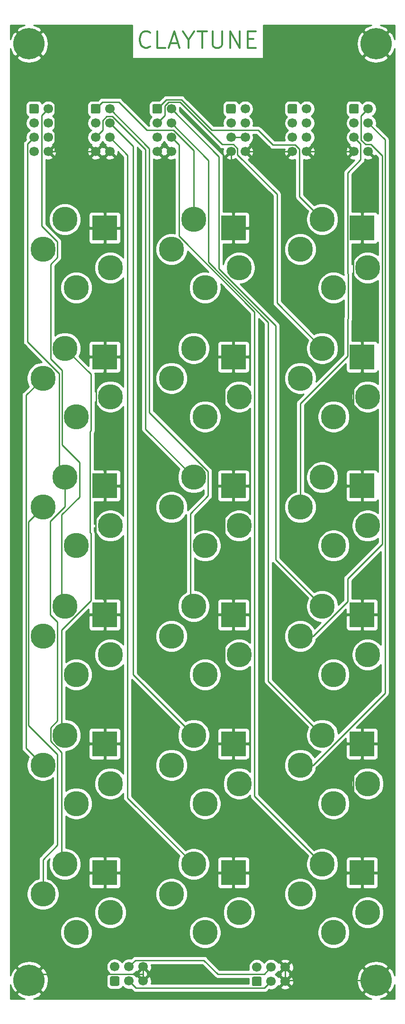
<source format=gbr>
%TF.GenerationSoftware,KiCad,Pcbnew,(5.1.7)-1*%
%TF.CreationDate,2023-03-06T21:23:01+00:00*%
%TF.ProjectId,KOSMO-POLY6-JACKS,4b4f534d-4f2d-4504-9f4c-59362d4a4143,v0.1.1*%
%TF.SameCoordinates,Original*%
%TF.FileFunction,Copper,L1,Top*%
%TF.FilePolarity,Positive*%
%FSLAX46Y46*%
G04 Gerber Fmt 4.6, Leading zero omitted, Abs format (unit mm)*
G04 Created by KiCad (PCBNEW (5.1.7)-1) date 2023-03-06 21:23:01*
%MOMM*%
%LPD*%
G01*
G04 APERTURE LIST*
%TA.AperFunction,NonConductor*%
%ADD10C,0.300000*%
%TD*%
%TA.AperFunction,ComponentPad*%
%ADD11C,5.600000*%
%TD*%
%TA.AperFunction,ComponentPad*%
%ADD12C,1.700000*%
%TD*%
%TA.AperFunction,ComponentPad*%
%ADD13R,4.500000X4.500000*%
%TD*%
%TA.AperFunction,ComponentPad*%
%ADD14C,4.500000*%
%TD*%
%TA.AperFunction,Conductor*%
%ADD15C,0.250000*%
%TD*%
%TA.AperFunction,Conductor*%
%ADD16C,0.254000*%
%TD*%
%TA.AperFunction,Conductor*%
%ADD17C,0.100000*%
%TD*%
G04 APERTURE END LIST*
D10*
X79304000Y-20291428D02*
X79161142Y-20434285D01*
X78732571Y-20577142D01*
X78446857Y-20577142D01*
X78018285Y-20434285D01*
X77732571Y-20148571D01*
X77589714Y-19862857D01*
X77446857Y-19291428D01*
X77446857Y-18862857D01*
X77589714Y-18291428D01*
X77732571Y-18005714D01*
X78018285Y-17720000D01*
X78446857Y-17577142D01*
X78732571Y-17577142D01*
X79161142Y-17720000D01*
X79304000Y-17862857D01*
X82018285Y-20577142D02*
X80589714Y-20577142D01*
X80589714Y-17577142D01*
X82875428Y-19720000D02*
X84304000Y-19720000D01*
X82589714Y-20577142D02*
X83589714Y-17577142D01*
X84589714Y-20577142D01*
X86161142Y-19148571D02*
X86161142Y-20577142D01*
X85161142Y-17577142D02*
X86161142Y-19148571D01*
X87161142Y-17577142D01*
X87732571Y-17577142D02*
X89446857Y-17577142D01*
X88589714Y-20577142D02*
X88589714Y-17577142D01*
X90446857Y-17577142D02*
X90446857Y-20005714D01*
X90589714Y-20291428D01*
X90732571Y-20434285D01*
X91018285Y-20577142D01*
X91589714Y-20577142D01*
X91875428Y-20434285D01*
X92018285Y-20291428D01*
X92161142Y-20005714D01*
X92161142Y-17577142D01*
X93589714Y-20577142D02*
X93589714Y-17577142D01*
X95304000Y-20577142D01*
X95304000Y-17577142D01*
X96732571Y-19005714D02*
X97732571Y-19005714D01*
X98161142Y-20577142D02*
X96732571Y-20577142D01*
X96732571Y-17577142D01*
X98161142Y-17577142D01*
D11*
%TO.P,H2,1*%
%TO.N,GND-S*%
X57657000Y-19837000D03*
%TD*%
D12*
%TO.P,PowerOUT1,6*%
%TO.N,GND-S*%
X103448000Y-184517000D03*
%TO.P,PowerOUT1,4*%
%TO.N,+3V3*%
X100908000Y-184517000D03*
%TO.P,PowerOUT1,2*%
%TO.N,-12V*%
X98368000Y-184517000D03*
%TO.P,PowerOUT1,5*%
%TO.N,GND-S*%
X103448000Y-187057000D03*
%TO.P,PowerOUT1,3*%
%TO.N,+5V*%
X100908000Y-187057000D03*
%TO.P,PowerOUT1,1*%
%TO.N,+12V*%
%TA.AperFunction,ComponentPad*%
G36*
G01*
X98968000Y-187907000D02*
X97768000Y-187907000D01*
G75*
G02*
X97518000Y-187657000I0J250000D01*
G01*
X97518000Y-186457000D01*
G75*
G02*
X97768000Y-186207000I250000J0D01*
G01*
X98968000Y-186207000D01*
G75*
G02*
X99218000Y-186457000I0J-250000D01*
G01*
X99218000Y-187657000D01*
G75*
G02*
X98968000Y-187907000I-250000J0D01*
G01*
G37*
%TD.AperFunction*%
%TD*%
%TO.P,PowerIN1,6*%
%TO.N,GND-S*%
X78053000Y-184448000D03*
%TO.P,PowerIN1,4*%
%TO.N,+3V3*%
X75513000Y-184448000D03*
%TO.P,PowerIN1,2*%
%TO.N,-12V*%
X72973000Y-184448000D03*
%TO.P,PowerIN1,5*%
%TO.N,GND-S*%
X78053000Y-186988000D03*
%TO.P,PowerIN1,3*%
%TO.N,+5V*%
X75513000Y-186988000D03*
%TO.P,PowerIN1,1*%
%TO.N,+12V*%
%TA.AperFunction,ComponentPad*%
G36*
G01*
X73573000Y-187838000D02*
X72373000Y-187838000D01*
G75*
G02*
X72123000Y-187588000I0J250000D01*
G01*
X72123000Y-186388000D01*
G75*
G02*
X72373000Y-186138000I250000J0D01*
G01*
X73573000Y-186138000D01*
G75*
G02*
X73823000Y-186388000I0J-250000D01*
G01*
X73823000Y-187588000D01*
G75*
G02*
X73573000Y-187838000I-250000J0D01*
G01*
G37*
%TD.AperFunction*%
%TD*%
D11*
%TO.P,H4,1*%
%TO.N,GND-S*%
X119655000Y-186829000D03*
%TD*%
%TO.P,H3,1*%
%TO.N,GND-S*%
X57669000Y-186831000D03*
%TD*%
%TO.P,H1,1*%
%TO.N,GND-S*%
X119657000Y-19835000D03*
%TD*%
D12*
%TO.P,RAMP_OUT1,8*%
%TO.N,GND-S*%
X72078000Y-39055000D03*
%TO.P,RAMP_OUT1,6*%
%TO.N,RAMP_OUT5-N*%
X72078000Y-36515000D03*
%TO.P,RAMP_OUT1,4*%
%TO.N,RAMP_OUT4-N*%
X72078000Y-33975000D03*
%TO.P,RAMP_OUT1,2*%
%TO.N,RAMP_OUT3-N*%
X72078000Y-31435000D03*
%TO.P,RAMP_OUT1,7*%
%TO.N,GND-S*%
X69538000Y-39055000D03*
%TO.P,RAMP_OUT1,5*%
%TO.N,RAMP_OUT2-N*%
X69538000Y-36515000D03*
%TO.P,RAMP_OUT1,3*%
%TO.N,RAMP_OUT1-N*%
X69538000Y-33975000D03*
%TO.P,RAMP_OUT1,1*%
%TO.N,RAMP_OUT0-N*%
%TA.AperFunction,ComponentPad*%
G36*
G01*
X68688000Y-32035000D02*
X68688000Y-30835000D01*
G75*
G02*
X68938000Y-30585000I250000J0D01*
G01*
X70138000Y-30585000D01*
G75*
G02*
X70388000Y-30835000I0J-250000D01*
G01*
X70388000Y-32035000D01*
G75*
G02*
X70138000Y-32285000I-250000J0D01*
G01*
X68938000Y-32285000D01*
G75*
G02*
X68688000Y-32035000I0J250000D01*
G01*
G37*
%TD.AperFunction*%
%TD*%
%TO.P,RAMP_IN1,8*%
%TO.N,GND-S*%
X107283000Y-39055000D03*
%TO.P,RAMP_IN1,6*%
%TO.N,RAMP_OUT5-S*%
X107283000Y-36515000D03*
%TO.P,RAMP_IN1,4*%
%TO.N,RAMP_OUT4-S*%
X107283000Y-33975000D03*
%TO.P,RAMP_IN1,2*%
%TO.N,RAMP_OUT3-S*%
X107283000Y-31435000D03*
%TO.P,RAMP_IN1,7*%
%TO.N,GND-S*%
X104743000Y-39055000D03*
%TO.P,RAMP_IN1,5*%
%TO.N,RAMP_OUT2-S*%
X104743000Y-36515000D03*
%TO.P,RAMP_IN1,3*%
%TO.N,RAMP_OUT1-S*%
X104743000Y-33975000D03*
%TO.P,RAMP_IN1,1*%
%TO.N,RAMP_OUT0-S*%
%TA.AperFunction,ComponentPad*%
G36*
G01*
X103893000Y-32035000D02*
X103893000Y-30835000D01*
G75*
G02*
X104143000Y-30585000I250000J0D01*
G01*
X105343000Y-30585000D01*
G75*
G02*
X105593000Y-30835000I0J-250000D01*
G01*
X105593000Y-32035000D01*
G75*
G02*
X105343000Y-32285000I-250000J0D01*
G01*
X104143000Y-32285000D01*
G75*
G02*
X103893000Y-32035000I0J250000D01*
G01*
G37*
%TD.AperFunction*%
%TD*%
%TO.P,PULSE_OUT1,8*%
%TO.N,GND-S*%
X83078000Y-39055000D03*
%TO.P,PULSE_OUT1,6*%
%TO.N,PULSE_OUT5-N*%
X83078000Y-36515000D03*
%TO.P,PULSE_OUT1,4*%
%TO.N,PULSE_OUT4-N*%
X83078000Y-33975000D03*
%TO.P,PULSE_OUT1,2*%
%TO.N,PULSE_OUT3-N*%
X83078000Y-31435000D03*
%TO.P,PULSE_OUT1,7*%
%TO.N,GND-S*%
X80538000Y-39055000D03*
%TO.P,PULSE_OUT1,5*%
%TO.N,PULSE_OUT2-N*%
X80538000Y-36515000D03*
%TO.P,PULSE_OUT1,3*%
%TO.N,PULSE_OUT1-N*%
X80538000Y-33975000D03*
%TO.P,PULSE_OUT1,1*%
%TO.N,PULSE_OUT0-N*%
%TA.AperFunction,ComponentPad*%
G36*
G01*
X79688000Y-32035000D02*
X79688000Y-30835000D01*
G75*
G02*
X79938000Y-30585000I250000J0D01*
G01*
X81138000Y-30585000D01*
G75*
G02*
X81388000Y-30835000I0J-250000D01*
G01*
X81388000Y-32035000D01*
G75*
G02*
X81138000Y-32285000I-250000J0D01*
G01*
X79938000Y-32285000D01*
G75*
G02*
X79688000Y-32035000I0J250000D01*
G01*
G37*
%TD.AperFunction*%
%TD*%
%TO.P,PULSE_IN1,8*%
%TO.N,GND-S*%
X118283000Y-39055000D03*
%TO.P,PULSE_IN1,6*%
%TO.N,PULSE_OUT5-S*%
X118283000Y-36515000D03*
%TO.P,PULSE_IN1,4*%
%TO.N,PULSE_OUT4-S*%
X118283000Y-33975000D03*
%TO.P,PULSE_IN1,2*%
%TO.N,PULSE_OUT3-S*%
X118283000Y-31435000D03*
%TO.P,PULSE_IN1,7*%
%TO.N,GND-S*%
X115743000Y-39055000D03*
%TO.P,PULSE_IN1,5*%
%TO.N,PULSE_OUT2-S*%
X115743000Y-36515000D03*
%TO.P,PULSE_IN1,3*%
%TO.N,PULSE_OUT1-S*%
X115743000Y-33975000D03*
%TO.P,PULSE_IN1,1*%
%TO.N,PULSE_OUT0-S*%
%TA.AperFunction,ComponentPad*%
G36*
G01*
X114893000Y-32035000D02*
X114893000Y-30835000D01*
G75*
G02*
X115143000Y-30585000I250000J0D01*
G01*
X116343000Y-30585000D01*
G75*
G02*
X116593000Y-30835000I0J-250000D01*
G01*
X116593000Y-32035000D01*
G75*
G02*
X116343000Y-32285000I-250000J0D01*
G01*
X115143000Y-32285000D01*
G75*
G02*
X114893000Y-32035000I0J250000D01*
G01*
G37*
%TD.AperFunction*%
%TD*%
D13*
%TO.P,J18,G*%
%TO.N,GND-S*%
X71181000Y-167666000D03*
D14*
%TO.P,J18,S*%
%TO.N,Net-(J18-PadS)*%
X66101000Y-178334000D03*
%TO.P,J18,T*%
%TO.N,GATE_OUT2-S*%
X60132000Y-171476000D03*
%TO.P,J18,SN*%
%TO.N,Net-(J18-PadSN)*%
X72197000Y-174778000D03*
%TO.P,J18,TN*%
%TO.N,GATE_OUT2-N*%
X64069000Y-166142000D03*
%TD*%
D13*
%TO.P,J17,G*%
%TO.N,GND-S*%
X117181000Y-167666000D03*
D14*
%TO.P,J17,S*%
%TO.N,Net-(J17-PadS)*%
X112101000Y-178334000D03*
%TO.P,J17,T*%
%TO.N,PULSE_OUT5-S*%
X106132000Y-171476000D03*
%TO.P,J17,SN*%
%TO.N,Net-(J17-PadSN)*%
X118197000Y-174778000D03*
%TO.P,J17,TN*%
%TO.N,PULSE_OUT5-N*%
X110069000Y-166142000D03*
%TD*%
D13*
%TO.P,J16,G*%
%TO.N,GND-S*%
X94181000Y-167666000D03*
D14*
%TO.P,J16,S*%
%TO.N,Net-(J16-PadS)*%
X89101000Y-178334000D03*
%TO.P,J16,T*%
%TO.N,RAMP_OUT5-S*%
X83132000Y-171476000D03*
%TO.P,J16,SN*%
%TO.N,Net-(J16-PadSN)*%
X95197000Y-174778000D03*
%TO.P,J16,TN*%
%TO.N,RAMP_OUT5-N*%
X87069000Y-166142000D03*
%TD*%
D13*
%TO.P,J15,G*%
%TO.N,GND-S*%
X71181000Y-144666000D03*
D14*
%TO.P,J15,S*%
%TO.N,Net-(J15-PadS)*%
X66101000Y-155334000D03*
%TO.P,J15,T*%
%TO.N,GATE_OUT1-S*%
X60132000Y-148476000D03*
%TO.P,J15,SN*%
%TO.N,Net-(J15-PadSN)*%
X72197000Y-151778000D03*
%TO.P,J15,TN*%
%TO.N,GATE_OUT1-N*%
X64069000Y-143142000D03*
%TD*%
D13*
%TO.P,J14,G*%
%TO.N,GND-S*%
X117181000Y-144666000D03*
D14*
%TO.P,J14,S*%
%TO.N,Net-(J14-PadS)*%
X112101000Y-155334000D03*
%TO.P,J14,T*%
%TO.N,PULSE_OUT4-S*%
X106132000Y-148476000D03*
%TO.P,J14,SN*%
%TO.N,Net-(J14-PadSN)*%
X118197000Y-151778000D03*
%TO.P,J14,TN*%
%TO.N,PULSE_OUT4-N*%
X110069000Y-143142000D03*
%TD*%
D13*
%TO.P,J13,G*%
%TO.N,GND-S*%
X94181000Y-144666000D03*
D14*
%TO.P,J13,S*%
%TO.N,Net-(J13-PadS)*%
X89101000Y-155334000D03*
%TO.P,J13,T*%
%TO.N,RAMP_OUT4-S*%
X83132000Y-148476000D03*
%TO.P,J13,SN*%
%TO.N,Net-(J13-PadSN)*%
X95197000Y-151778000D03*
%TO.P,J13,TN*%
%TO.N,RAMP_OUT4-N*%
X87069000Y-143142000D03*
%TD*%
D13*
%TO.P,J12,G*%
%TO.N,GND-S*%
X71181000Y-121666000D03*
D14*
%TO.P,J12,S*%
%TO.N,Net-(J12-PadS)*%
X66101000Y-132334000D03*
%TO.P,J12,T*%
%TO.N,GATE_OUT3-S*%
X60132000Y-125476000D03*
%TO.P,J12,SN*%
%TO.N,Net-(J12-PadSN)*%
X72197000Y-128778000D03*
%TO.P,J12,TN*%
%TO.N,GATE_OUT3-N*%
X64069000Y-120142000D03*
%TD*%
D13*
%TO.P,J11,G*%
%TO.N,GND-S*%
X117181000Y-121666000D03*
D14*
%TO.P,J11,S*%
%TO.N,Net-(J11-PadS)*%
X112101000Y-132334000D03*
%TO.P,J11,T*%
%TO.N,PULSE_OUT3-S*%
X106132000Y-125476000D03*
%TO.P,J11,SN*%
%TO.N,Net-(J11-PadSN)*%
X118197000Y-128778000D03*
%TO.P,J11,TN*%
%TO.N,PULSE_OUT3-N*%
X110069000Y-120142000D03*
%TD*%
D13*
%TO.P,J10,G*%
%TO.N,GND-S*%
X94181000Y-121666000D03*
D14*
%TO.P,J10,S*%
%TO.N,Net-(J10-PadS)*%
X89101000Y-132334000D03*
%TO.P,J10,T*%
%TO.N,RAMP_OUT3-S*%
X83132000Y-125476000D03*
%TO.P,J10,SN*%
%TO.N,Net-(J10-PadSN)*%
X95197000Y-128778000D03*
%TO.P,J10,TN*%
%TO.N,RAMP_OUT3-N*%
X87069000Y-120142000D03*
%TD*%
D13*
%TO.P,J9,G*%
%TO.N,GND-S*%
X71181000Y-98666000D03*
D14*
%TO.P,J9,S*%
%TO.N,Net-(J9-PadS)*%
X66101000Y-109334000D03*
%TO.P,J9,T*%
%TO.N,GATE_OUT2-S*%
X60132000Y-102476000D03*
%TO.P,J9,SN*%
%TO.N,Net-(J9-PadSN)*%
X72197000Y-105778000D03*
%TO.P,J9,TN*%
%TO.N,GATE_OUT2-N*%
X64069000Y-97142000D03*
%TD*%
D13*
%TO.P,J8,G*%
%TO.N,GND-S*%
X117181000Y-98666000D03*
D14*
%TO.P,J8,S*%
%TO.N,Net-(J8-PadS)*%
X112101000Y-109334000D03*
%TO.P,J8,T*%
%TO.N,PULSE_OUT2-S*%
X106132000Y-102476000D03*
%TO.P,J8,SN*%
%TO.N,Net-(J8-PadSN)*%
X118197000Y-105778000D03*
%TO.P,J8,TN*%
%TO.N,PULSE_OUT2-N*%
X110069000Y-97142000D03*
%TD*%
D13*
%TO.P,J7,G*%
%TO.N,GND-S*%
X94181000Y-98666000D03*
D14*
%TO.P,J7,S*%
%TO.N,Net-(J7-PadS)*%
X89101000Y-109334000D03*
%TO.P,J7,T*%
%TO.N,RAMP_OUT2-S*%
X83132000Y-102476000D03*
%TO.P,J7,SN*%
%TO.N,Net-(J7-PadSN)*%
X95197000Y-105778000D03*
%TO.P,J7,TN*%
%TO.N,RAMP_OUT2-N*%
X87069000Y-97142000D03*
%TD*%
D13*
%TO.P,J6,G*%
%TO.N,GND-S*%
X71181000Y-75666000D03*
D14*
%TO.P,J6,S*%
%TO.N,Net-(J6-PadS)*%
X66101000Y-86334000D03*
%TO.P,J6,T*%
%TO.N,GATE_OUT1-S*%
X60132000Y-79476000D03*
%TO.P,J6,SN*%
%TO.N,Net-(J6-PadSN)*%
X72197000Y-82778000D03*
%TO.P,J6,TN*%
%TO.N,GATE_OUT1-N*%
X64069000Y-74142000D03*
%TD*%
D13*
%TO.P,J5,G*%
%TO.N,GND-S*%
X117181000Y-75666000D03*
D14*
%TO.P,J5,S*%
%TO.N,Net-(J5-PadS)*%
X112101000Y-86334000D03*
%TO.P,J5,T*%
%TO.N,PULSE_OUT1-S*%
X106132000Y-79476000D03*
%TO.P,J5,SN*%
%TO.N,Net-(J5-PadSN)*%
X118197000Y-82778000D03*
%TO.P,J5,TN*%
%TO.N,PULSE_OUT1-N*%
X110069000Y-74142000D03*
%TD*%
D13*
%TO.P,J4,G*%
%TO.N,GND-S*%
X94181000Y-75666000D03*
D14*
%TO.P,J4,S*%
%TO.N,Net-(J4-PadS)*%
X89101000Y-86334000D03*
%TO.P,J4,T*%
%TO.N,RAMP_OUT1-S*%
X83132000Y-79476000D03*
%TO.P,J4,SN*%
%TO.N,Net-(J4-PadSN)*%
X95197000Y-82778000D03*
%TO.P,J4,TN*%
%TO.N,RAMP_OUT1-N*%
X87069000Y-74142000D03*
%TD*%
D13*
%TO.P,J3,G*%
%TO.N,GND-S*%
X71181000Y-52666000D03*
D14*
%TO.P,J3,S*%
%TO.N,Net-(J3-PadS)*%
X66101000Y-63334000D03*
%TO.P,J3,T*%
%TO.N,GATE_OUT0-S*%
X60132000Y-56476000D03*
%TO.P,J3,SN*%
%TO.N,Net-(J3-PadSN)*%
X72197000Y-59778000D03*
%TO.P,J3,TN*%
%TO.N,GATE_OUT0-N*%
X64069000Y-51142000D03*
%TD*%
D13*
%TO.P,J2,G*%
%TO.N,GND-S*%
X117181000Y-52666000D03*
D14*
%TO.P,J2,S*%
%TO.N,Net-(J2-PadS)*%
X112101000Y-63334000D03*
%TO.P,J2,T*%
%TO.N,PULSE_OUT0-S*%
X106132000Y-56476000D03*
%TO.P,J2,SN*%
%TO.N,Net-(J2-PadSN)*%
X118197000Y-59778000D03*
%TO.P,J2,TN*%
%TO.N,PULSE_OUT0-N*%
X110069000Y-51142000D03*
%TD*%
D13*
%TO.P,J1,G*%
%TO.N,GND-S*%
X94181000Y-52666000D03*
D14*
%TO.P,J1,S*%
%TO.N,Net-(J1-PadS)*%
X89101000Y-63334000D03*
%TO.P,J1,T*%
%TO.N,RAMP_OUT0-S*%
X83132000Y-56476000D03*
%TO.P,J1,SN*%
%TO.N,Net-(J1-PadSN)*%
X95197000Y-59778000D03*
%TO.P,J1,TN*%
%TO.N,RAMP_OUT0-N*%
X87069000Y-51142000D03*
%TD*%
D12*
%TO.P,GATE_OUT1,8*%
%TO.N,GND-S*%
X61078000Y-39055000D03*
%TO.P,GATE_OUT1,6*%
%TO.N,GATE_OUT2-N*%
X61078000Y-36515000D03*
%TO.P,GATE_OUT1,4*%
%TO.N,GATE_OUT1-N*%
X61078000Y-33975000D03*
%TO.P,GATE_OUT1,2*%
%TO.N,GATE_OUT3-N*%
X61078000Y-31435000D03*
%TO.P,GATE_OUT1,7*%
%TO.N,GND-S*%
X58538000Y-39055000D03*
%TO.P,GATE_OUT1,5*%
%TO.N,GATE_OUT2-N*%
X58538000Y-36515000D03*
%TO.P,GATE_OUT1,3*%
%TO.N,GATE_OUT1-N*%
X58538000Y-33975000D03*
%TO.P,GATE_OUT1,1*%
%TO.N,GATE_OUT0-N*%
%TA.AperFunction,ComponentPad*%
G36*
G01*
X57688000Y-32035000D02*
X57688000Y-30835000D01*
G75*
G02*
X57938000Y-30585000I250000J0D01*
G01*
X59138000Y-30585000D01*
G75*
G02*
X59388000Y-30835000I0J-250000D01*
G01*
X59388000Y-32035000D01*
G75*
G02*
X59138000Y-32285000I-250000J0D01*
G01*
X57938000Y-32285000D01*
G75*
G02*
X57688000Y-32035000I0J250000D01*
G01*
G37*
%TD.AperFunction*%
%TD*%
%TO.P,GATE_IN1,8*%
%TO.N,GND-S*%
X96283000Y-39055000D03*
%TO.P,GATE_IN1,6*%
%TO.N,GATE_OUT2-S*%
X96283000Y-36515000D03*
%TO.P,GATE_IN1,4*%
%TO.N,GATE_OUT1-S*%
X96283000Y-33975000D03*
%TO.P,GATE_IN1,2*%
%TO.N,GATE_OUT3-S*%
X96283000Y-31435000D03*
%TO.P,GATE_IN1,7*%
%TO.N,GND-S*%
X93743000Y-39055000D03*
%TO.P,GATE_IN1,5*%
%TO.N,GATE_OUT2-S*%
X93743000Y-36515000D03*
%TO.P,GATE_IN1,3*%
%TO.N,GATE_OUT1-S*%
X93743000Y-33975000D03*
%TO.P,GATE_IN1,1*%
%TO.N,GATE_OUT0-S*%
%TA.AperFunction,ComponentPad*%
G36*
G01*
X92893000Y-32035000D02*
X92893000Y-30835000D01*
G75*
G02*
X93143000Y-30585000I250000J0D01*
G01*
X94343000Y-30585000D01*
G75*
G02*
X94593000Y-30835000I0J-250000D01*
G01*
X94593000Y-32035000D01*
G75*
G02*
X94343000Y-32285000I-250000J0D01*
G01*
X93143000Y-32285000D01*
G75*
G02*
X92893000Y-32035000I0J250000D01*
G01*
G37*
%TD.AperFunction*%
%TD*%
D15*
%TO.N,GND-S*%
X117181000Y-167666000D02*
X117181000Y-165090700D01*
X117181000Y-144666000D02*
X117181000Y-147241300D01*
X117181000Y-147241300D02*
X115619600Y-148802700D01*
X115619600Y-148802700D02*
X115619600Y-163529300D01*
X115619600Y-163529300D02*
X117181000Y-165090700D01*
X71181000Y-98666000D02*
X71181000Y-96090700D01*
X71181000Y-75666000D02*
X71181000Y-78241300D01*
X71181000Y-78241300D02*
X69621600Y-79800700D01*
X69621600Y-79800700D02*
X69621600Y-94531300D01*
X69621600Y-94531300D02*
X71181000Y-96090700D01*
X117181000Y-75666000D02*
X117181000Y-73090700D01*
X117181000Y-52666000D02*
X117181000Y-55241300D01*
X117181000Y-55241300D02*
X115621600Y-56800700D01*
X115621600Y-56800700D02*
X115621600Y-71531300D01*
X115621600Y-71531300D02*
X117181000Y-73090700D01*
X94181000Y-52666000D02*
X94181000Y-50090700D01*
X94181000Y-50090700D02*
X93743000Y-49652700D01*
X93743000Y-49652700D02*
X93743000Y-39055000D01*
X94181000Y-98666000D02*
X94181000Y-96090700D01*
X94181000Y-75666000D02*
X94181000Y-78241300D01*
X94181000Y-78241300D02*
X92619600Y-79802700D01*
X92619600Y-79802700D02*
X92619600Y-94529300D01*
X92619600Y-94529300D02*
X94181000Y-96090700D01*
X96283000Y-39055000D02*
X104743000Y-39055000D01*
X115743000Y-39055000D02*
X107283000Y-39055000D01*
X62267500Y-39055000D02*
X61078000Y-39055000D01*
X69538000Y-39055000D02*
X62267500Y-39055000D01*
X62267500Y-39055000D02*
X62267500Y-24447500D01*
X62267500Y-24447500D02*
X57657000Y-19837000D01*
X70808000Y-40325000D02*
X69538000Y-39055000D01*
X94181000Y-121666000D02*
X94181000Y-119090700D01*
X94181000Y-98666000D02*
X94181000Y-101241300D01*
X94181000Y-101241300D02*
X92619600Y-102802700D01*
X92619600Y-102802700D02*
X92619600Y-117529300D01*
X92619600Y-117529300D02*
X94181000Y-119090700D01*
X71181000Y-98666000D02*
X71181000Y-101241300D01*
X71181000Y-121666000D02*
X71181000Y-119090700D01*
X71181000Y-119090700D02*
X69610000Y-117519700D01*
X69610000Y-117519700D02*
X69610000Y-102812300D01*
X69610000Y-102812300D02*
X71181000Y-101241300D01*
X103448000Y-186829000D02*
X103448000Y-184517000D01*
X103448000Y-187057000D02*
X103448000Y-186829000D01*
X103448000Y-186829000D02*
X119655000Y-186829000D01*
X78053000Y-185787100D02*
X78053000Y-184448000D01*
X78053000Y-186988000D02*
X78053000Y-185787100D01*
X78053000Y-185787100D02*
X58712900Y-185787100D01*
X58712900Y-185787100D02*
X57669000Y-186831000D01*
X94181000Y-121666000D02*
X94181000Y-124241300D01*
X94181000Y-144666000D02*
X94181000Y-142090700D01*
X94181000Y-142090700D02*
X92610000Y-140519700D01*
X92610000Y-140519700D02*
X92610000Y-125812300D01*
X92610000Y-125812300D02*
X94181000Y-124241300D01*
X70808000Y-40325000D02*
X71181000Y-40698000D01*
X71181000Y-40698000D02*
X71181000Y-52666000D01*
X70808000Y-40325000D02*
X72078000Y-39055000D01*
X117181000Y-75666000D02*
X117181000Y-78241300D01*
X117181000Y-98666000D02*
X117181000Y-96090700D01*
X117181000Y-96090700D02*
X115620100Y-94529800D01*
X115620100Y-94529800D02*
X115620100Y-79802200D01*
X115620100Y-79802200D02*
X117181000Y-78241300D01*
%TO.N,GATE_OUT2-S*%
X60132000Y-171476000D02*
X60132000Y-165331700D01*
X60132000Y-165331700D02*
X62739200Y-162724500D01*
X62739200Y-162724500D02*
X62739200Y-146540700D01*
X62739200Y-146540700D02*
X57556600Y-141358100D01*
X57556600Y-141358100D02*
X57556600Y-105051400D01*
X57556600Y-105051400D02*
X60132000Y-102476000D01*
X96283000Y-36515000D02*
X93743000Y-36515000D01*
%TO.N,GATE_OUT1-S*%
X60132000Y-79476000D02*
X57106200Y-82501800D01*
X57106200Y-82501800D02*
X57106200Y-145450200D01*
X57106200Y-145450200D02*
X60132000Y-148476000D01*
%TO.N,PULSE_OUT2-S*%
X106132000Y-102476000D02*
X106132000Y-83957600D01*
X106132000Y-83957600D02*
X114593500Y-75496100D01*
X114593500Y-75496100D02*
X114593500Y-68942100D01*
X114593500Y-68942100D02*
X114724800Y-68810800D01*
X114724800Y-68810800D02*
X114724800Y-60877800D01*
X114724800Y-60877800D02*
X114605600Y-60758600D01*
X114605600Y-60758600D02*
X114605600Y-42822200D01*
X114605600Y-42822200D02*
X116923600Y-40504200D01*
X116923600Y-40504200D02*
X116923600Y-37695600D01*
X116923600Y-37695600D02*
X115743000Y-36515000D01*
%TO.N,PULSE_OUT3-S*%
X106132000Y-125476000D02*
X108438400Y-125476000D01*
X108438400Y-125476000D02*
X114593500Y-119320900D01*
X114593500Y-119320900D02*
X114593500Y-115215900D01*
X114593500Y-115215900D02*
X120772400Y-109037000D01*
X120772400Y-109037000D02*
X120772400Y-39803600D01*
X120772400Y-39803600D02*
X118753800Y-37785000D01*
X118753800Y-37785000D02*
X117787900Y-37785000D01*
X117787900Y-37785000D02*
X117013000Y-37010100D01*
X117013000Y-37010100D02*
X117013000Y-32705000D01*
X117013000Y-32705000D02*
X118283000Y-31435000D01*
%TO.N,PULSE_OUT4-S*%
X106132000Y-148476000D02*
X108394500Y-148476000D01*
X108394500Y-148476000D02*
X121262100Y-135608400D01*
X121262100Y-135608400D02*
X121262100Y-36954100D01*
X121262100Y-36954100D02*
X118283000Y-33975000D01*
%TO.N,GATE_OUT2-N*%
X64069000Y-166142000D02*
X63477800Y-165550800D01*
X63477800Y-165550800D02*
X63477800Y-146192800D01*
X63477800Y-146192800D02*
X61493400Y-144208400D01*
X61493400Y-144208400D02*
X61493400Y-141780600D01*
X61493400Y-141780600D02*
X62747000Y-140527000D01*
X62747000Y-140527000D02*
X62747000Y-122927700D01*
X62747000Y-122927700D02*
X61470300Y-121651000D01*
X61470300Y-121651000D02*
X61470300Y-104982400D01*
X61470300Y-104982400D02*
X64069000Y-102383700D01*
X64069000Y-102383700D02*
X64069000Y-97142000D01*
X64069000Y-97142000D02*
X63050700Y-96123700D01*
X63050700Y-96123700D02*
X63050700Y-78658200D01*
X63050700Y-78658200D02*
X57344000Y-72951500D01*
X57344000Y-72951500D02*
X57344000Y-37709000D01*
X57344000Y-37709000D02*
X58538000Y-36515000D01*
%TO.N,GATE_OUT1-N*%
X64069000Y-74142000D02*
X68683300Y-78756300D01*
X68683300Y-78756300D02*
X68683300Y-88831700D01*
X68683300Y-88831700D02*
X68555200Y-88959800D01*
X68555200Y-88959800D02*
X68555200Y-106984600D01*
X68555200Y-106984600D02*
X68685700Y-107115100D01*
X68685700Y-107115100D02*
X68685700Y-119167500D01*
X68685700Y-119167500D02*
X63496700Y-124356500D01*
X63496700Y-124356500D02*
X63496700Y-142569700D01*
X63496700Y-142569700D02*
X64069000Y-143142000D01*
%TO.N,GATE_OUT3-N*%
X64069000Y-120142000D02*
X63507500Y-119580500D01*
X63507500Y-119580500D02*
X63507500Y-103845500D01*
X63507500Y-103845500D02*
X66672200Y-100680800D01*
X66672200Y-100680800D02*
X66672200Y-94465800D01*
X66672200Y-94465800D02*
X63525700Y-91319300D01*
X63525700Y-91319300D02*
X63525700Y-78073800D01*
X63525700Y-78073800D02*
X61493600Y-76041700D01*
X61493600Y-76041700D02*
X61493600Y-59152400D01*
X61493600Y-59152400D02*
X62724500Y-57921500D01*
X62724500Y-57921500D02*
X62724500Y-55131500D01*
X62724500Y-55131500D02*
X59887400Y-52294400D01*
X59887400Y-52294400D02*
X59887400Y-32625600D01*
X59887400Y-32625600D02*
X61078000Y-31435000D01*
%TO.N,RAMP_OUT0-N*%
X87069000Y-51142000D02*
X87069000Y-38839600D01*
X87069000Y-38839600D02*
X83474400Y-35245000D01*
X83474400Y-35245000D02*
X78723000Y-35245000D01*
X78723000Y-35245000D02*
X73687800Y-30209800D01*
X73687800Y-30209800D02*
X70763200Y-30209800D01*
X70763200Y-30209800D02*
X69538000Y-31435000D01*
%TO.N,PULSE_OUT0-N*%
X110069000Y-51142000D02*
X106013000Y-47086000D01*
X106013000Y-47086000D02*
X106013000Y-38644500D01*
X106013000Y-38644500D02*
X105248100Y-37879600D01*
X105248100Y-37879600D02*
X101247500Y-37879600D01*
X101247500Y-37879600D02*
X98612900Y-35245000D01*
X98612900Y-35245000D02*
X90344900Y-35245000D01*
X90344900Y-35245000D02*
X84867700Y-29767800D01*
X84867700Y-29767800D02*
X82205200Y-29767800D01*
X82205200Y-29767800D02*
X80538000Y-31435000D01*
%TO.N,PULSE_OUT1-N*%
X110069000Y-74142000D02*
X101960900Y-66033900D01*
X101960900Y-66033900D02*
X101960900Y-46633100D01*
X101960900Y-46633100D02*
X94918400Y-39590600D01*
X94918400Y-39590600D02*
X94918400Y-38529400D01*
X94918400Y-38529400D02*
X94174000Y-37785000D01*
X94174000Y-37785000D02*
X92204700Y-37785000D01*
X92204700Y-37785000D02*
X84663300Y-30243600D01*
X84663300Y-30243600D02*
X82585000Y-30243600D01*
X82585000Y-30243600D02*
X81901600Y-30927000D01*
X81901600Y-30927000D02*
X81901600Y-32611400D01*
X81901600Y-32611400D02*
X80538000Y-33975000D01*
%TO.N,RAMP_OUT2-N*%
X69538000Y-36515000D02*
X70808000Y-35245000D01*
X70808000Y-35245000D02*
X70808000Y-33544000D01*
X70808000Y-33544000D02*
X71552400Y-32799600D01*
X71552400Y-32799600D02*
X72569000Y-32799600D01*
X72569000Y-32799600D02*
X78461900Y-38692500D01*
X78461900Y-38692500D02*
X78461900Y-88534900D01*
X78461900Y-88534900D02*
X87069000Y-97142000D01*
%TO.N,RAMP_OUT3-N*%
X87069000Y-120142000D02*
X86473300Y-119546300D01*
X86473300Y-119546300D02*
X86473300Y-103616300D01*
X86473300Y-103616300D02*
X89651000Y-100438600D01*
X89651000Y-100438600D02*
X89651000Y-96071900D01*
X89651000Y-96071900D02*
X79137300Y-85558200D01*
X79137300Y-85558200D02*
X79137300Y-38494300D01*
X79137300Y-38494300D02*
X72078000Y-31435000D01*
%TO.N,PULSE_OUT3-N*%
X110069000Y-120142000D02*
X101747600Y-111820600D01*
X101747600Y-111820600D02*
X101747600Y-70097500D01*
X101747600Y-70097500D02*
X91605700Y-59955600D01*
X91605700Y-59955600D02*
X91605700Y-39962700D01*
X91605700Y-39962700D02*
X83078000Y-31435000D01*
%TO.N,RAMP_OUT4-N*%
X87069000Y-143142000D02*
X76242100Y-132315100D01*
X76242100Y-132315100D02*
X76242100Y-38139100D01*
X76242100Y-38139100D02*
X72078000Y-33975000D01*
%TO.N,PULSE_OUT4-N*%
X110069000Y-143142000D02*
X100412100Y-133485100D01*
X100412100Y-133485100D02*
X100412100Y-69473200D01*
X100412100Y-69473200D02*
X89711600Y-58772700D01*
X89711600Y-58772700D02*
X89711600Y-40608600D01*
X89711600Y-40608600D02*
X83078000Y-33975000D01*
%TO.N,RAMP_OUT5-N*%
X87069000Y-166142000D02*
X75257300Y-154330300D01*
X75257300Y-154330300D02*
X75257300Y-39694300D01*
X75257300Y-39694300D02*
X72078000Y-36515000D01*
%TO.N,PULSE_OUT5-N*%
X110069000Y-166142000D02*
X97943900Y-154016900D01*
X97943900Y-154016900D02*
X97943900Y-67645700D01*
X97943900Y-67645700D02*
X84442700Y-54144500D01*
X84442700Y-54144500D02*
X84442700Y-37879600D01*
X84442700Y-37879600D02*
X84442600Y-37879600D01*
X84442600Y-37879600D02*
X83078000Y-36515000D01*
%TO.N,+3V3*%
X75513000Y-184448000D02*
X76688400Y-183272600D01*
X76688400Y-183272600D02*
X88914100Y-183272600D01*
X88914100Y-183272600D02*
X91375300Y-185733800D01*
X91375300Y-185733800D02*
X99691200Y-185733800D01*
X99691200Y-185733800D02*
X100908000Y-184517000D01*
%TO.N,+5V*%
X75513000Y-186988000D02*
X76765200Y-188240200D01*
X76765200Y-188240200D02*
X99724800Y-188240200D01*
X99724800Y-188240200D02*
X100908000Y-187057000D01*
%TD*%
D16*
%TO.N,GND-S*%
X56343994Y-16644870D02*
X55746470Y-16962361D01*
X55732308Y-16971823D01*
X55420124Y-17420519D01*
X57657000Y-19657395D01*
X59893876Y-17420519D01*
X59581692Y-16971823D01*
X58985741Y-16651388D01*
X58474741Y-16495000D01*
X76090429Y-16495000D01*
X76090429Y-22420000D01*
X99517572Y-22420000D01*
X99517572Y-22251481D01*
X117420124Y-22251481D01*
X117732308Y-22700177D01*
X118328259Y-23020612D01*
X118975273Y-23218626D01*
X119648484Y-23286610D01*
X120322023Y-23221949D01*
X120970006Y-23027130D01*
X121567530Y-22709639D01*
X121581692Y-22700177D01*
X121893876Y-22251481D01*
X119657000Y-20014605D01*
X117420124Y-22251481D01*
X99517572Y-22251481D01*
X99517572Y-19826484D01*
X116205390Y-19826484D01*
X116270051Y-20500023D01*
X116464870Y-21148006D01*
X116782361Y-21745530D01*
X116791823Y-21759692D01*
X117240519Y-22071876D01*
X119477395Y-19835000D01*
X117240519Y-17598124D01*
X116791823Y-17910308D01*
X116471388Y-18506259D01*
X116273374Y-19153273D01*
X116205390Y-19826484D01*
X99517572Y-19826484D01*
X99517572Y-16495000D01*
X118835821Y-16495000D01*
X118343994Y-16642870D01*
X117746470Y-16960361D01*
X117732308Y-16969823D01*
X117420124Y-17418519D01*
X119657000Y-19655395D01*
X121893876Y-17418519D01*
X121581692Y-16969823D01*
X120985741Y-16649388D01*
X120481276Y-16495000D01*
X122997001Y-16495000D01*
X122997001Y-19013824D01*
X122849130Y-18521994D01*
X122531639Y-17924470D01*
X122522177Y-17910308D01*
X122073481Y-17598124D01*
X119836605Y-19835000D01*
X122073481Y-22071876D01*
X122522177Y-21759692D01*
X122842612Y-21163741D01*
X122997001Y-20659272D01*
X122997000Y-186014473D01*
X122847130Y-185515994D01*
X122529639Y-184918470D01*
X122520177Y-184904308D01*
X122071481Y-184592124D01*
X119834605Y-186829000D01*
X122071481Y-189065876D01*
X122520177Y-188753692D01*
X122840612Y-188157741D01*
X122997000Y-187646741D01*
X122997000Y-190175000D01*
X120456223Y-190175000D01*
X120968006Y-190021130D01*
X121565530Y-189703639D01*
X121579692Y-189694177D01*
X121891876Y-189245481D01*
X119655000Y-187008605D01*
X117418124Y-189245481D01*
X117730308Y-189694177D01*
X118326259Y-190014612D01*
X118850329Y-190175000D01*
X58476875Y-190175000D01*
X58982006Y-190023130D01*
X59579530Y-189705639D01*
X59593692Y-189696177D01*
X59905876Y-189247481D01*
X57669000Y-187010605D01*
X55432124Y-189247481D01*
X55744308Y-189696177D01*
X56340259Y-190016612D01*
X56857794Y-190175000D01*
X54319988Y-190175000D01*
X54319944Y-187622059D01*
X54476870Y-188144006D01*
X54794361Y-188741530D01*
X54803823Y-188755692D01*
X55252519Y-189067876D01*
X57489395Y-186831000D01*
X57848605Y-186831000D01*
X60085481Y-189067876D01*
X60534177Y-188755692D01*
X60854612Y-188159741D01*
X61052626Y-187512727D01*
X61120610Y-186839516D01*
X61077264Y-186388000D01*
X71484928Y-186388000D01*
X71484928Y-187588000D01*
X71501992Y-187761254D01*
X71552528Y-187927850D01*
X71634595Y-188081386D01*
X71745038Y-188215962D01*
X71879614Y-188326405D01*
X72033150Y-188408472D01*
X72199746Y-188459008D01*
X72373000Y-188476072D01*
X73573000Y-188476072D01*
X73746254Y-188459008D01*
X73912850Y-188408472D01*
X74066386Y-188326405D01*
X74200962Y-188215962D01*
X74311405Y-188081386D01*
X74379285Y-187954392D01*
X74566368Y-188141475D01*
X74809589Y-188303990D01*
X75079842Y-188415932D01*
X75366740Y-188473000D01*
X75659260Y-188473000D01*
X75879408Y-188429210D01*
X76201401Y-188751203D01*
X76225199Y-188780201D01*
X76340924Y-188875174D01*
X76472953Y-188945746D01*
X76616214Y-188989203D01*
X76727867Y-189000200D01*
X76727876Y-189000200D01*
X76765199Y-189003876D01*
X76802522Y-189000200D01*
X99687478Y-189000200D01*
X99724800Y-189003876D01*
X99762122Y-189000200D01*
X99762133Y-189000200D01*
X99873786Y-188989203D01*
X100017047Y-188945746D01*
X100149076Y-188875174D01*
X100264801Y-188780201D01*
X100288603Y-188751198D01*
X100541592Y-188498210D01*
X100761740Y-188542000D01*
X101054260Y-188542000D01*
X101341158Y-188484932D01*
X101611411Y-188372990D01*
X101854632Y-188210475D01*
X101979710Y-188085397D01*
X102599208Y-188085397D01*
X102676843Y-188334472D01*
X102940883Y-188460371D01*
X103224411Y-188532339D01*
X103516531Y-188547611D01*
X103806019Y-188505599D01*
X104081747Y-188407919D01*
X104219157Y-188334472D01*
X104296792Y-188085397D01*
X103448000Y-187236605D01*
X102599208Y-188085397D01*
X101979710Y-188085397D01*
X102061475Y-188003632D01*
X102177311Y-187830271D01*
X102419603Y-187905792D01*
X103268395Y-187057000D01*
X103627605Y-187057000D01*
X104476397Y-187905792D01*
X104725472Y-187828157D01*
X104851371Y-187564117D01*
X104923339Y-187280589D01*
X104938611Y-186988469D01*
X104914233Y-186820484D01*
X116203390Y-186820484D01*
X116268051Y-187494023D01*
X116462870Y-188142006D01*
X116780361Y-188739530D01*
X116789823Y-188753692D01*
X117238519Y-189065876D01*
X119475395Y-186829000D01*
X117238519Y-184592124D01*
X116789823Y-184904308D01*
X116469388Y-185500259D01*
X116271374Y-186147273D01*
X116203390Y-186820484D01*
X104914233Y-186820484D01*
X104896599Y-186698981D01*
X104798919Y-186423253D01*
X104725472Y-186285843D01*
X104476397Y-186208208D01*
X103627605Y-187057000D01*
X103268395Y-187057000D01*
X102419603Y-186208208D01*
X102177311Y-186283729D01*
X102061475Y-186110368D01*
X101854632Y-185903525D01*
X101680240Y-185787000D01*
X101854632Y-185670475D01*
X101979710Y-185545397D01*
X102599208Y-185545397D01*
X102674514Y-185787000D01*
X102599208Y-186028603D01*
X103448000Y-186877395D01*
X104296792Y-186028603D01*
X104221486Y-185787000D01*
X104296792Y-185545397D01*
X103448000Y-184696605D01*
X102599208Y-185545397D01*
X101979710Y-185545397D01*
X102061475Y-185463632D01*
X102177311Y-185290271D01*
X102419603Y-185365792D01*
X103268395Y-184517000D01*
X103627605Y-184517000D01*
X104476397Y-185365792D01*
X104725472Y-185288157D01*
X104851371Y-185024117D01*
X104923339Y-184740589D01*
X104938611Y-184448469D01*
X104933394Y-184412519D01*
X117418124Y-184412519D01*
X119655000Y-186649395D01*
X121891876Y-184412519D01*
X121579692Y-183963823D01*
X120983741Y-183643388D01*
X120336727Y-183445374D01*
X119663516Y-183377390D01*
X118989977Y-183442051D01*
X118341994Y-183636870D01*
X117744470Y-183954361D01*
X117730308Y-183963823D01*
X117418124Y-184412519D01*
X104933394Y-184412519D01*
X104896599Y-184158981D01*
X104798919Y-183883253D01*
X104725472Y-183745843D01*
X104476397Y-183668208D01*
X103627605Y-184517000D01*
X103268395Y-184517000D01*
X102419603Y-183668208D01*
X102177311Y-183743729D01*
X102061475Y-183570368D01*
X101979710Y-183488603D01*
X102599208Y-183488603D01*
X103448000Y-184337395D01*
X104296792Y-183488603D01*
X104219157Y-183239528D01*
X103955117Y-183113629D01*
X103671589Y-183041661D01*
X103379469Y-183026389D01*
X103089981Y-183068401D01*
X102814253Y-183166081D01*
X102676843Y-183239528D01*
X102599208Y-183488603D01*
X101979710Y-183488603D01*
X101854632Y-183363525D01*
X101611411Y-183201010D01*
X101341158Y-183089068D01*
X101054260Y-183032000D01*
X100761740Y-183032000D01*
X100474842Y-183089068D01*
X100204589Y-183201010D01*
X99961368Y-183363525D01*
X99754525Y-183570368D01*
X99638000Y-183744760D01*
X99521475Y-183570368D01*
X99314632Y-183363525D01*
X99071411Y-183201010D01*
X98801158Y-183089068D01*
X98514260Y-183032000D01*
X98221740Y-183032000D01*
X97934842Y-183089068D01*
X97664589Y-183201010D01*
X97421368Y-183363525D01*
X97214525Y-183570368D01*
X97052010Y-183813589D01*
X96940068Y-184083842D01*
X96883000Y-184370740D01*
X96883000Y-184663260D01*
X96940068Y-184950158D01*
X96949861Y-184973800D01*
X91690103Y-184973800D01*
X89477904Y-182761603D01*
X89454101Y-182732599D01*
X89338376Y-182637626D01*
X89206347Y-182567054D01*
X89063086Y-182523597D01*
X88951433Y-182512600D01*
X88951422Y-182512600D01*
X88914100Y-182508924D01*
X88876778Y-182512600D01*
X76725733Y-182512600D01*
X76688400Y-182508923D01*
X76651067Y-182512600D01*
X76539414Y-182523597D01*
X76396153Y-182567054D01*
X76264124Y-182637626D01*
X76148399Y-182732599D01*
X76124601Y-182761597D01*
X75879408Y-183006790D01*
X75659260Y-182963000D01*
X75366740Y-182963000D01*
X75079842Y-183020068D01*
X74809589Y-183132010D01*
X74566368Y-183294525D01*
X74359525Y-183501368D01*
X74243000Y-183675760D01*
X74126475Y-183501368D01*
X73919632Y-183294525D01*
X73676411Y-183132010D01*
X73406158Y-183020068D01*
X73119260Y-182963000D01*
X72826740Y-182963000D01*
X72539842Y-183020068D01*
X72269589Y-183132010D01*
X72026368Y-183294525D01*
X71819525Y-183501368D01*
X71657010Y-183744589D01*
X71545068Y-184014842D01*
X71488000Y-184301740D01*
X71488000Y-184594260D01*
X71545068Y-184881158D01*
X71657010Y-185151411D01*
X71819525Y-185394632D01*
X72006608Y-185581715D01*
X71879614Y-185649595D01*
X71745038Y-185760038D01*
X71634595Y-185894614D01*
X71552528Y-186048150D01*
X71501992Y-186214746D01*
X71484928Y-186388000D01*
X61077264Y-186388000D01*
X61055949Y-186165977D01*
X60861130Y-185517994D01*
X60543639Y-184920470D01*
X60534177Y-184906308D01*
X60085481Y-184594124D01*
X57848605Y-186831000D01*
X57489395Y-186831000D01*
X55252519Y-184594124D01*
X54803823Y-184906308D01*
X54483388Y-185502259D01*
X54319917Y-186036403D01*
X54319890Y-184414519D01*
X55432124Y-184414519D01*
X57669000Y-186651395D01*
X59905876Y-184414519D01*
X59593692Y-183965823D01*
X58997741Y-183645388D01*
X58350727Y-183447374D01*
X57677516Y-183379390D01*
X57003977Y-183444051D01*
X56355994Y-183638870D01*
X55758470Y-183956361D01*
X55744308Y-183965823D01*
X55432124Y-184414519D01*
X54319890Y-184414519D01*
X54319781Y-178049852D01*
X63216000Y-178049852D01*
X63216000Y-178618148D01*
X63326869Y-179175523D01*
X63544346Y-179700560D01*
X63860074Y-180173080D01*
X64261920Y-180574926D01*
X64734440Y-180890654D01*
X65259477Y-181108131D01*
X65816852Y-181219000D01*
X66385148Y-181219000D01*
X66942523Y-181108131D01*
X67467560Y-180890654D01*
X67940080Y-180574926D01*
X68341926Y-180173080D01*
X68657654Y-179700560D01*
X68875131Y-179175523D01*
X68986000Y-178618148D01*
X68986000Y-178049852D01*
X86216000Y-178049852D01*
X86216000Y-178618148D01*
X86326869Y-179175523D01*
X86544346Y-179700560D01*
X86860074Y-180173080D01*
X87261920Y-180574926D01*
X87734440Y-180890654D01*
X88259477Y-181108131D01*
X88816852Y-181219000D01*
X89385148Y-181219000D01*
X89942523Y-181108131D01*
X90467560Y-180890654D01*
X90940080Y-180574926D01*
X91341926Y-180173080D01*
X91657654Y-179700560D01*
X91875131Y-179175523D01*
X91986000Y-178618148D01*
X91986000Y-178049852D01*
X109216000Y-178049852D01*
X109216000Y-178618148D01*
X109326869Y-179175523D01*
X109544346Y-179700560D01*
X109860074Y-180173080D01*
X110261920Y-180574926D01*
X110734440Y-180890654D01*
X111259477Y-181108131D01*
X111816852Y-181219000D01*
X112385148Y-181219000D01*
X112942523Y-181108131D01*
X113467560Y-180890654D01*
X113940080Y-180574926D01*
X114341926Y-180173080D01*
X114657654Y-179700560D01*
X114875131Y-179175523D01*
X114986000Y-178618148D01*
X114986000Y-178049852D01*
X114875131Y-177492477D01*
X114657654Y-176967440D01*
X114341926Y-176494920D01*
X113940080Y-176093074D01*
X113467560Y-175777346D01*
X112942523Y-175559869D01*
X112385148Y-175449000D01*
X111816852Y-175449000D01*
X111259477Y-175559869D01*
X110734440Y-175777346D01*
X110261920Y-176093074D01*
X109860074Y-176494920D01*
X109544346Y-176967440D01*
X109326869Y-177492477D01*
X109216000Y-178049852D01*
X91986000Y-178049852D01*
X91875131Y-177492477D01*
X91657654Y-176967440D01*
X91341926Y-176494920D01*
X90940080Y-176093074D01*
X90467560Y-175777346D01*
X89942523Y-175559869D01*
X89385148Y-175449000D01*
X88816852Y-175449000D01*
X88259477Y-175559869D01*
X87734440Y-175777346D01*
X87261920Y-176093074D01*
X86860074Y-176494920D01*
X86544346Y-176967440D01*
X86326869Y-177492477D01*
X86216000Y-178049852D01*
X68986000Y-178049852D01*
X68875131Y-177492477D01*
X68657654Y-176967440D01*
X68341926Y-176494920D01*
X67940080Y-176093074D01*
X67467560Y-175777346D01*
X66942523Y-175559869D01*
X66385148Y-175449000D01*
X65816852Y-175449000D01*
X65259477Y-175559869D01*
X64734440Y-175777346D01*
X64261920Y-176093074D01*
X63860074Y-176494920D01*
X63544346Y-176967440D01*
X63326869Y-177492477D01*
X63216000Y-178049852D01*
X54319781Y-178049852D01*
X54319721Y-174493852D01*
X69312000Y-174493852D01*
X69312000Y-175062148D01*
X69422869Y-175619523D01*
X69640346Y-176144560D01*
X69956074Y-176617080D01*
X70357920Y-177018926D01*
X70830440Y-177334654D01*
X71355477Y-177552131D01*
X71912852Y-177663000D01*
X72481148Y-177663000D01*
X73038523Y-177552131D01*
X73563560Y-177334654D01*
X74036080Y-177018926D01*
X74437926Y-176617080D01*
X74753654Y-176144560D01*
X74971131Y-175619523D01*
X75082000Y-175062148D01*
X75082000Y-174493852D01*
X92312000Y-174493852D01*
X92312000Y-175062148D01*
X92422869Y-175619523D01*
X92640346Y-176144560D01*
X92956074Y-176617080D01*
X93357920Y-177018926D01*
X93830440Y-177334654D01*
X94355477Y-177552131D01*
X94912852Y-177663000D01*
X95481148Y-177663000D01*
X96038523Y-177552131D01*
X96563560Y-177334654D01*
X97036080Y-177018926D01*
X97437926Y-176617080D01*
X97753654Y-176144560D01*
X97971131Y-175619523D01*
X98082000Y-175062148D01*
X98082000Y-174493852D01*
X115312000Y-174493852D01*
X115312000Y-175062148D01*
X115422869Y-175619523D01*
X115640346Y-176144560D01*
X115956074Y-176617080D01*
X116357920Y-177018926D01*
X116830440Y-177334654D01*
X117355477Y-177552131D01*
X117912852Y-177663000D01*
X118481148Y-177663000D01*
X119038523Y-177552131D01*
X119563560Y-177334654D01*
X120036080Y-177018926D01*
X120437926Y-176617080D01*
X120753654Y-176144560D01*
X120971131Y-175619523D01*
X121082000Y-175062148D01*
X121082000Y-174493852D01*
X120971131Y-173936477D01*
X120753654Y-173411440D01*
X120437926Y-172938920D01*
X120036080Y-172537074D01*
X119563560Y-172221346D01*
X119038523Y-172003869D01*
X118481148Y-171893000D01*
X117912852Y-171893000D01*
X117355477Y-172003869D01*
X116830440Y-172221346D01*
X116357920Y-172537074D01*
X115956074Y-172938920D01*
X115640346Y-173411440D01*
X115422869Y-173936477D01*
X115312000Y-174493852D01*
X98082000Y-174493852D01*
X97971131Y-173936477D01*
X97753654Y-173411440D01*
X97437926Y-172938920D01*
X97036080Y-172537074D01*
X96563560Y-172221346D01*
X96038523Y-172003869D01*
X95481148Y-171893000D01*
X94912852Y-171893000D01*
X94355477Y-172003869D01*
X93830440Y-172221346D01*
X93357920Y-172537074D01*
X92956074Y-172938920D01*
X92640346Y-173411440D01*
X92422869Y-173936477D01*
X92312000Y-174493852D01*
X75082000Y-174493852D01*
X74971131Y-173936477D01*
X74753654Y-173411440D01*
X74437926Y-172938920D01*
X74036080Y-172537074D01*
X73563560Y-172221346D01*
X73038523Y-172003869D01*
X72481148Y-171893000D01*
X71912852Y-171893000D01*
X71355477Y-172003869D01*
X70830440Y-172221346D01*
X70357920Y-172537074D01*
X69956074Y-172938920D01*
X69640346Y-173411440D01*
X69422869Y-173936477D01*
X69312000Y-174493852D01*
X54319721Y-174493852D01*
X54318143Y-82501800D01*
X56342524Y-82501800D01*
X56346200Y-82539122D01*
X56346201Y-145412867D01*
X56342524Y-145450200D01*
X56357198Y-145599185D01*
X56400654Y-145742446D01*
X56471226Y-145874476D01*
X56542401Y-145961202D01*
X56566200Y-145990201D01*
X56595198Y-146013999D01*
X57621526Y-147040327D01*
X57575346Y-147109440D01*
X57357869Y-147634477D01*
X57247000Y-148191852D01*
X57247000Y-148760148D01*
X57357869Y-149317523D01*
X57575346Y-149842560D01*
X57891074Y-150315080D01*
X58292920Y-150716926D01*
X58765440Y-151032654D01*
X59290477Y-151250131D01*
X59847852Y-151361000D01*
X60416148Y-151361000D01*
X60973523Y-151250131D01*
X61498560Y-151032654D01*
X61971080Y-150716926D01*
X61979201Y-150708805D01*
X61979200Y-162409698D01*
X59620998Y-164767901D01*
X59592000Y-164791699D01*
X59568202Y-164820697D01*
X59568201Y-164820698D01*
X59497026Y-164907424D01*
X59426454Y-165039454D01*
X59382998Y-165182715D01*
X59368324Y-165331700D01*
X59372001Y-165369032D01*
X59372000Y-168685653D01*
X59290477Y-168701869D01*
X58765440Y-168919346D01*
X58292920Y-169235074D01*
X57891074Y-169636920D01*
X57575346Y-170109440D01*
X57357869Y-170634477D01*
X57247000Y-171191852D01*
X57247000Y-171760148D01*
X57357869Y-172317523D01*
X57575346Y-172842560D01*
X57891074Y-173315080D01*
X58292920Y-173716926D01*
X58765440Y-174032654D01*
X59290477Y-174250131D01*
X59847852Y-174361000D01*
X60416148Y-174361000D01*
X60973523Y-174250131D01*
X61498560Y-174032654D01*
X61971080Y-173716926D01*
X62372926Y-173315080D01*
X62688654Y-172842560D01*
X62906131Y-172317523D01*
X63017000Y-171760148D01*
X63017000Y-171191852D01*
X80247000Y-171191852D01*
X80247000Y-171760148D01*
X80357869Y-172317523D01*
X80575346Y-172842560D01*
X80891074Y-173315080D01*
X81292920Y-173716926D01*
X81765440Y-174032654D01*
X82290477Y-174250131D01*
X82847852Y-174361000D01*
X83416148Y-174361000D01*
X83973523Y-174250131D01*
X84498560Y-174032654D01*
X84971080Y-173716926D01*
X85372926Y-173315080D01*
X85688654Y-172842560D01*
X85906131Y-172317523D01*
X86017000Y-171760148D01*
X86017000Y-171191852D01*
X103247000Y-171191852D01*
X103247000Y-171760148D01*
X103357869Y-172317523D01*
X103575346Y-172842560D01*
X103891074Y-173315080D01*
X104292920Y-173716926D01*
X104765440Y-174032654D01*
X105290477Y-174250131D01*
X105847852Y-174361000D01*
X106416148Y-174361000D01*
X106973523Y-174250131D01*
X107498560Y-174032654D01*
X107971080Y-173716926D01*
X108372926Y-173315080D01*
X108688654Y-172842560D01*
X108906131Y-172317523D01*
X109017000Y-171760148D01*
X109017000Y-171191852D01*
X108906131Y-170634477D01*
X108688654Y-170109440D01*
X108559402Y-169916000D01*
X114292928Y-169916000D01*
X114305188Y-170040482D01*
X114341498Y-170160180D01*
X114400463Y-170270494D01*
X114479815Y-170367185D01*
X114576506Y-170446537D01*
X114686820Y-170505502D01*
X114806518Y-170541812D01*
X114931000Y-170554072D01*
X116895250Y-170551000D01*
X117054000Y-170392250D01*
X117054000Y-167793000D01*
X117308000Y-167793000D01*
X117308000Y-170392250D01*
X117466750Y-170551000D01*
X119431000Y-170554072D01*
X119555482Y-170541812D01*
X119675180Y-170505502D01*
X119785494Y-170446537D01*
X119882185Y-170367185D01*
X119961537Y-170270494D01*
X120020502Y-170160180D01*
X120056812Y-170040482D01*
X120069072Y-169916000D01*
X120066000Y-167951750D01*
X119907250Y-167793000D01*
X117308000Y-167793000D01*
X117054000Y-167793000D01*
X114454750Y-167793000D01*
X114296000Y-167951750D01*
X114292928Y-169916000D01*
X108559402Y-169916000D01*
X108372926Y-169636920D01*
X107971080Y-169235074D01*
X107498560Y-168919346D01*
X106973523Y-168701869D01*
X106416148Y-168591000D01*
X105847852Y-168591000D01*
X105290477Y-168701869D01*
X104765440Y-168919346D01*
X104292920Y-169235074D01*
X103891074Y-169636920D01*
X103575346Y-170109440D01*
X103357869Y-170634477D01*
X103247000Y-171191852D01*
X86017000Y-171191852D01*
X85906131Y-170634477D01*
X85688654Y-170109440D01*
X85559402Y-169916000D01*
X91292928Y-169916000D01*
X91305188Y-170040482D01*
X91341498Y-170160180D01*
X91400463Y-170270494D01*
X91479815Y-170367185D01*
X91576506Y-170446537D01*
X91686820Y-170505502D01*
X91806518Y-170541812D01*
X91931000Y-170554072D01*
X93895250Y-170551000D01*
X94054000Y-170392250D01*
X94054000Y-167793000D01*
X94308000Y-167793000D01*
X94308000Y-170392250D01*
X94466750Y-170551000D01*
X96431000Y-170554072D01*
X96555482Y-170541812D01*
X96675180Y-170505502D01*
X96785494Y-170446537D01*
X96882185Y-170367185D01*
X96961537Y-170270494D01*
X97020502Y-170160180D01*
X97056812Y-170040482D01*
X97069072Y-169916000D01*
X97066000Y-167951750D01*
X96907250Y-167793000D01*
X94308000Y-167793000D01*
X94054000Y-167793000D01*
X91454750Y-167793000D01*
X91296000Y-167951750D01*
X91292928Y-169916000D01*
X85559402Y-169916000D01*
X85372926Y-169636920D01*
X84971080Y-169235074D01*
X84498560Y-168919346D01*
X83973523Y-168701869D01*
X83416148Y-168591000D01*
X82847852Y-168591000D01*
X82290477Y-168701869D01*
X81765440Y-168919346D01*
X81292920Y-169235074D01*
X80891074Y-169636920D01*
X80575346Y-170109440D01*
X80357869Y-170634477D01*
X80247000Y-171191852D01*
X63017000Y-171191852D01*
X62906131Y-170634477D01*
X62688654Y-170109440D01*
X62559402Y-169916000D01*
X68292928Y-169916000D01*
X68305188Y-170040482D01*
X68341498Y-170160180D01*
X68400463Y-170270494D01*
X68479815Y-170367185D01*
X68576506Y-170446537D01*
X68686820Y-170505502D01*
X68806518Y-170541812D01*
X68931000Y-170554072D01*
X70895250Y-170551000D01*
X71054000Y-170392250D01*
X71054000Y-167793000D01*
X71308000Y-167793000D01*
X71308000Y-170392250D01*
X71466750Y-170551000D01*
X73431000Y-170554072D01*
X73555482Y-170541812D01*
X73675180Y-170505502D01*
X73785494Y-170446537D01*
X73882185Y-170367185D01*
X73961537Y-170270494D01*
X74020502Y-170160180D01*
X74056812Y-170040482D01*
X74069072Y-169916000D01*
X74066000Y-167951750D01*
X73907250Y-167793000D01*
X71308000Y-167793000D01*
X71054000Y-167793000D01*
X68454750Y-167793000D01*
X68296000Y-167951750D01*
X68292928Y-169916000D01*
X62559402Y-169916000D01*
X62372926Y-169636920D01*
X61971080Y-169235074D01*
X61498560Y-168919346D01*
X60973523Y-168701869D01*
X60892000Y-168685653D01*
X60892000Y-165646501D01*
X61335064Y-165203437D01*
X61294869Y-165300477D01*
X61184000Y-165857852D01*
X61184000Y-166426148D01*
X61294869Y-166983523D01*
X61512346Y-167508560D01*
X61828074Y-167981080D01*
X62229920Y-168382926D01*
X62702440Y-168698654D01*
X63227477Y-168916131D01*
X63784852Y-169027000D01*
X64353148Y-169027000D01*
X64910523Y-168916131D01*
X65435560Y-168698654D01*
X65908080Y-168382926D01*
X66309926Y-167981080D01*
X66625654Y-167508560D01*
X66843131Y-166983523D01*
X66954000Y-166426148D01*
X66954000Y-165857852D01*
X66866110Y-165416000D01*
X68292928Y-165416000D01*
X68296000Y-167380250D01*
X68454750Y-167539000D01*
X71054000Y-167539000D01*
X71054000Y-164939750D01*
X71308000Y-164939750D01*
X71308000Y-167539000D01*
X73907250Y-167539000D01*
X74066000Y-167380250D01*
X74069072Y-165416000D01*
X74056812Y-165291518D01*
X74020502Y-165171820D01*
X73961537Y-165061506D01*
X73882185Y-164964815D01*
X73785494Y-164885463D01*
X73675180Y-164826498D01*
X73555482Y-164790188D01*
X73431000Y-164777928D01*
X71466750Y-164781000D01*
X71308000Y-164939750D01*
X71054000Y-164939750D01*
X70895250Y-164781000D01*
X68931000Y-164777928D01*
X68806518Y-164790188D01*
X68686820Y-164826498D01*
X68576506Y-164885463D01*
X68479815Y-164964815D01*
X68400463Y-165061506D01*
X68341498Y-165171820D01*
X68305188Y-165291518D01*
X68292928Y-165416000D01*
X66866110Y-165416000D01*
X66843131Y-165300477D01*
X66625654Y-164775440D01*
X66309926Y-164302920D01*
X65908080Y-163901074D01*
X65435560Y-163585346D01*
X64910523Y-163367869D01*
X64353148Y-163257000D01*
X64237800Y-163257000D01*
X64237800Y-157550806D01*
X64261920Y-157574926D01*
X64734440Y-157890654D01*
X65259477Y-158108131D01*
X65816852Y-158219000D01*
X66385148Y-158219000D01*
X66942523Y-158108131D01*
X67467560Y-157890654D01*
X67940080Y-157574926D01*
X68341926Y-157173080D01*
X68657654Y-156700560D01*
X68875131Y-156175523D01*
X68986000Y-155618148D01*
X68986000Y-155049852D01*
X68875131Y-154492477D01*
X68657654Y-153967440D01*
X68341926Y-153494920D01*
X67940080Y-153093074D01*
X67467560Y-152777346D01*
X66942523Y-152559869D01*
X66385148Y-152449000D01*
X65816852Y-152449000D01*
X65259477Y-152559869D01*
X64734440Y-152777346D01*
X64261920Y-153093074D01*
X64237800Y-153117194D01*
X64237800Y-146916000D01*
X68292928Y-146916000D01*
X68305188Y-147040482D01*
X68341498Y-147160180D01*
X68400463Y-147270494D01*
X68479815Y-147367185D01*
X68576506Y-147446537D01*
X68686820Y-147505502D01*
X68806518Y-147541812D01*
X68931000Y-147554072D01*
X70895250Y-147551000D01*
X71054000Y-147392250D01*
X71054000Y-144793000D01*
X71308000Y-144793000D01*
X71308000Y-147392250D01*
X71466750Y-147551000D01*
X73431000Y-147554072D01*
X73555482Y-147541812D01*
X73675180Y-147505502D01*
X73785494Y-147446537D01*
X73882185Y-147367185D01*
X73961537Y-147270494D01*
X74020502Y-147160180D01*
X74056812Y-147040482D01*
X74069072Y-146916000D01*
X74066000Y-144951750D01*
X73907250Y-144793000D01*
X71308000Y-144793000D01*
X71054000Y-144793000D01*
X68454750Y-144793000D01*
X68296000Y-144951750D01*
X68292928Y-146916000D01*
X64237800Y-146916000D01*
X64237800Y-146230122D01*
X64241476Y-146192799D01*
X64237800Y-146155476D01*
X64237800Y-146155467D01*
X64226803Y-146043814D01*
X64221703Y-146027000D01*
X64353148Y-146027000D01*
X64910523Y-145916131D01*
X65435560Y-145698654D01*
X65908080Y-145382926D01*
X66309926Y-144981080D01*
X66625654Y-144508560D01*
X66843131Y-143983523D01*
X66954000Y-143426148D01*
X66954000Y-142857852D01*
X66866110Y-142416000D01*
X68292928Y-142416000D01*
X68296000Y-144380250D01*
X68454750Y-144539000D01*
X71054000Y-144539000D01*
X71054000Y-141939750D01*
X71308000Y-141939750D01*
X71308000Y-144539000D01*
X73907250Y-144539000D01*
X74066000Y-144380250D01*
X74069072Y-142416000D01*
X74056812Y-142291518D01*
X74020502Y-142171820D01*
X73961537Y-142061506D01*
X73882185Y-141964815D01*
X73785494Y-141885463D01*
X73675180Y-141826498D01*
X73555482Y-141790188D01*
X73431000Y-141777928D01*
X71466750Y-141781000D01*
X71308000Y-141939750D01*
X71054000Y-141939750D01*
X70895250Y-141781000D01*
X68931000Y-141777928D01*
X68806518Y-141790188D01*
X68686820Y-141826498D01*
X68576506Y-141885463D01*
X68479815Y-141964815D01*
X68400463Y-142061506D01*
X68341498Y-142171820D01*
X68305188Y-142291518D01*
X68292928Y-142416000D01*
X66866110Y-142416000D01*
X66843131Y-142300477D01*
X66625654Y-141775440D01*
X66309926Y-141302920D01*
X65908080Y-140901074D01*
X65435560Y-140585346D01*
X64910523Y-140367869D01*
X64353148Y-140257000D01*
X64256700Y-140257000D01*
X64256700Y-134569706D01*
X64261920Y-134574926D01*
X64734440Y-134890654D01*
X65259477Y-135108131D01*
X65816852Y-135219000D01*
X66385148Y-135219000D01*
X66942523Y-135108131D01*
X67467560Y-134890654D01*
X67940080Y-134574926D01*
X68341926Y-134173080D01*
X68657654Y-133700560D01*
X68875131Y-133175523D01*
X68986000Y-132618148D01*
X68986000Y-132049852D01*
X68875131Y-131492477D01*
X68657654Y-130967440D01*
X68341926Y-130494920D01*
X67940080Y-130093074D01*
X67467560Y-129777346D01*
X66942523Y-129559869D01*
X66385148Y-129449000D01*
X65816852Y-129449000D01*
X65259477Y-129559869D01*
X64734440Y-129777346D01*
X64261920Y-130093074D01*
X64256700Y-130098294D01*
X64256700Y-124671301D01*
X65012001Y-123916000D01*
X68292928Y-123916000D01*
X68305188Y-124040482D01*
X68341498Y-124160180D01*
X68400463Y-124270494D01*
X68479815Y-124367185D01*
X68576506Y-124446537D01*
X68686820Y-124505502D01*
X68806518Y-124541812D01*
X68931000Y-124554072D01*
X70895250Y-124551000D01*
X71054000Y-124392250D01*
X71054000Y-121793000D01*
X71308000Y-121793000D01*
X71308000Y-124392250D01*
X71466750Y-124551000D01*
X73431000Y-124554072D01*
X73555482Y-124541812D01*
X73675180Y-124505502D01*
X73785494Y-124446537D01*
X73882185Y-124367185D01*
X73961537Y-124270494D01*
X74020502Y-124160180D01*
X74056812Y-124040482D01*
X74069072Y-123916000D01*
X74066000Y-121951750D01*
X73907250Y-121793000D01*
X71308000Y-121793000D01*
X71054000Y-121793000D01*
X68454750Y-121793000D01*
X68296000Y-121951750D01*
X68292928Y-123916000D01*
X65012001Y-123916000D01*
X68294832Y-120633170D01*
X68296000Y-121380250D01*
X68454750Y-121539000D01*
X71054000Y-121539000D01*
X71054000Y-118939750D01*
X71308000Y-118939750D01*
X71308000Y-121539000D01*
X73907250Y-121539000D01*
X74066000Y-121380250D01*
X74069072Y-119416000D01*
X74056812Y-119291518D01*
X74020502Y-119171820D01*
X73961537Y-119061506D01*
X73882185Y-118964815D01*
X73785494Y-118885463D01*
X73675180Y-118826498D01*
X73555482Y-118790188D01*
X73431000Y-118777928D01*
X71466750Y-118781000D01*
X71308000Y-118939750D01*
X71054000Y-118939750D01*
X70895250Y-118781000D01*
X69445700Y-118778733D01*
X69445700Y-107152423D01*
X69449376Y-107115100D01*
X69445700Y-107077778D01*
X69445700Y-107077767D01*
X69434703Y-106966114D01*
X69391246Y-106822853D01*
X69320674Y-106690824D01*
X69315200Y-106684154D01*
X69315200Y-106078235D01*
X69422869Y-106619523D01*
X69640346Y-107144560D01*
X69956074Y-107617080D01*
X70357920Y-108018926D01*
X70830440Y-108334654D01*
X71355477Y-108552131D01*
X71912852Y-108663000D01*
X72481148Y-108663000D01*
X73038523Y-108552131D01*
X73563560Y-108334654D01*
X74036080Y-108018926D01*
X74437926Y-107617080D01*
X74497300Y-107528220D01*
X74497300Y-127027780D01*
X74437926Y-126938920D01*
X74036080Y-126537074D01*
X73563560Y-126221346D01*
X73038523Y-126003869D01*
X72481148Y-125893000D01*
X71912852Y-125893000D01*
X71355477Y-126003869D01*
X70830440Y-126221346D01*
X70357920Y-126537074D01*
X69956074Y-126938920D01*
X69640346Y-127411440D01*
X69422869Y-127936477D01*
X69312000Y-128493852D01*
X69312000Y-129062148D01*
X69422869Y-129619523D01*
X69640346Y-130144560D01*
X69956074Y-130617080D01*
X70357920Y-131018926D01*
X70830440Y-131334654D01*
X71355477Y-131552131D01*
X71912852Y-131663000D01*
X72481148Y-131663000D01*
X73038523Y-131552131D01*
X73563560Y-131334654D01*
X74036080Y-131018926D01*
X74437926Y-130617080D01*
X74497300Y-130528220D01*
X74497300Y-150027779D01*
X74437926Y-149938920D01*
X74036080Y-149537074D01*
X73563560Y-149221346D01*
X73038523Y-149003869D01*
X72481148Y-148893000D01*
X71912852Y-148893000D01*
X71355477Y-149003869D01*
X70830440Y-149221346D01*
X70357920Y-149537074D01*
X69956074Y-149938920D01*
X69640346Y-150411440D01*
X69422869Y-150936477D01*
X69312000Y-151493852D01*
X69312000Y-152062148D01*
X69422869Y-152619523D01*
X69640346Y-153144560D01*
X69956074Y-153617080D01*
X70357920Y-154018926D01*
X70830440Y-154334654D01*
X71355477Y-154552131D01*
X71912852Y-154663000D01*
X72481148Y-154663000D01*
X73038523Y-154552131D01*
X73563560Y-154334654D01*
X74036080Y-154018926D01*
X74437926Y-153617080D01*
X74497300Y-153528221D01*
X74497300Y-154292978D01*
X74493624Y-154330300D01*
X74497300Y-154367622D01*
X74497300Y-154367632D01*
X74508297Y-154479285D01*
X74551754Y-154622546D01*
X74622326Y-154754576D01*
X74643665Y-154780577D01*
X74717299Y-154870301D01*
X74746303Y-154894104D01*
X84558526Y-164706327D01*
X84512346Y-164775440D01*
X84294869Y-165300477D01*
X84184000Y-165857852D01*
X84184000Y-166426148D01*
X84294869Y-166983523D01*
X84512346Y-167508560D01*
X84828074Y-167981080D01*
X85229920Y-168382926D01*
X85702440Y-168698654D01*
X86227477Y-168916131D01*
X86784852Y-169027000D01*
X87353148Y-169027000D01*
X87910523Y-168916131D01*
X88435560Y-168698654D01*
X88908080Y-168382926D01*
X89309926Y-167981080D01*
X89625654Y-167508560D01*
X89843131Y-166983523D01*
X89954000Y-166426148D01*
X89954000Y-165857852D01*
X89866110Y-165416000D01*
X91292928Y-165416000D01*
X91296000Y-167380250D01*
X91454750Y-167539000D01*
X94054000Y-167539000D01*
X94054000Y-164939750D01*
X94308000Y-164939750D01*
X94308000Y-167539000D01*
X96907250Y-167539000D01*
X97066000Y-167380250D01*
X97069072Y-165416000D01*
X97056812Y-165291518D01*
X97020502Y-165171820D01*
X96961537Y-165061506D01*
X96882185Y-164964815D01*
X96785494Y-164885463D01*
X96675180Y-164826498D01*
X96555482Y-164790188D01*
X96431000Y-164777928D01*
X94466750Y-164781000D01*
X94308000Y-164939750D01*
X94054000Y-164939750D01*
X93895250Y-164781000D01*
X91931000Y-164777928D01*
X91806518Y-164790188D01*
X91686820Y-164826498D01*
X91576506Y-164885463D01*
X91479815Y-164964815D01*
X91400463Y-165061506D01*
X91341498Y-165171820D01*
X91305188Y-165291518D01*
X91292928Y-165416000D01*
X89866110Y-165416000D01*
X89843131Y-165300477D01*
X89625654Y-164775440D01*
X89309926Y-164302920D01*
X88908080Y-163901074D01*
X88435560Y-163585346D01*
X87910523Y-163367869D01*
X87353148Y-163257000D01*
X86784852Y-163257000D01*
X86227477Y-163367869D01*
X85702440Y-163585346D01*
X85633327Y-163631526D01*
X77051653Y-155049852D01*
X86216000Y-155049852D01*
X86216000Y-155618148D01*
X86326869Y-156175523D01*
X86544346Y-156700560D01*
X86860074Y-157173080D01*
X87261920Y-157574926D01*
X87734440Y-157890654D01*
X88259477Y-158108131D01*
X88816852Y-158219000D01*
X89385148Y-158219000D01*
X89942523Y-158108131D01*
X90467560Y-157890654D01*
X90940080Y-157574926D01*
X91341926Y-157173080D01*
X91657654Y-156700560D01*
X91875131Y-156175523D01*
X91986000Y-155618148D01*
X91986000Y-155049852D01*
X91875131Y-154492477D01*
X91657654Y-153967440D01*
X91341926Y-153494920D01*
X90940080Y-153093074D01*
X90467560Y-152777346D01*
X89942523Y-152559869D01*
X89385148Y-152449000D01*
X88816852Y-152449000D01*
X88259477Y-152559869D01*
X87734440Y-152777346D01*
X87261920Y-153093074D01*
X86860074Y-153494920D01*
X86544346Y-153967440D01*
X86326869Y-154492477D01*
X86216000Y-155049852D01*
X77051653Y-155049852D01*
X76017300Y-154015499D01*
X76017300Y-148191852D01*
X80247000Y-148191852D01*
X80247000Y-148760148D01*
X80357869Y-149317523D01*
X80575346Y-149842560D01*
X80891074Y-150315080D01*
X81292920Y-150716926D01*
X81765440Y-151032654D01*
X82290477Y-151250131D01*
X82847852Y-151361000D01*
X83416148Y-151361000D01*
X83973523Y-151250131D01*
X84498560Y-151032654D01*
X84971080Y-150716926D01*
X85372926Y-150315080D01*
X85688654Y-149842560D01*
X85906131Y-149317523D01*
X86017000Y-148760148D01*
X86017000Y-148191852D01*
X85906131Y-147634477D01*
X85688654Y-147109440D01*
X85559402Y-146916000D01*
X91292928Y-146916000D01*
X91305188Y-147040482D01*
X91341498Y-147160180D01*
X91400463Y-147270494D01*
X91479815Y-147367185D01*
X91576506Y-147446537D01*
X91686820Y-147505502D01*
X91806518Y-147541812D01*
X91931000Y-147554072D01*
X93895250Y-147551000D01*
X94054000Y-147392250D01*
X94054000Y-144793000D01*
X94308000Y-144793000D01*
X94308000Y-147392250D01*
X94466750Y-147551000D01*
X96431000Y-147554072D01*
X96555482Y-147541812D01*
X96675180Y-147505502D01*
X96785494Y-147446537D01*
X96882185Y-147367185D01*
X96961537Y-147270494D01*
X97020502Y-147160180D01*
X97056812Y-147040482D01*
X97069072Y-146916000D01*
X97066000Y-144951750D01*
X96907250Y-144793000D01*
X94308000Y-144793000D01*
X94054000Y-144793000D01*
X91454750Y-144793000D01*
X91296000Y-144951750D01*
X91292928Y-146916000D01*
X85559402Y-146916000D01*
X85372926Y-146636920D01*
X84971080Y-146235074D01*
X84498560Y-145919346D01*
X83973523Y-145701869D01*
X83416148Y-145591000D01*
X82847852Y-145591000D01*
X82290477Y-145701869D01*
X81765440Y-145919346D01*
X81292920Y-146235074D01*
X80891074Y-146636920D01*
X80575346Y-147109440D01*
X80357869Y-147634477D01*
X80247000Y-148191852D01*
X76017300Y-148191852D01*
X76017300Y-133165101D01*
X84558526Y-141706327D01*
X84512346Y-141775440D01*
X84294869Y-142300477D01*
X84184000Y-142857852D01*
X84184000Y-143426148D01*
X84294869Y-143983523D01*
X84512346Y-144508560D01*
X84828074Y-144981080D01*
X85229920Y-145382926D01*
X85702440Y-145698654D01*
X86227477Y-145916131D01*
X86784852Y-146027000D01*
X87353148Y-146027000D01*
X87910523Y-145916131D01*
X88435560Y-145698654D01*
X88908080Y-145382926D01*
X89309926Y-144981080D01*
X89625654Y-144508560D01*
X89843131Y-143983523D01*
X89954000Y-143426148D01*
X89954000Y-142857852D01*
X89866110Y-142416000D01*
X91292928Y-142416000D01*
X91296000Y-144380250D01*
X91454750Y-144539000D01*
X94054000Y-144539000D01*
X94054000Y-141939750D01*
X94308000Y-141939750D01*
X94308000Y-144539000D01*
X96907250Y-144539000D01*
X97066000Y-144380250D01*
X97069072Y-142416000D01*
X97056812Y-142291518D01*
X97020502Y-142171820D01*
X96961537Y-142061506D01*
X96882185Y-141964815D01*
X96785494Y-141885463D01*
X96675180Y-141826498D01*
X96555482Y-141790188D01*
X96431000Y-141777928D01*
X94466750Y-141781000D01*
X94308000Y-141939750D01*
X94054000Y-141939750D01*
X93895250Y-141781000D01*
X91931000Y-141777928D01*
X91806518Y-141790188D01*
X91686820Y-141826498D01*
X91576506Y-141885463D01*
X91479815Y-141964815D01*
X91400463Y-142061506D01*
X91341498Y-142171820D01*
X91305188Y-142291518D01*
X91292928Y-142416000D01*
X89866110Y-142416000D01*
X89843131Y-142300477D01*
X89625654Y-141775440D01*
X89309926Y-141302920D01*
X88908080Y-140901074D01*
X88435560Y-140585346D01*
X87910523Y-140367869D01*
X87353148Y-140257000D01*
X86784852Y-140257000D01*
X86227477Y-140367869D01*
X85702440Y-140585346D01*
X85633327Y-140631526D01*
X77051653Y-132049852D01*
X86216000Y-132049852D01*
X86216000Y-132618148D01*
X86326869Y-133175523D01*
X86544346Y-133700560D01*
X86860074Y-134173080D01*
X87261920Y-134574926D01*
X87734440Y-134890654D01*
X88259477Y-135108131D01*
X88816852Y-135219000D01*
X89385148Y-135219000D01*
X89942523Y-135108131D01*
X90467560Y-134890654D01*
X90940080Y-134574926D01*
X91341926Y-134173080D01*
X91657654Y-133700560D01*
X91875131Y-133175523D01*
X91986000Y-132618148D01*
X91986000Y-132049852D01*
X91875131Y-131492477D01*
X91657654Y-130967440D01*
X91341926Y-130494920D01*
X90940080Y-130093074D01*
X90467560Y-129777346D01*
X89942523Y-129559869D01*
X89385148Y-129449000D01*
X88816852Y-129449000D01*
X88259477Y-129559869D01*
X87734440Y-129777346D01*
X87261920Y-130093074D01*
X86860074Y-130494920D01*
X86544346Y-130967440D01*
X86326869Y-131492477D01*
X86216000Y-132049852D01*
X77051653Y-132049852D01*
X77002100Y-132000299D01*
X77002100Y-125191852D01*
X80247000Y-125191852D01*
X80247000Y-125760148D01*
X80357869Y-126317523D01*
X80575346Y-126842560D01*
X80891074Y-127315080D01*
X81292920Y-127716926D01*
X81765440Y-128032654D01*
X82290477Y-128250131D01*
X82847852Y-128361000D01*
X83416148Y-128361000D01*
X83973523Y-128250131D01*
X84498560Y-128032654D01*
X84971080Y-127716926D01*
X85372926Y-127315080D01*
X85688654Y-126842560D01*
X85906131Y-126317523D01*
X86017000Y-125760148D01*
X86017000Y-125191852D01*
X85906131Y-124634477D01*
X85688654Y-124109440D01*
X85559402Y-123916000D01*
X91292928Y-123916000D01*
X91305188Y-124040482D01*
X91341498Y-124160180D01*
X91400463Y-124270494D01*
X91479815Y-124367185D01*
X91576506Y-124446537D01*
X91686820Y-124505502D01*
X91806518Y-124541812D01*
X91931000Y-124554072D01*
X93895250Y-124551000D01*
X94054000Y-124392250D01*
X94054000Y-121793000D01*
X94308000Y-121793000D01*
X94308000Y-124392250D01*
X94466750Y-124551000D01*
X96431000Y-124554072D01*
X96555482Y-124541812D01*
X96675180Y-124505502D01*
X96785494Y-124446537D01*
X96882185Y-124367185D01*
X96961537Y-124270494D01*
X97020502Y-124160180D01*
X97056812Y-124040482D01*
X97069072Y-123916000D01*
X97066000Y-121951750D01*
X96907250Y-121793000D01*
X94308000Y-121793000D01*
X94054000Y-121793000D01*
X91454750Y-121793000D01*
X91296000Y-121951750D01*
X91292928Y-123916000D01*
X85559402Y-123916000D01*
X85372926Y-123636920D01*
X84971080Y-123235074D01*
X84498560Y-122919346D01*
X83973523Y-122701869D01*
X83416148Y-122591000D01*
X82847852Y-122591000D01*
X82290477Y-122701869D01*
X81765440Y-122919346D01*
X81292920Y-123235074D01*
X80891074Y-123636920D01*
X80575346Y-124109440D01*
X80357869Y-124634477D01*
X80247000Y-125191852D01*
X77002100Y-125191852D01*
X77002100Y-38307502D01*
X77701900Y-39007302D01*
X77701901Y-88497567D01*
X77698224Y-88534900D01*
X77701901Y-88572233D01*
X77711290Y-88667554D01*
X77712898Y-88683885D01*
X77756354Y-88827146D01*
X77826926Y-88959176D01*
X77898101Y-89045902D01*
X77921900Y-89074901D01*
X77950898Y-89098699D01*
X84558526Y-95706327D01*
X84512346Y-95775440D01*
X84294869Y-96300477D01*
X84184000Y-96857852D01*
X84184000Y-97426148D01*
X84294869Y-97983523D01*
X84512346Y-98508560D01*
X84828074Y-98981080D01*
X85229920Y-99382926D01*
X85702440Y-99698654D01*
X86227477Y-99916131D01*
X86784852Y-100027000D01*
X87353148Y-100027000D01*
X87910523Y-99916131D01*
X88435560Y-99698654D01*
X88891000Y-99394338D01*
X88891000Y-100123797D01*
X85962298Y-103052501D01*
X85958174Y-103055885D01*
X86017000Y-102760148D01*
X86017000Y-102191852D01*
X85906131Y-101634477D01*
X85688654Y-101109440D01*
X85372926Y-100636920D01*
X84971080Y-100235074D01*
X84498560Y-99919346D01*
X83973523Y-99701869D01*
X83416148Y-99591000D01*
X82847852Y-99591000D01*
X82290477Y-99701869D01*
X81765440Y-99919346D01*
X81292920Y-100235074D01*
X80891074Y-100636920D01*
X80575346Y-101109440D01*
X80357869Y-101634477D01*
X80247000Y-102191852D01*
X80247000Y-102760148D01*
X80357869Y-103317523D01*
X80575346Y-103842560D01*
X80891074Y-104315080D01*
X81292920Y-104716926D01*
X81765440Y-105032654D01*
X82290477Y-105250131D01*
X82847852Y-105361000D01*
X83416148Y-105361000D01*
X83973523Y-105250131D01*
X84498560Y-105032654D01*
X84971080Y-104716926D01*
X85372926Y-104315080D01*
X85688654Y-103842560D01*
X85713301Y-103783057D01*
X85713300Y-117580848D01*
X85702440Y-117585346D01*
X85229920Y-117901074D01*
X84828074Y-118302920D01*
X84512346Y-118775440D01*
X84294869Y-119300477D01*
X84184000Y-119857852D01*
X84184000Y-120426148D01*
X84294869Y-120983523D01*
X84512346Y-121508560D01*
X84828074Y-121981080D01*
X85229920Y-122382926D01*
X85702440Y-122698654D01*
X86227477Y-122916131D01*
X86784852Y-123027000D01*
X87353148Y-123027000D01*
X87910523Y-122916131D01*
X88435560Y-122698654D01*
X88908080Y-122382926D01*
X89309926Y-121981080D01*
X89625654Y-121508560D01*
X89843131Y-120983523D01*
X89954000Y-120426148D01*
X89954000Y-119857852D01*
X89866110Y-119416000D01*
X91292928Y-119416000D01*
X91296000Y-121380250D01*
X91454750Y-121539000D01*
X94054000Y-121539000D01*
X94054000Y-118939750D01*
X94308000Y-118939750D01*
X94308000Y-121539000D01*
X96907250Y-121539000D01*
X97066000Y-121380250D01*
X97069072Y-119416000D01*
X97056812Y-119291518D01*
X97020502Y-119171820D01*
X96961537Y-119061506D01*
X96882185Y-118964815D01*
X96785494Y-118885463D01*
X96675180Y-118826498D01*
X96555482Y-118790188D01*
X96431000Y-118777928D01*
X94466750Y-118781000D01*
X94308000Y-118939750D01*
X94054000Y-118939750D01*
X93895250Y-118781000D01*
X91931000Y-118777928D01*
X91806518Y-118790188D01*
X91686820Y-118826498D01*
X91576506Y-118885463D01*
X91479815Y-118964815D01*
X91400463Y-119061506D01*
X91341498Y-119171820D01*
X91305188Y-119291518D01*
X91292928Y-119416000D01*
X89866110Y-119416000D01*
X89843131Y-119300477D01*
X89625654Y-118775440D01*
X89309926Y-118302920D01*
X88908080Y-117901074D01*
X88435560Y-117585346D01*
X87910523Y-117367869D01*
X87353148Y-117257000D01*
X87233300Y-117257000D01*
X87233300Y-111546306D01*
X87261920Y-111574926D01*
X87734440Y-111890654D01*
X88259477Y-112108131D01*
X88816852Y-112219000D01*
X89385148Y-112219000D01*
X89942523Y-112108131D01*
X90467560Y-111890654D01*
X90940080Y-111574926D01*
X91341926Y-111173080D01*
X91657654Y-110700560D01*
X91875131Y-110175523D01*
X91986000Y-109618148D01*
X91986000Y-109049852D01*
X91875131Y-108492477D01*
X91657654Y-107967440D01*
X91341926Y-107494920D01*
X90940080Y-107093074D01*
X90467560Y-106777346D01*
X89942523Y-106559869D01*
X89385148Y-106449000D01*
X88816852Y-106449000D01*
X88259477Y-106559869D01*
X87734440Y-106777346D01*
X87261920Y-107093074D01*
X87233300Y-107121694D01*
X87233300Y-103931101D01*
X90162009Y-101002394D01*
X90191001Y-100978601D01*
X90214795Y-100949608D01*
X90214799Y-100949604D01*
X90242376Y-100916000D01*
X91292928Y-100916000D01*
X91305188Y-101040482D01*
X91341498Y-101160180D01*
X91400463Y-101270494D01*
X91479815Y-101367185D01*
X91576506Y-101446537D01*
X91686820Y-101505502D01*
X91806518Y-101541812D01*
X91931000Y-101554072D01*
X93895250Y-101551000D01*
X94054000Y-101392250D01*
X94054000Y-98793000D01*
X94308000Y-98793000D01*
X94308000Y-101392250D01*
X94466750Y-101551000D01*
X96431000Y-101554072D01*
X96555482Y-101541812D01*
X96675180Y-101505502D01*
X96785494Y-101446537D01*
X96882185Y-101367185D01*
X96961537Y-101270494D01*
X97020502Y-101160180D01*
X97056812Y-101040482D01*
X97069072Y-100916000D01*
X97066000Y-98951750D01*
X96907250Y-98793000D01*
X94308000Y-98793000D01*
X94054000Y-98793000D01*
X91454750Y-98793000D01*
X91296000Y-98951750D01*
X91292928Y-100916000D01*
X90242376Y-100916000D01*
X90285973Y-100862877D01*
X90285974Y-100862876D01*
X90356546Y-100730847D01*
X90400003Y-100587586D01*
X90411000Y-100475933D01*
X90411000Y-100475924D01*
X90414676Y-100438601D01*
X90411000Y-100401278D01*
X90411000Y-96416000D01*
X91292928Y-96416000D01*
X91296000Y-98380250D01*
X91454750Y-98539000D01*
X94054000Y-98539000D01*
X94054000Y-95939750D01*
X94308000Y-95939750D01*
X94308000Y-98539000D01*
X96907250Y-98539000D01*
X97066000Y-98380250D01*
X97069072Y-96416000D01*
X97056812Y-96291518D01*
X97020502Y-96171820D01*
X96961537Y-96061506D01*
X96882185Y-95964815D01*
X96785494Y-95885463D01*
X96675180Y-95826498D01*
X96555482Y-95790188D01*
X96431000Y-95777928D01*
X94466750Y-95781000D01*
X94308000Y-95939750D01*
X94054000Y-95939750D01*
X93895250Y-95781000D01*
X91931000Y-95777928D01*
X91806518Y-95790188D01*
X91686820Y-95826498D01*
X91576506Y-95885463D01*
X91479815Y-95964815D01*
X91400463Y-96061506D01*
X91341498Y-96171820D01*
X91305188Y-96291518D01*
X91292928Y-96416000D01*
X90411000Y-96416000D01*
X90411000Y-96109222D01*
X90414676Y-96071899D01*
X90411000Y-96034576D01*
X90411000Y-96034567D01*
X90400003Y-95922914D01*
X90356546Y-95779653D01*
X90313662Y-95699424D01*
X90285974Y-95647623D01*
X90214799Y-95560897D01*
X90191001Y-95531899D01*
X90162003Y-95508101D01*
X80703754Y-86049852D01*
X86216000Y-86049852D01*
X86216000Y-86618148D01*
X86326869Y-87175523D01*
X86544346Y-87700560D01*
X86860074Y-88173080D01*
X87261920Y-88574926D01*
X87734440Y-88890654D01*
X88259477Y-89108131D01*
X88816852Y-89219000D01*
X89385148Y-89219000D01*
X89942523Y-89108131D01*
X90467560Y-88890654D01*
X90940080Y-88574926D01*
X91341926Y-88173080D01*
X91657654Y-87700560D01*
X91875131Y-87175523D01*
X91986000Y-86618148D01*
X91986000Y-86049852D01*
X91875131Y-85492477D01*
X91657654Y-84967440D01*
X91341926Y-84494920D01*
X90940080Y-84093074D01*
X90467560Y-83777346D01*
X89942523Y-83559869D01*
X89385148Y-83449000D01*
X88816852Y-83449000D01*
X88259477Y-83559869D01*
X87734440Y-83777346D01*
X87261920Y-84093074D01*
X86860074Y-84494920D01*
X86544346Y-84967440D01*
X86326869Y-85492477D01*
X86216000Y-86049852D01*
X80703754Y-86049852D01*
X79897300Y-85243399D01*
X79897300Y-79191852D01*
X80247000Y-79191852D01*
X80247000Y-79760148D01*
X80357869Y-80317523D01*
X80575346Y-80842560D01*
X80891074Y-81315080D01*
X81292920Y-81716926D01*
X81765440Y-82032654D01*
X82290477Y-82250131D01*
X82847852Y-82361000D01*
X83416148Y-82361000D01*
X83973523Y-82250131D01*
X84498560Y-82032654D01*
X84971080Y-81716926D01*
X85372926Y-81315080D01*
X85688654Y-80842560D01*
X85906131Y-80317523D01*
X86017000Y-79760148D01*
X86017000Y-79191852D01*
X85906131Y-78634477D01*
X85688654Y-78109440D01*
X85559402Y-77916000D01*
X91292928Y-77916000D01*
X91305188Y-78040482D01*
X91341498Y-78160180D01*
X91400463Y-78270494D01*
X91479815Y-78367185D01*
X91576506Y-78446537D01*
X91686820Y-78505502D01*
X91806518Y-78541812D01*
X91931000Y-78554072D01*
X93895250Y-78551000D01*
X94054000Y-78392250D01*
X94054000Y-75793000D01*
X94308000Y-75793000D01*
X94308000Y-78392250D01*
X94466750Y-78551000D01*
X96431000Y-78554072D01*
X96555482Y-78541812D01*
X96675180Y-78505502D01*
X96785494Y-78446537D01*
X96882185Y-78367185D01*
X96961537Y-78270494D01*
X97020502Y-78160180D01*
X97056812Y-78040482D01*
X97069072Y-77916000D01*
X97066000Y-75951750D01*
X96907250Y-75793000D01*
X94308000Y-75793000D01*
X94054000Y-75793000D01*
X91454750Y-75793000D01*
X91296000Y-75951750D01*
X91292928Y-77916000D01*
X85559402Y-77916000D01*
X85372926Y-77636920D01*
X84971080Y-77235074D01*
X84498560Y-76919346D01*
X83973523Y-76701869D01*
X83416148Y-76591000D01*
X82847852Y-76591000D01*
X82290477Y-76701869D01*
X81765440Y-76919346D01*
X81292920Y-77235074D01*
X80891074Y-77636920D01*
X80575346Y-78109440D01*
X80357869Y-78634477D01*
X80247000Y-79191852D01*
X79897300Y-79191852D01*
X79897300Y-73857852D01*
X84184000Y-73857852D01*
X84184000Y-74426148D01*
X84294869Y-74983523D01*
X84512346Y-75508560D01*
X84828074Y-75981080D01*
X85229920Y-76382926D01*
X85702440Y-76698654D01*
X86227477Y-76916131D01*
X86784852Y-77027000D01*
X87353148Y-77027000D01*
X87910523Y-76916131D01*
X88435560Y-76698654D01*
X88908080Y-76382926D01*
X89309926Y-75981080D01*
X89625654Y-75508560D01*
X89843131Y-74983523D01*
X89954000Y-74426148D01*
X89954000Y-73857852D01*
X89866110Y-73416000D01*
X91292928Y-73416000D01*
X91296000Y-75380250D01*
X91454750Y-75539000D01*
X94054000Y-75539000D01*
X94054000Y-72939750D01*
X94308000Y-72939750D01*
X94308000Y-75539000D01*
X96907250Y-75539000D01*
X97066000Y-75380250D01*
X97069072Y-73416000D01*
X97056812Y-73291518D01*
X97020502Y-73171820D01*
X96961537Y-73061506D01*
X96882185Y-72964815D01*
X96785494Y-72885463D01*
X96675180Y-72826498D01*
X96555482Y-72790188D01*
X96431000Y-72777928D01*
X94466750Y-72781000D01*
X94308000Y-72939750D01*
X94054000Y-72939750D01*
X93895250Y-72781000D01*
X91931000Y-72777928D01*
X91806518Y-72790188D01*
X91686820Y-72826498D01*
X91576506Y-72885463D01*
X91479815Y-72964815D01*
X91400463Y-73061506D01*
X91341498Y-73171820D01*
X91305188Y-73291518D01*
X91292928Y-73416000D01*
X89866110Y-73416000D01*
X89843131Y-73300477D01*
X89625654Y-72775440D01*
X89309926Y-72302920D01*
X88908080Y-71901074D01*
X88435560Y-71585346D01*
X87910523Y-71367869D01*
X87353148Y-71257000D01*
X86784852Y-71257000D01*
X86227477Y-71367869D01*
X85702440Y-71585346D01*
X85229920Y-71901074D01*
X84828074Y-72302920D01*
X84512346Y-72775440D01*
X84294869Y-73300477D01*
X84184000Y-73857852D01*
X79897300Y-73857852D01*
X79897300Y-40394676D01*
X80030883Y-40458371D01*
X80314411Y-40530339D01*
X80606531Y-40545611D01*
X80896019Y-40503599D01*
X81171747Y-40405919D01*
X81309157Y-40332472D01*
X81386792Y-40083397D01*
X80538000Y-39234605D01*
X80523858Y-39248748D01*
X80344253Y-39069143D01*
X80358395Y-39055000D01*
X80717605Y-39055000D01*
X81566397Y-39903792D01*
X81808000Y-39828486D01*
X82049603Y-39903792D01*
X82898395Y-39055000D01*
X82049603Y-38206208D01*
X81808000Y-38281514D01*
X81566397Y-38206208D01*
X80717605Y-39055000D01*
X80358395Y-39055000D01*
X80344253Y-39040858D01*
X80523858Y-38861253D01*
X80538000Y-38875395D01*
X81386792Y-38026603D01*
X81311271Y-37784311D01*
X81484632Y-37668475D01*
X81691475Y-37461632D01*
X81808000Y-37287240D01*
X81924525Y-37461632D01*
X82131368Y-37668475D01*
X82304729Y-37784311D01*
X82229208Y-38026603D01*
X83078000Y-38875395D01*
X83092143Y-38861253D01*
X83271748Y-39040858D01*
X83257605Y-39055000D01*
X83271748Y-39069143D01*
X83092143Y-39248748D01*
X83078000Y-39234605D01*
X82229208Y-40083397D01*
X82306843Y-40332472D01*
X82570883Y-40458371D01*
X82854411Y-40530339D01*
X83146531Y-40545611D01*
X83436019Y-40503599D01*
X83682701Y-40416209D01*
X83682700Y-53644021D01*
X83416148Y-53591000D01*
X82847852Y-53591000D01*
X82290477Y-53701869D01*
X81765440Y-53919346D01*
X81292920Y-54235074D01*
X80891074Y-54636920D01*
X80575346Y-55109440D01*
X80357869Y-55634477D01*
X80247000Y-56191852D01*
X80247000Y-56760148D01*
X80357869Y-57317523D01*
X80575346Y-57842560D01*
X80891074Y-58315080D01*
X81292920Y-58716926D01*
X81765440Y-59032654D01*
X82290477Y-59250131D01*
X82847852Y-59361000D01*
X83416148Y-59361000D01*
X83973523Y-59250131D01*
X84498560Y-59032654D01*
X84971080Y-58716926D01*
X85372926Y-58315080D01*
X85688654Y-57842560D01*
X85906131Y-57317523D01*
X86011450Y-56788051D01*
X89743724Y-60520325D01*
X89385148Y-60449000D01*
X88816852Y-60449000D01*
X88259477Y-60559869D01*
X87734440Y-60777346D01*
X87261920Y-61093074D01*
X86860074Y-61494920D01*
X86544346Y-61967440D01*
X86326869Y-62492477D01*
X86216000Y-63049852D01*
X86216000Y-63618148D01*
X86326869Y-64175523D01*
X86544346Y-64700560D01*
X86860074Y-65173080D01*
X87261920Y-65574926D01*
X87734440Y-65890654D01*
X88259477Y-66108131D01*
X88816852Y-66219000D01*
X89385148Y-66219000D01*
X89942523Y-66108131D01*
X90467560Y-65890654D01*
X90940080Y-65574926D01*
X91341926Y-65173080D01*
X91657654Y-64700560D01*
X91875131Y-64175523D01*
X91986000Y-63618148D01*
X91986000Y-63049852D01*
X91914675Y-62691276D01*
X97183901Y-67960503D01*
X97183901Y-80684895D01*
X97036080Y-80537074D01*
X96563560Y-80221346D01*
X96038523Y-80003869D01*
X95481148Y-79893000D01*
X94912852Y-79893000D01*
X94355477Y-80003869D01*
X93830440Y-80221346D01*
X93357920Y-80537074D01*
X92956074Y-80938920D01*
X92640346Y-81411440D01*
X92422869Y-81936477D01*
X92312000Y-82493852D01*
X92312000Y-83062148D01*
X92422869Y-83619523D01*
X92640346Y-84144560D01*
X92956074Y-84617080D01*
X93357920Y-85018926D01*
X93830440Y-85334654D01*
X94355477Y-85552131D01*
X94912852Y-85663000D01*
X95481148Y-85663000D01*
X96038523Y-85552131D01*
X96563560Y-85334654D01*
X97036080Y-85018926D01*
X97183901Y-84871105D01*
X97183901Y-103684895D01*
X97036080Y-103537074D01*
X96563560Y-103221346D01*
X96038523Y-103003869D01*
X95481148Y-102893000D01*
X94912852Y-102893000D01*
X94355477Y-103003869D01*
X93830440Y-103221346D01*
X93357920Y-103537074D01*
X92956074Y-103938920D01*
X92640346Y-104411440D01*
X92422869Y-104936477D01*
X92312000Y-105493852D01*
X92312000Y-106062148D01*
X92422869Y-106619523D01*
X92640346Y-107144560D01*
X92956074Y-107617080D01*
X93357920Y-108018926D01*
X93830440Y-108334654D01*
X94355477Y-108552131D01*
X94912852Y-108663000D01*
X95481148Y-108663000D01*
X96038523Y-108552131D01*
X96563560Y-108334654D01*
X97036080Y-108018926D01*
X97183901Y-107871105D01*
X97183900Y-126684894D01*
X97036080Y-126537074D01*
X96563560Y-126221346D01*
X96038523Y-126003869D01*
X95481148Y-125893000D01*
X94912852Y-125893000D01*
X94355477Y-126003869D01*
X93830440Y-126221346D01*
X93357920Y-126537074D01*
X92956074Y-126938920D01*
X92640346Y-127411440D01*
X92422869Y-127936477D01*
X92312000Y-128493852D01*
X92312000Y-129062148D01*
X92422869Y-129619523D01*
X92640346Y-130144560D01*
X92956074Y-130617080D01*
X93357920Y-131018926D01*
X93830440Y-131334654D01*
X94355477Y-131552131D01*
X94912852Y-131663000D01*
X95481148Y-131663000D01*
X96038523Y-131552131D01*
X96563560Y-131334654D01*
X97036080Y-131018926D01*
X97183900Y-130871106D01*
X97183900Y-149684894D01*
X97036080Y-149537074D01*
X96563560Y-149221346D01*
X96038523Y-149003869D01*
X95481148Y-148893000D01*
X94912852Y-148893000D01*
X94355477Y-149003869D01*
X93830440Y-149221346D01*
X93357920Y-149537074D01*
X92956074Y-149938920D01*
X92640346Y-150411440D01*
X92422869Y-150936477D01*
X92312000Y-151493852D01*
X92312000Y-152062148D01*
X92422869Y-152619523D01*
X92640346Y-153144560D01*
X92956074Y-153617080D01*
X93357920Y-154018926D01*
X93830440Y-154334654D01*
X94355477Y-154552131D01*
X94912852Y-154663000D01*
X95481148Y-154663000D01*
X96038523Y-154552131D01*
X96563560Y-154334654D01*
X97036080Y-154018926D01*
X97183900Y-153871106D01*
X97183900Y-153979578D01*
X97180224Y-154016900D01*
X97183900Y-154054222D01*
X97183900Y-154054232D01*
X97194897Y-154165885D01*
X97199578Y-154181315D01*
X97238354Y-154309146D01*
X97308926Y-154441176D01*
X97348771Y-154489726D01*
X97403899Y-154556901D01*
X97432903Y-154580704D01*
X107558526Y-164706327D01*
X107512346Y-164775440D01*
X107294869Y-165300477D01*
X107184000Y-165857852D01*
X107184000Y-166426148D01*
X107294869Y-166983523D01*
X107512346Y-167508560D01*
X107828074Y-167981080D01*
X108229920Y-168382926D01*
X108702440Y-168698654D01*
X109227477Y-168916131D01*
X109784852Y-169027000D01*
X110353148Y-169027000D01*
X110910523Y-168916131D01*
X111435560Y-168698654D01*
X111908080Y-168382926D01*
X112309926Y-167981080D01*
X112625654Y-167508560D01*
X112843131Y-166983523D01*
X112954000Y-166426148D01*
X112954000Y-165857852D01*
X112866110Y-165416000D01*
X114292928Y-165416000D01*
X114296000Y-167380250D01*
X114454750Y-167539000D01*
X117054000Y-167539000D01*
X117054000Y-164939750D01*
X117308000Y-164939750D01*
X117308000Y-167539000D01*
X119907250Y-167539000D01*
X120066000Y-167380250D01*
X120069072Y-165416000D01*
X120056812Y-165291518D01*
X120020502Y-165171820D01*
X119961537Y-165061506D01*
X119882185Y-164964815D01*
X119785494Y-164885463D01*
X119675180Y-164826498D01*
X119555482Y-164790188D01*
X119431000Y-164777928D01*
X117466750Y-164781000D01*
X117308000Y-164939750D01*
X117054000Y-164939750D01*
X116895250Y-164781000D01*
X114931000Y-164777928D01*
X114806518Y-164790188D01*
X114686820Y-164826498D01*
X114576506Y-164885463D01*
X114479815Y-164964815D01*
X114400463Y-165061506D01*
X114341498Y-165171820D01*
X114305188Y-165291518D01*
X114292928Y-165416000D01*
X112866110Y-165416000D01*
X112843131Y-165300477D01*
X112625654Y-164775440D01*
X112309926Y-164302920D01*
X111908080Y-163901074D01*
X111435560Y-163585346D01*
X110910523Y-163367869D01*
X110353148Y-163257000D01*
X109784852Y-163257000D01*
X109227477Y-163367869D01*
X108702440Y-163585346D01*
X108633327Y-163631526D01*
X100051653Y-155049852D01*
X109216000Y-155049852D01*
X109216000Y-155618148D01*
X109326869Y-156175523D01*
X109544346Y-156700560D01*
X109860074Y-157173080D01*
X110261920Y-157574926D01*
X110734440Y-157890654D01*
X111259477Y-158108131D01*
X111816852Y-158219000D01*
X112385148Y-158219000D01*
X112942523Y-158108131D01*
X113467560Y-157890654D01*
X113940080Y-157574926D01*
X114341926Y-157173080D01*
X114657654Y-156700560D01*
X114875131Y-156175523D01*
X114986000Y-155618148D01*
X114986000Y-155049852D01*
X114875131Y-154492477D01*
X114657654Y-153967440D01*
X114341926Y-153494920D01*
X113940080Y-153093074D01*
X113467560Y-152777346D01*
X112942523Y-152559869D01*
X112385148Y-152449000D01*
X111816852Y-152449000D01*
X111259477Y-152559869D01*
X110734440Y-152777346D01*
X110261920Y-153093074D01*
X109860074Y-153494920D01*
X109544346Y-153967440D01*
X109326869Y-154492477D01*
X109216000Y-155049852D01*
X100051653Y-155049852D01*
X98703900Y-153702099D01*
X98703900Y-151493852D01*
X115312000Y-151493852D01*
X115312000Y-152062148D01*
X115422869Y-152619523D01*
X115640346Y-153144560D01*
X115956074Y-153617080D01*
X116357920Y-154018926D01*
X116830440Y-154334654D01*
X117355477Y-154552131D01*
X117912852Y-154663000D01*
X118481148Y-154663000D01*
X119038523Y-154552131D01*
X119563560Y-154334654D01*
X120036080Y-154018926D01*
X120437926Y-153617080D01*
X120753654Y-153144560D01*
X120971131Y-152619523D01*
X121082000Y-152062148D01*
X121082000Y-151493852D01*
X120971131Y-150936477D01*
X120753654Y-150411440D01*
X120437926Y-149938920D01*
X120036080Y-149537074D01*
X119563560Y-149221346D01*
X119038523Y-149003869D01*
X118481148Y-148893000D01*
X117912852Y-148893000D01*
X117355477Y-149003869D01*
X116830440Y-149221346D01*
X116357920Y-149537074D01*
X115956074Y-149938920D01*
X115640346Y-150411440D01*
X115422869Y-150936477D01*
X115312000Y-151493852D01*
X98703900Y-151493852D01*
X98703900Y-68839802D01*
X99652101Y-69788003D01*
X99652100Y-133447778D01*
X99648424Y-133485100D01*
X99652100Y-133522422D01*
X99652100Y-133522432D01*
X99663097Y-133634085D01*
X99683262Y-133700560D01*
X99706554Y-133777346D01*
X99777126Y-133909376D01*
X99816971Y-133957926D01*
X99872099Y-134025101D01*
X99901103Y-134048904D01*
X107558526Y-141706327D01*
X107512346Y-141775440D01*
X107294869Y-142300477D01*
X107184000Y-142857852D01*
X107184000Y-143426148D01*
X107294869Y-143983523D01*
X107512346Y-144508560D01*
X107828074Y-144981080D01*
X108229920Y-145382926D01*
X108702440Y-145698654D01*
X109227477Y-145916131D01*
X109771379Y-146024320D01*
X108687695Y-147108004D01*
X108372926Y-146636920D01*
X107971080Y-146235074D01*
X107498560Y-145919346D01*
X106973523Y-145701869D01*
X106416148Y-145591000D01*
X105847852Y-145591000D01*
X105290477Y-145701869D01*
X104765440Y-145919346D01*
X104292920Y-146235074D01*
X103891074Y-146636920D01*
X103575346Y-147109440D01*
X103357869Y-147634477D01*
X103247000Y-148191852D01*
X103247000Y-148760148D01*
X103357869Y-149317523D01*
X103575346Y-149842560D01*
X103891074Y-150315080D01*
X104292920Y-150716926D01*
X104765440Y-151032654D01*
X105290477Y-151250131D01*
X105847852Y-151361000D01*
X106416148Y-151361000D01*
X106973523Y-151250131D01*
X107498560Y-151032654D01*
X107971080Y-150716926D01*
X108372926Y-150315080D01*
X108688654Y-149842560D01*
X108906131Y-149317523D01*
X108975247Y-148970054D01*
X111029301Y-146916000D01*
X114292928Y-146916000D01*
X114305188Y-147040482D01*
X114341498Y-147160180D01*
X114400463Y-147270494D01*
X114479815Y-147367185D01*
X114576506Y-147446537D01*
X114686820Y-147505502D01*
X114806518Y-147541812D01*
X114931000Y-147554072D01*
X116895250Y-147551000D01*
X117054000Y-147392250D01*
X117054000Y-144793000D01*
X117308000Y-144793000D01*
X117308000Y-147392250D01*
X117466750Y-147551000D01*
X119431000Y-147554072D01*
X119555482Y-147541812D01*
X119675180Y-147505502D01*
X119785494Y-147446537D01*
X119882185Y-147367185D01*
X119961537Y-147270494D01*
X120020502Y-147160180D01*
X120056812Y-147040482D01*
X120069072Y-146916000D01*
X120066000Y-144951750D01*
X119907250Y-144793000D01*
X117308000Y-144793000D01*
X117054000Y-144793000D01*
X114454750Y-144793000D01*
X114296000Y-144951750D01*
X114292928Y-146916000D01*
X111029301Y-146916000D01*
X114294859Y-143650443D01*
X114296000Y-144380250D01*
X114454750Y-144539000D01*
X117054000Y-144539000D01*
X117054000Y-141939750D01*
X117308000Y-141939750D01*
X117308000Y-144539000D01*
X119907250Y-144539000D01*
X120066000Y-144380250D01*
X120069072Y-142416000D01*
X120056812Y-142291518D01*
X120020502Y-142171820D01*
X119961537Y-142061506D01*
X119882185Y-141964815D01*
X119785494Y-141885463D01*
X119675180Y-141826498D01*
X119555482Y-141790188D01*
X119431000Y-141777928D01*
X117466750Y-141781000D01*
X117308000Y-141939750D01*
X117054000Y-141939750D01*
X116895250Y-141781000D01*
X116165444Y-141779859D01*
X121773110Y-136172193D01*
X121802101Y-136148401D01*
X121825895Y-136119408D01*
X121825899Y-136119404D01*
X121897073Y-136032677D01*
X121897074Y-136032676D01*
X121967646Y-135900647D01*
X122011103Y-135757386D01*
X122022100Y-135645733D01*
X122022100Y-135645724D01*
X122025776Y-135608401D01*
X122022100Y-135571078D01*
X122022100Y-36991433D01*
X122025777Y-36954100D01*
X122011103Y-36805114D01*
X121967646Y-36661853D01*
X121897074Y-36529824D01*
X121825899Y-36443097D01*
X121802101Y-36414099D01*
X121773103Y-36390301D01*
X119724209Y-34341408D01*
X119768000Y-34121260D01*
X119768000Y-33828740D01*
X119710932Y-33541842D01*
X119598990Y-33271589D01*
X119436475Y-33028368D01*
X119229632Y-32821525D01*
X119055240Y-32705000D01*
X119229632Y-32588475D01*
X119436475Y-32381632D01*
X119598990Y-32138411D01*
X119710932Y-31868158D01*
X119768000Y-31581260D01*
X119768000Y-31288740D01*
X119710932Y-31001842D01*
X119598990Y-30731589D01*
X119436475Y-30488368D01*
X119229632Y-30281525D01*
X118986411Y-30119010D01*
X118716158Y-30007068D01*
X118429260Y-29950000D01*
X118136740Y-29950000D01*
X117849842Y-30007068D01*
X117579589Y-30119010D01*
X117336368Y-30281525D01*
X117149285Y-30468608D01*
X117081405Y-30341614D01*
X116970962Y-30207038D01*
X116836386Y-30096595D01*
X116682850Y-30014528D01*
X116516254Y-29963992D01*
X116343000Y-29946928D01*
X115143000Y-29946928D01*
X114969746Y-29963992D01*
X114803150Y-30014528D01*
X114649614Y-30096595D01*
X114515038Y-30207038D01*
X114404595Y-30341614D01*
X114322528Y-30495150D01*
X114271992Y-30661746D01*
X114254928Y-30835000D01*
X114254928Y-32035000D01*
X114271992Y-32208254D01*
X114322528Y-32374850D01*
X114404595Y-32528386D01*
X114515038Y-32662962D01*
X114649614Y-32773405D01*
X114776608Y-32841285D01*
X114589525Y-33028368D01*
X114427010Y-33271589D01*
X114315068Y-33541842D01*
X114258000Y-33828740D01*
X114258000Y-34121260D01*
X114315068Y-34408158D01*
X114427010Y-34678411D01*
X114589525Y-34921632D01*
X114796368Y-35128475D01*
X114970760Y-35245000D01*
X114796368Y-35361525D01*
X114589525Y-35568368D01*
X114427010Y-35811589D01*
X114315068Y-36081842D01*
X114258000Y-36368740D01*
X114258000Y-36661260D01*
X114315068Y-36948158D01*
X114427010Y-37218411D01*
X114589525Y-37461632D01*
X114796368Y-37668475D01*
X114969729Y-37784311D01*
X114894208Y-38026603D01*
X115743000Y-38875395D01*
X115757143Y-38861253D01*
X115936748Y-39040858D01*
X115922605Y-39055000D01*
X115936748Y-39069143D01*
X115757143Y-39248748D01*
X115743000Y-39234605D01*
X114894208Y-40083397D01*
X114971843Y-40332472D01*
X115235883Y-40458371D01*
X115519411Y-40530339D01*
X115807593Y-40545405D01*
X114094598Y-42258401D01*
X114065600Y-42282199D01*
X114041802Y-42311197D01*
X114041801Y-42311198D01*
X113970626Y-42397924D01*
X113900054Y-42529954D01*
X113856598Y-42673215D01*
X113841924Y-42822200D01*
X113845601Y-42859533D01*
X113845600Y-60721278D01*
X113841924Y-60758600D01*
X113845600Y-60795922D01*
X113845600Y-60795932D01*
X113856597Y-60907585D01*
X113892755Y-61026785D01*
X113900054Y-61050846D01*
X113912928Y-61074932D01*
X113467560Y-60777346D01*
X112942523Y-60559869D01*
X112385148Y-60449000D01*
X111816852Y-60449000D01*
X111259477Y-60559869D01*
X110734440Y-60777346D01*
X110261920Y-61093074D01*
X109860074Y-61494920D01*
X109544346Y-61967440D01*
X109326869Y-62492477D01*
X109216000Y-63049852D01*
X109216000Y-63618148D01*
X109326869Y-64175523D01*
X109544346Y-64700560D01*
X109860074Y-65173080D01*
X110261920Y-65574926D01*
X110734440Y-65890654D01*
X111259477Y-66108131D01*
X111816852Y-66219000D01*
X112385148Y-66219000D01*
X112942523Y-66108131D01*
X113467560Y-65890654D01*
X113940080Y-65574926D01*
X113964800Y-65550206D01*
X113964800Y-68510179D01*
X113958526Y-68517824D01*
X113887954Y-68649854D01*
X113844498Y-68793115D01*
X113829824Y-68942100D01*
X113833501Y-68979432D01*
X113833500Y-75181298D01*
X108957991Y-80056808D01*
X109017000Y-79760148D01*
X109017000Y-79191852D01*
X108906131Y-78634477D01*
X108688654Y-78109440D01*
X108372926Y-77636920D01*
X107971080Y-77235074D01*
X107498560Y-76919346D01*
X106973523Y-76701869D01*
X106416148Y-76591000D01*
X105847852Y-76591000D01*
X105290477Y-76701869D01*
X104765440Y-76919346D01*
X104292920Y-77235074D01*
X103891074Y-77636920D01*
X103575346Y-78109440D01*
X103357869Y-78634477D01*
X103247000Y-79191852D01*
X103247000Y-79760148D01*
X103357869Y-80317523D01*
X103575346Y-80842560D01*
X103891074Y-81315080D01*
X104292920Y-81716926D01*
X104765440Y-82032654D01*
X105290477Y-82250131D01*
X105847852Y-82361000D01*
X106416148Y-82361000D01*
X106712808Y-82301990D01*
X105620998Y-83393801D01*
X105592000Y-83417599D01*
X105568202Y-83446597D01*
X105568201Y-83446598D01*
X105497026Y-83533324D01*
X105426454Y-83665354D01*
X105382998Y-83808615D01*
X105368324Y-83957600D01*
X105372001Y-83994933D01*
X105372000Y-99685653D01*
X105290477Y-99701869D01*
X104765440Y-99919346D01*
X104292920Y-100235074D01*
X103891074Y-100636920D01*
X103575346Y-101109440D01*
X103357869Y-101634477D01*
X103247000Y-102191852D01*
X103247000Y-102760148D01*
X103357869Y-103317523D01*
X103575346Y-103842560D01*
X103891074Y-104315080D01*
X104292920Y-104716926D01*
X104765440Y-105032654D01*
X105290477Y-105250131D01*
X105847852Y-105361000D01*
X106416148Y-105361000D01*
X106973523Y-105250131D01*
X107498560Y-105032654D01*
X107971080Y-104716926D01*
X108372926Y-104315080D01*
X108688654Y-103842560D01*
X108906131Y-103317523D01*
X109017000Y-102760148D01*
X109017000Y-102191852D01*
X108906131Y-101634477D01*
X108688654Y-101109440D01*
X108559402Y-100916000D01*
X114292928Y-100916000D01*
X114305188Y-101040482D01*
X114341498Y-101160180D01*
X114400463Y-101270494D01*
X114479815Y-101367185D01*
X114576506Y-101446537D01*
X114686820Y-101505502D01*
X114806518Y-101541812D01*
X114931000Y-101554072D01*
X116895250Y-101551000D01*
X117054000Y-101392250D01*
X117054000Y-98793000D01*
X114454750Y-98793000D01*
X114296000Y-98951750D01*
X114292928Y-100916000D01*
X108559402Y-100916000D01*
X108372926Y-100636920D01*
X107971080Y-100235074D01*
X107498560Y-99919346D01*
X106973523Y-99701869D01*
X106892000Y-99685653D01*
X106892000Y-96857852D01*
X107184000Y-96857852D01*
X107184000Y-97426148D01*
X107294869Y-97983523D01*
X107512346Y-98508560D01*
X107828074Y-98981080D01*
X108229920Y-99382926D01*
X108702440Y-99698654D01*
X109227477Y-99916131D01*
X109784852Y-100027000D01*
X110353148Y-100027000D01*
X110910523Y-99916131D01*
X111435560Y-99698654D01*
X111908080Y-99382926D01*
X112309926Y-98981080D01*
X112625654Y-98508560D01*
X112843131Y-97983523D01*
X112954000Y-97426148D01*
X112954000Y-96857852D01*
X112866110Y-96416000D01*
X114292928Y-96416000D01*
X114296000Y-98380250D01*
X114454750Y-98539000D01*
X117054000Y-98539000D01*
X117054000Y-95939750D01*
X116895250Y-95781000D01*
X114931000Y-95777928D01*
X114806518Y-95790188D01*
X114686820Y-95826498D01*
X114576506Y-95885463D01*
X114479815Y-95964815D01*
X114400463Y-96061506D01*
X114341498Y-96171820D01*
X114305188Y-96291518D01*
X114292928Y-96416000D01*
X112866110Y-96416000D01*
X112843131Y-96300477D01*
X112625654Y-95775440D01*
X112309926Y-95302920D01*
X111908080Y-94901074D01*
X111435560Y-94585346D01*
X110910523Y-94367869D01*
X110353148Y-94257000D01*
X109784852Y-94257000D01*
X109227477Y-94367869D01*
X108702440Y-94585346D01*
X108229920Y-94901074D01*
X107828074Y-95302920D01*
X107512346Y-95775440D01*
X107294869Y-96300477D01*
X107184000Y-96857852D01*
X106892000Y-96857852D01*
X106892000Y-86049852D01*
X109216000Y-86049852D01*
X109216000Y-86618148D01*
X109326869Y-87175523D01*
X109544346Y-87700560D01*
X109860074Y-88173080D01*
X110261920Y-88574926D01*
X110734440Y-88890654D01*
X111259477Y-89108131D01*
X111816852Y-89219000D01*
X112385148Y-89219000D01*
X112942523Y-89108131D01*
X113467560Y-88890654D01*
X113940080Y-88574926D01*
X114341926Y-88173080D01*
X114657654Y-87700560D01*
X114875131Y-87175523D01*
X114986000Y-86618148D01*
X114986000Y-86049852D01*
X114875131Y-85492477D01*
X114657654Y-84967440D01*
X114341926Y-84494920D01*
X113940080Y-84093074D01*
X113467560Y-83777346D01*
X112942523Y-83559869D01*
X112385148Y-83449000D01*
X111816852Y-83449000D01*
X111259477Y-83559869D01*
X110734440Y-83777346D01*
X110261920Y-84093074D01*
X109860074Y-84494920D01*
X109544346Y-84967440D01*
X109326869Y-85492477D01*
X109216000Y-86049852D01*
X106892000Y-86049852D01*
X106892000Y-84272401D01*
X114294564Y-76869838D01*
X114292928Y-77916000D01*
X114305188Y-78040482D01*
X114341498Y-78160180D01*
X114400463Y-78270494D01*
X114479815Y-78367185D01*
X114576506Y-78446537D01*
X114686820Y-78505502D01*
X114806518Y-78541812D01*
X114931000Y-78554072D01*
X116895250Y-78551000D01*
X117054000Y-78392250D01*
X117054000Y-75793000D01*
X117034000Y-75793000D01*
X117034000Y-75539000D01*
X117054000Y-75539000D01*
X117054000Y-72939750D01*
X116895250Y-72781000D01*
X115353500Y-72778589D01*
X115353500Y-69242721D01*
X115359774Y-69235076D01*
X115430346Y-69103047D01*
X115473803Y-68959786D01*
X115484800Y-68848133D01*
X115484800Y-68848123D01*
X115488476Y-68810801D01*
X115484800Y-68773478D01*
X115484800Y-60915122D01*
X115488476Y-60877799D01*
X115484800Y-60840477D01*
X115484800Y-60840467D01*
X115475570Y-60746755D01*
X115640346Y-61144560D01*
X115956074Y-61617080D01*
X116357920Y-62018926D01*
X116830440Y-62334654D01*
X117355477Y-62552131D01*
X117912852Y-62663000D01*
X118481148Y-62663000D01*
X119038523Y-62552131D01*
X119563560Y-62334654D01*
X120012401Y-62034748D01*
X120012401Y-73156663D01*
X119961537Y-73061506D01*
X119882185Y-72964815D01*
X119785494Y-72885463D01*
X119675180Y-72826498D01*
X119555482Y-72790188D01*
X119431000Y-72777928D01*
X117466750Y-72781000D01*
X117308000Y-72939750D01*
X117308000Y-75539000D01*
X117328000Y-75539000D01*
X117328000Y-75793000D01*
X117308000Y-75793000D01*
X117308000Y-78392250D01*
X117466750Y-78551000D01*
X119431000Y-78554072D01*
X119555482Y-78541812D01*
X119675180Y-78505502D01*
X119785494Y-78446537D01*
X119882185Y-78367185D01*
X119961537Y-78270494D01*
X120012400Y-78175337D01*
X120012400Y-80521252D01*
X119563560Y-80221346D01*
X119038523Y-80003869D01*
X118481148Y-79893000D01*
X117912852Y-79893000D01*
X117355477Y-80003869D01*
X116830440Y-80221346D01*
X116357920Y-80537074D01*
X115956074Y-80938920D01*
X115640346Y-81411440D01*
X115422869Y-81936477D01*
X115312000Y-82493852D01*
X115312000Y-83062148D01*
X115422869Y-83619523D01*
X115640346Y-84144560D01*
X115956074Y-84617080D01*
X116357920Y-85018926D01*
X116830440Y-85334654D01*
X117355477Y-85552131D01*
X117912852Y-85663000D01*
X118481148Y-85663000D01*
X119038523Y-85552131D01*
X119563560Y-85334654D01*
X120012400Y-85034748D01*
X120012400Y-96156663D01*
X119961537Y-96061506D01*
X119882185Y-95964815D01*
X119785494Y-95885463D01*
X119675180Y-95826498D01*
X119555482Y-95790188D01*
X119431000Y-95777928D01*
X117466750Y-95781000D01*
X117308000Y-95939750D01*
X117308000Y-98539000D01*
X117328000Y-98539000D01*
X117328000Y-98793000D01*
X117308000Y-98793000D01*
X117308000Y-101392250D01*
X117466750Y-101551000D01*
X119431000Y-101554072D01*
X119555482Y-101541812D01*
X119675180Y-101505502D01*
X119785494Y-101446537D01*
X119882185Y-101367185D01*
X119961537Y-101270494D01*
X120012400Y-101175337D01*
X120012400Y-103521252D01*
X119563560Y-103221346D01*
X119038523Y-103003869D01*
X118481148Y-102893000D01*
X117912852Y-102893000D01*
X117355477Y-103003869D01*
X116830440Y-103221346D01*
X116357920Y-103537074D01*
X115956074Y-103938920D01*
X115640346Y-104411440D01*
X115422869Y-104936477D01*
X115312000Y-105493852D01*
X115312000Y-106062148D01*
X115422869Y-106619523D01*
X115640346Y-107144560D01*
X115956074Y-107617080D01*
X116357920Y-108018926D01*
X116830440Y-108334654D01*
X117355477Y-108552131D01*
X117912852Y-108663000D01*
X118481148Y-108663000D01*
X119038523Y-108552131D01*
X119563560Y-108334654D01*
X120012400Y-108034748D01*
X120012400Y-108722198D01*
X114082498Y-114652101D01*
X114053500Y-114675899D01*
X114029702Y-114704897D01*
X114029701Y-114704898D01*
X113958526Y-114791624D01*
X113887954Y-114923654D01*
X113844498Y-115066915D01*
X113829824Y-115215900D01*
X113833501Y-115253232D01*
X113833500Y-119006098D01*
X112954000Y-119885598D01*
X112954000Y-119857852D01*
X112843131Y-119300477D01*
X112625654Y-118775440D01*
X112309926Y-118302920D01*
X111908080Y-117901074D01*
X111435560Y-117585346D01*
X110910523Y-117367869D01*
X110353148Y-117257000D01*
X109784852Y-117257000D01*
X109227477Y-117367869D01*
X108702440Y-117585346D01*
X108633327Y-117631526D01*
X102507600Y-111505799D01*
X102507600Y-109049852D01*
X109216000Y-109049852D01*
X109216000Y-109618148D01*
X109326869Y-110175523D01*
X109544346Y-110700560D01*
X109860074Y-111173080D01*
X110261920Y-111574926D01*
X110734440Y-111890654D01*
X111259477Y-112108131D01*
X111816852Y-112219000D01*
X112385148Y-112219000D01*
X112942523Y-112108131D01*
X113467560Y-111890654D01*
X113940080Y-111574926D01*
X114341926Y-111173080D01*
X114657654Y-110700560D01*
X114875131Y-110175523D01*
X114986000Y-109618148D01*
X114986000Y-109049852D01*
X114875131Y-108492477D01*
X114657654Y-107967440D01*
X114341926Y-107494920D01*
X113940080Y-107093074D01*
X113467560Y-106777346D01*
X112942523Y-106559869D01*
X112385148Y-106449000D01*
X111816852Y-106449000D01*
X111259477Y-106559869D01*
X110734440Y-106777346D01*
X110261920Y-107093074D01*
X109860074Y-107494920D01*
X109544346Y-107967440D01*
X109326869Y-108492477D01*
X109216000Y-109049852D01*
X102507600Y-109049852D01*
X102507600Y-70134833D01*
X102511277Y-70097500D01*
X102496603Y-69948514D01*
X102453146Y-69805253D01*
X102382574Y-69673224D01*
X102311399Y-69586497D01*
X102287601Y-69557499D01*
X102258603Y-69533701D01*
X95387901Y-62663000D01*
X95481148Y-62663000D01*
X96038523Y-62552131D01*
X96563560Y-62334654D01*
X97036080Y-62018926D01*
X97437926Y-61617080D01*
X97753654Y-61144560D01*
X97971131Y-60619523D01*
X98082000Y-60062148D01*
X98082000Y-59493852D01*
X97971131Y-58936477D01*
X97753654Y-58411440D01*
X97437926Y-57938920D01*
X97036080Y-57537074D01*
X96563560Y-57221346D01*
X96038523Y-57003869D01*
X95481148Y-56893000D01*
X94912852Y-56893000D01*
X94355477Y-57003869D01*
X93830440Y-57221346D01*
X93357920Y-57537074D01*
X92956074Y-57938920D01*
X92640346Y-58411440D01*
X92422869Y-58936477D01*
X92365700Y-59223884D01*
X92365700Y-55553392D01*
X93895250Y-55551000D01*
X94054000Y-55392250D01*
X94054000Y-52793000D01*
X94308000Y-52793000D01*
X94308000Y-55392250D01*
X94466750Y-55551000D01*
X96431000Y-55554072D01*
X96555482Y-55541812D01*
X96675180Y-55505502D01*
X96785494Y-55446537D01*
X96882185Y-55367185D01*
X96961537Y-55270494D01*
X97020502Y-55160180D01*
X97056812Y-55040482D01*
X97069072Y-54916000D01*
X97066000Y-52951750D01*
X96907250Y-52793000D01*
X94308000Y-52793000D01*
X94054000Y-52793000D01*
X94034000Y-52793000D01*
X94034000Y-52539000D01*
X94054000Y-52539000D01*
X94054000Y-49939750D01*
X94308000Y-49939750D01*
X94308000Y-52539000D01*
X96907250Y-52539000D01*
X97066000Y-52380250D01*
X97069072Y-50416000D01*
X97056812Y-50291518D01*
X97020502Y-50171820D01*
X96961537Y-50061506D01*
X96882185Y-49964815D01*
X96785494Y-49885463D01*
X96675180Y-49826498D01*
X96555482Y-49790188D01*
X96431000Y-49777928D01*
X94466750Y-49781000D01*
X94308000Y-49939750D01*
X94054000Y-49939750D01*
X93895250Y-49781000D01*
X92365700Y-49778608D01*
X92365700Y-40000022D01*
X92369376Y-39962700D01*
X92365700Y-39925377D01*
X92365700Y-39925367D01*
X92354703Y-39813714D01*
X92311246Y-39670453D01*
X92240674Y-39538423D01*
X92169499Y-39451697D01*
X92145701Y-39422699D01*
X92116703Y-39398901D01*
X84519209Y-31801408D01*
X84563000Y-31581260D01*
X84563000Y-31288740D01*
X84545460Y-31200561D01*
X91640900Y-38296002D01*
X91664699Y-38325001D01*
X91780424Y-38419974D01*
X91912453Y-38490546D01*
X92055714Y-38534003D01*
X92167367Y-38545000D01*
X92167376Y-38545000D01*
X92204699Y-38548676D01*
X92242022Y-38545000D01*
X92341004Y-38545000D01*
X92339629Y-38547883D01*
X92267661Y-38831411D01*
X92252389Y-39123531D01*
X92294401Y-39413019D01*
X92392081Y-39688747D01*
X92465528Y-39826157D01*
X92714603Y-39903792D01*
X93563395Y-39055000D01*
X93549253Y-39040858D01*
X93728858Y-38861253D01*
X93743000Y-38875395D01*
X93757143Y-38861253D01*
X93936748Y-39040858D01*
X93922605Y-39055000D01*
X93936748Y-39069143D01*
X93757143Y-39248748D01*
X93743000Y-39234605D01*
X92894208Y-40083397D01*
X92971843Y-40332472D01*
X93235883Y-40458371D01*
X93519411Y-40530339D01*
X93811531Y-40545611D01*
X94101019Y-40503599D01*
X94376747Y-40405919D01*
X94514157Y-40332472D01*
X94531103Y-40278104D01*
X101200901Y-46947903D01*
X101200900Y-65996578D01*
X101197224Y-66033900D01*
X101200900Y-66071222D01*
X101200900Y-66071232D01*
X101211897Y-66182885D01*
X101255354Y-66326146D01*
X101325926Y-66458176D01*
X101365771Y-66506726D01*
X101420899Y-66573901D01*
X101449903Y-66597704D01*
X107558526Y-72706327D01*
X107512346Y-72775440D01*
X107294869Y-73300477D01*
X107184000Y-73857852D01*
X107184000Y-74426148D01*
X107294869Y-74983523D01*
X107512346Y-75508560D01*
X107828074Y-75981080D01*
X108229920Y-76382926D01*
X108702440Y-76698654D01*
X109227477Y-76916131D01*
X109784852Y-77027000D01*
X110353148Y-77027000D01*
X110910523Y-76916131D01*
X111435560Y-76698654D01*
X111908080Y-76382926D01*
X112309926Y-75981080D01*
X112625654Y-75508560D01*
X112843131Y-74983523D01*
X112954000Y-74426148D01*
X112954000Y-73857852D01*
X112843131Y-73300477D01*
X112625654Y-72775440D01*
X112309926Y-72302920D01*
X111908080Y-71901074D01*
X111435560Y-71585346D01*
X110910523Y-71367869D01*
X110353148Y-71257000D01*
X109784852Y-71257000D01*
X109227477Y-71367869D01*
X108702440Y-71585346D01*
X108633327Y-71631526D01*
X102720900Y-65719099D01*
X102720900Y-56191852D01*
X103247000Y-56191852D01*
X103247000Y-56760148D01*
X103357869Y-57317523D01*
X103575346Y-57842560D01*
X103891074Y-58315080D01*
X104292920Y-58716926D01*
X104765440Y-59032654D01*
X105290477Y-59250131D01*
X105847852Y-59361000D01*
X106416148Y-59361000D01*
X106973523Y-59250131D01*
X107498560Y-59032654D01*
X107971080Y-58716926D01*
X108372926Y-58315080D01*
X108688654Y-57842560D01*
X108906131Y-57317523D01*
X109017000Y-56760148D01*
X109017000Y-56191852D01*
X108906131Y-55634477D01*
X108688654Y-55109440D01*
X108372926Y-54636920D01*
X107971080Y-54235074D01*
X107498560Y-53919346D01*
X106973523Y-53701869D01*
X106416148Y-53591000D01*
X105847852Y-53591000D01*
X105290477Y-53701869D01*
X104765440Y-53919346D01*
X104292920Y-54235074D01*
X103891074Y-54636920D01*
X103575346Y-55109440D01*
X103357869Y-55634477D01*
X103247000Y-56191852D01*
X102720900Y-56191852D01*
X102720900Y-46670422D01*
X102724576Y-46633099D01*
X102720900Y-46595777D01*
X102720900Y-46595767D01*
X102709903Y-46484114D01*
X102666446Y-46340853D01*
X102656542Y-46322324D01*
X102595874Y-46208823D01*
X102524699Y-46122097D01*
X102500901Y-46093099D01*
X102471903Y-46069301D01*
X96836831Y-40434230D01*
X96916747Y-40405919D01*
X97054157Y-40332472D01*
X97131792Y-40083397D01*
X96283000Y-39234605D01*
X96268858Y-39248748D01*
X96089253Y-39069143D01*
X96103395Y-39055000D01*
X96462605Y-39055000D01*
X97311397Y-39903792D01*
X97560472Y-39826157D01*
X97686371Y-39562117D01*
X97758339Y-39278589D01*
X97773611Y-38986469D01*
X97731599Y-38696981D01*
X97633919Y-38421253D01*
X97560472Y-38283843D01*
X97311397Y-38206208D01*
X96462605Y-39055000D01*
X96103395Y-39055000D01*
X96089253Y-39040858D01*
X96268858Y-38861253D01*
X96283000Y-38875395D01*
X97131792Y-38026603D01*
X97056271Y-37784311D01*
X97229632Y-37668475D01*
X97436475Y-37461632D01*
X97598990Y-37218411D01*
X97710932Y-36948158D01*
X97768000Y-36661260D01*
X97768000Y-36368740D01*
X97710932Y-36081842D01*
X97679103Y-36005000D01*
X98298099Y-36005000D01*
X100683700Y-38390602D01*
X100707499Y-38419601D01*
X100736497Y-38443399D01*
X100823223Y-38514574D01*
X100955253Y-38585146D01*
X101098514Y-38628603D01*
X101210167Y-38639600D01*
X101210176Y-38639600D01*
X101247499Y-38643276D01*
X101284822Y-38639600D01*
X103316348Y-38639600D01*
X103267661Y-38831411D01*
X103252389Y-39123531D01*
X103294401Y-39413019D01*
X103392081Y-39688747D01*
X103465528Y-39826157D01*
X103714603Y-39903792D01*
X104563395Y-39055000D01*
X104549253Y-39040858D01*
X104728858Y-38861253D01*
X104743000Y-38875395D01*
X104757143Y-38861253D01*
X104936748Y-39040858D01*
X104922605Y-39055000D01*
X104936748Y-39069143D01*
X104757143Y-39248748D01*
X104743000Y-39234605D01*
X103894208Y-40083397D01*
X103971843Y-40332472D01*
X104235883Y-40458371D01*
X104519411Y-40530339D01*
X104811531Y-40545611D01*
X105101019Y-40503599D01*
X105253001Y-40449758D01*
X105253000Y-47048678D01*
X105249324Y-47086000D01*
X105253000Y-47123322D01*
X105253000Y-47123332D01*
X105263997Y-47234985D01*
X105295442Y-47338646D01*
X105307454Y-47378246D01*
X105378026Y-47510276D01*
X105417871Y-47558826D01*
X105472999Y-47626001D01*
X105502003Y-47649804D01*
X107558526Y-49706327D01*
X107512346Y-49775440D01*
X107294869Y-50300477D01*
X107184000Y-50857852D01*
X107184000Y-51426148D01*
X107294869Y-51983523D01*
X107512346Y-52508560D01*
X107828074Y-52981080D01*
X108229920Y-53382926D01*
X108702440Y-53698654D01*
X109227477Y-53916131D01*
X109784852Y-54027000D01*
X110353148Y-54027000D01*
X110910523Y-53916131D01*
X111435560Y-53698654D01*
X111908080Y-53382926D01*
X112309926Y-52981080D01*
X112625654Y-52508560D01*
X112843131Y-51983523D01*
X112954000Y-51426148D01*
X112954000Y-50857852D01*
X112843131Y-50300477D01*
X112625654Y-49775440D01*
X112309926Y-49302920D01*
X111908080Y-48901074D01*
X111435560Y-48585346D01*
X110910523Y-48367869D01*
X110353148Y-48257000D01*
X109784852Y-48257000D01*
X109227477Y-48367869D01*
X108702440Y-48585346D01*
X108633327Y-48631526D01*
X106773000Y-46771199D01*
X106773000Y-40456996D01*
X106775883Y-40458371D01*
X107059411Y-40530339D01*
X107351531Y-40545611D01*
X107641019Y-40503599D01*
X107916747Y-40405919D01*
X108054157Y-40332472D01*
X108131792Y-40083397D01*
X107283000Y-39234605D01*
X107268858Y-39248748D01*
X107089253Y-39069143D01*
X107103395Y-39055000D01*
X107462605Y-39055000D01*
X108311397Y-39903792D01*
X108560472Y-39826157D01*
X108686371Y-39562117D01*
X108758339Y-39278589D01*
X108766445Y-39123531D01*
X114252389Y-39123531D01*
X114294401Y-39413019D01*
X114392081Y-39688747D01*
X114465528Y-39826157D01*
X114714603Y-39903792D01*
X115563395Y-39055000D01*
X114714603Y-38206208D01*
X114465528Y-38283843D01*
X114339629Y-38547883D01*
X114267661Y-38831411D01*
X114252389Y-39123531D01*
X108766445Y-39123531D01*
X108773611Y-38986469D01*
X108731599Y-38696981D01*
X108633919Y-38421253D01*
X108560472Y-38283843D01*
X108311397Y-38206208D01*
X107462605Y-39055000D01*
X107103395Y-39055000D01*
X107089253Y-39040858D01*
X107268858Y-38861253D01*
X107283000Y-38875395D01*
X108131792Y-38026603D01*
X108056271Y-37784311D01*
X108229632Y-37668475D01*
X108436475Y-37461632D01*
X108598990Y-37218411D01*
X108710932Y-36948158D01*
X108768000Y-36661260D01*
X108768000Y-36368740D01*
X108710932Y-36081842D01*
X108598990Y-35811589D01*
X108436475Y-35568368D01*
X108229632Y-35361525D01*
X108055240Y-35245000D01*
X108229632Y-35128475D01*
X108436475Y-34921632D01*
X108598990Y-34678411D01*
X108710932Y-34408158D01*
X108768000Y-34121260D01*
X108768000Y-33828740D01*
X108710932Y-33541842D01*
X108598990Y-33271589D01*
X108436475Y-33028368D01*
X108229632Y-32821525D01*
X108055240Y-32705000D01*
X108229632Y-32588475D01*
X108436475Y-32381632D01*
X108598990Y-32138411D01*
X108710932Y-31868158D01*
X108768000Y-31581260D01*
X108768000Y-31288740D01*
X108710932Y-31001842D01*
X108598990Y-30731589D01*
X108436475Y-30488368D01*
X108229632Y-30281525D01*
X107986411Y-30119010D01*
X107716158Y-30007068D01*
X107429260Y-29950000D01*
X107136740Y-29950000D01*
X106849842Y-30007068D01*
X106579589Y-30119010D01*
X106336368Y-30281525D01*
X106149285Y-30468608D01*
X106081405Y-30341614D01*
X105970962Y-30207038D01*
X105836386Y-30096595D01*
X105682850Y-30014528D01*
X105516254Y-29963992D01*
X105343000Y-29946928D01*
X104143000Y-29946928D01*
X103969746Y-29963992D01*
X103803150Y-30014528D01*
X103649614Y-30096595D01*
X103515038Y-30207038D01*
X103404595Y-30341614D01*
X103322528Y-30495150D01*
X103271992Y-30661746D01*
X103254928Y-30835000D01*
X103254928Y-32035000D01*
X103271992Y-32208254D01*
X103322528Y-32374850D01*
X103404595Y-32528386D01*
X103515038Y-32662962D01*
X103649614Y-32773405D01*
X103776608Y-32841285D01*
X103589525Y-33028368D01*
X103427010Y-33271589D01*
X103315068Y-33541842D01*
X103258000Y-33828740D01*
X103258000Y-34121260D01*
X103315068Y-34408158D01*
X103427010Y-34678411D01*
X103589525Y-34921632D01*
X103796368Y-35128475D01*
X103970760Y-35245000D01*
X103796368Y-35361525D01*
X103589525Y-35568368D01*
X103427010Y-35811589D01*
X103315068Y-36081842D01*
X103258000Y-36368740D01*
X103258000Y-36661260D01*
X103315068Y-36948158D01*
X103386081Y-37119600D01*
X101562302Y-37119600D01*
X99176704Y-34734003D01*
X99152901Y-34704999D01*
X99037176Y-34610026D01*
X98905147Y-34539454D01*
X98761886Y-34495997D01*
X98650233Y-34485000D01*
X98650222Y-34485000D01*
X98612900Y-34481324D01*
X98575578Y-34485000D01*
X97679103Y-34485000D01*
X97710932Y-34408158D01*
X97768000Y-34121260D01*
X97768000Y-33828740D01*
X97710932Y-33541842D01*
X97598990Y-33271589D01*
X97436475Y-33028368D01*
X97229632Y-32821525D01*
X97055240Y-32705000D01*
X97229632Y-32588475D01*
X97436475Y-32381632D01*
X97598990Y-32138411D01*
X97710932Y-31868158D01*
X97768000Y-31581260D01*
X97768000Y-31288740D01*
X97710932Y-31001842D01*
X97598990Y-30731589D01*
X97436475Y-30488368D01*
X97229632Y-30281525D01*
X96986411Y-30119010D01*
X96716158Y-30007068D01*
X96429260Y-29950000D01*
X96136740Y-29950000D01*
X95849842Y-30007068D01*
X95579589Y-30119010D01*
X95336368Y-30281525D01*
X95149285Y-30468608D01*
X95081405Y-30341614D01*
X94970962Y-30207038D01*
X94836386Y-30096595D01*
X94682850Y-30014528D01*
X94516254Y-29963992D01*
X94343000Y-29946928D01*
X93143000Y-29946928D01*
X92969746Y-29963992D01*
X92803150Y-30014528D01*
X92649614Y-30096595D01*
X92515038Y-30207038D01*
X92404595Y-30341614D01*
X92322528Y-30495150D01*
X92271992Y-30661746D01*
X92254928Y-30835000D01*
X92254928Y-32035000D01*
X92271992Y-32208254D01*
X92322528Y-32374850D01*
X92404595Y-32528386D01*
X92515038Y-32662962D01*
X92649614Y-32773405D01*
X92776608Y-32841285D01*
X92589525Y-33028368D01*
X92427010Y-33271589D01*
X92315068Y-33541842D01*
X92258000Y-33828740D01*
X92258000Y-34121260D01*
X92315068Y-34408158D01*
X92346897Y-34485000D01*
X90659702Y-34485000D01*
X85431504Y-29256803D01*
X85407701Y-29227799D01*
X85291976Y-29132826D01*
X85159947Y-29062254D01*
X85016686Y-29018797D01*
X84905033Y-29007800D01*
X84905022Y-29007800D01*
X84867700Y-29004124D01*
X84830378Y-29007800D01*
X82242523Y-29007800D01*
X82205200Y-29004124D01*
X82167877Y-29007800D01*
X82167867Y-29007800D01*
X82056214Y-29018797D01*
X81912953Y-29062254D01*
X81780924Y-29132826D01*
X81665199Y-29227799D01*
X81641401Y-29256797D01*
X80951270Y-29946928D01*
X79938000Y-29946928D01*
X79764746Y-29963992D01*
X79598150Y-30014528D01*
X79444614Y-30096595D01*
X79310038Y-30207038D01*
X79199595Y-30341614D01*
X79117528Y-30495150D01*
X79066992Y-30661746D01*
X79049928Y-30835000D01*
X79049928Y-32035000D01*
X79066992Y-32208254D01*
X79117528Y-32374850D01*
X79199595Y-32528386D01*
X79310038Y-32662962D01*
X79444614Y-32773405D01*
X79571608Y-32841285D01*
X79384525Y-33028368D01*
X79222010Y-33271589D01*
X79110068Y-33541842D01*
X79053000Y-33828740D01*
X79053000Y-34121260D01*
X79110068Y-34408158D01*
X79141897Y-34485000D01*
X79037802Y-34485000D01*
X74251604Y-29698803D01*
X74227801Y-29669799D01*
X74112076Y-29574826D01*
X73980047Y-29504254D01*
X73836786Y-29460797D01*
X73725133Y-29449800D01*
X73725122Y-29449800D01*
X73687800Y-29446124D01*
X73650478Y-29449800D01*
X70800522Y-29449800D01*
X70763199Y-29446124D01*
X70725876Y-29449800D01*
X70725867Y-29449800D01*
X70614214Y-29460797D01*
X70470953Y-29504254D01*
X70338924Y-29574826D01*
X70338922Y-29574827D01*
X70338923Y-29574827D01*
X70252196Y-29646001D01*
X70252192Y-29646005D01*
X70223199Y-29669799D01*
X70199405Y-29698792D01*
X69951269Y-29946928D01*
X68938000Y-29946928D01*
X68764746Y-29963992D01*
X68598150Y-30014528D01*
X68444614Y-30096595D01*
X68310038Y-30207038D01*
X68199595Y-30341614D01*
X68117528Y-30495150D01*
X68066992Y-30661746D01*
X68049928Y-30835000D01*
X68049928Y-32035000D01*
X68066992Y-32208254D01*
X68117528Y-32374850D01*
X68199595Y-32528386D01*
X68310038Y-32662962D01*
X68444614Y-32773405D01*
X68571608Y-32841285D01*
X68384525Y-33028368D01*
X68222010Y-33271589D01*
X68110068Y-33541842D01*
X68053000Y-33828740D01*
X68053000Y-34121260D01*
X68110068Y-34408158D01*
X68222010Y-34678411D01*
X68384525Y-34921632D01*
X68591368Y-35128475D01*
X68765760Y-35245000D01*
X68591368Y-35361525D01*
X68384525Y-35568368D01*
X68222010Y-35811589D01*
X68110068Y-36081842D01*
X68053000Y-36368740D01*
X68053000Y-36661260D01*
X68110068Y-36948158D01*
X68222010Y-37218411D01*
X68384525Y-37461632D01*
X68591368Y-37668475D01*
X68764729Y-37784311D01*
X68689208Y-38026603D01*
X69538000Y-38875395D01*
X70386792Y-38026603D01*
X70311271Y-37784311D01*
X70484632Y-37668475D01*
X70691475Y-37461632D01*
X70808000Y-37287240D01*
X70924525Y-37461632D01*
X71131368Y-37668475D01*
X71304729Y-37784311D01*
X71229208Y-38026603D01*
X72078000Y-38875395D01*
X72092143Y-38861253D01*
X72271748Y-39040858D01*
X72257605Y-39055000D01*
X73106397Y-39903792D01*
X73355472Y-39826157D01*
X73481371Y-39562117D01*
X73553339Y-39278589D01*
X73563944Y-39075745D01*
X74497301Y-40009103D01*
X74497301Y-58027781D01*
X74437926Y-57938920D01*
X74036080Y-57537074D01*
X73563560Y-57221346D01*
X73038523Y-57003869D01*
X72481148Y-56893000D01*
X71912852Y-56893000D01*
X71355477Y-57003869D01*
X70830440Y-57221346D01*
X70357920Y-57537074D01*
X69956074Y-57938920D01*
X69640346Y-58411440D01*
X69422869Y-58936477D01*
X69312000Y-59493852D01*
X69312000Y-60062148D01*
X69422869Y-60619523D01*
X69640346Y-61144560D01*
X69956074Y-61617080D01*
X70357920Y-62018926D01*
X70830440Y-62334654D01*
X71355477Y-62552131D01*
X71912852Y-62663000D01*
X72481148Y-62663000D01*
X73038523Y-62552131D01*
X73563560Y-62334654D01*
X74036080Y-62018926D01*
X74437926Y-61617080D01*
X74497301Y-61528219D01*
X74497301Y-81027780D01*
X74437926Y-80938920D01*
X74036080Y-80537074D01*
X73563560Y-80221346D01*
X73038523Y-80003869D01*
X72481148Y-79893000D01*
X71912852Y-79893000D01*
X71355477Y-80003869D01*
X70830440Y-80221346D01*
X70357920Y-80537074D01*
X69956074Y-80938920D01*
X69640346Y-81411440D01*
X69443300Y-81887152D01*
X69443300Y-78793625D01*
X69446976Y-78756300D01*
X69443300Y-78718975D01*
X69443300Y-78718967D01*
X69432303Y-78607314D01*
X69415922Y-78553314D01*
X70895250Y-78551000D01*
X71054000Y-78392250D01*
X71054000Y-75793000D01*
X71308000Y-75793000D01*
X71308000Y-78392250D01*
X71466750Y-78551000D01*
X73431000Y-78554072D01*
X73555482Y-78541812D01*
X73675180Y-78505502D01*
X73785494Y-78446537D01*
X73882185Y-78367185D01*
X73961537Y-78270494D01*
X74020502Y-78160180D01*
X74056812Y-78040482D01*
X74069072Y-77916000D01*
X74066000Y-75951750D01*
X73907250Y-75793000D01*
X71308000Y-75793000D01*
X71054000Y-75793000D01*
X68454750Y-75793000D01*
X68296000Y-75951750D01*
X68293904Y-77292102D01*
X66579474Y-75577673D01*
X66625654Y-75508560D01*
X66843131Y-74983523D01*
X66954000Y-74426148D01*
X66954000Y-73857852D01*
X66866110Y-73416000D01*
X68292928Y-73416000D01*
X68296000Y-75380250D01*
X68454750Y-75539000D01*
X71054000Y-75539000D01*
X71054000Y-72939750D01*
X71308000Y-72939750D01*
X71308000Y-75539000D01*
X73907250Y-75539000D01*
X74066000Y-75380250D01*
X74069072Y-73416000D01*
X74056812Y-73291518D01*
X74020502Y-73171820D01*
X73961537Y-73061506D01*
X73882185Y-72964815D01*
X73785494Y-72885463D01*
X73675180Y-72826498D01*
X73555482Y-72790188D01*
X73431000Y-72777928D01*
X71466750Y-72781000D01*
X71308000Y-72939750D01*
X71054000Y-72939750D01*
X70895250Y-72781000D01*
X68931000Y-72777928D01*
X68806518Y-72790188D01*
X68686820Y-72826498D01*
X68576506Y-72885463D01*
X68479815Y-72964815D01*
X68400463Y-73061506D01*
X68341498Y-73171820D01*
X68305188Y-73291518D01*
X68292928Y-73416000D01*
X66866110Y-73416000D01*
X66843131Y-73300477D01*
X66625654Y-72775440D01*
X66309926Y-72302920D01*
X65908080Y-71901074D01*
X65435560Y-71585346D01*
X64910523Y-71367869D01*
X64353148Y-71257000D01*
X63784852Y-71257000D01*
X63227477Y-71367869D01*
X62702440Y-71585346D01*
X62253600Y-71885252D01*
X62253600Y-63049852D01*
X63216000Y-63049852D01*
X63216000Y-63618148D01*
X63326869Y-64175523D01*
X63544346Y-64700560D01*
X63860074Y-65173080D01*
X64261920Y-65574926D01*
X64734440Y-65890654D01*
X65259477Y-66108131D01*
X65816852Y-66219000D01*
X66385148Y-66219000D01*
X66942523Y-66108131D01*
X67467560Y-65890654D01*
X67940080Y-65574926D01*
X68341926Y-65173080D01*
X68657654Y-64700560D01*
X68875131Y-64175523D01*
X68986000Y-63618148D01*
X68986000Y-63049852D01*
X68875131Y-62492477D01*
X68657654Y-61967440D01*
X68341926Y-61494920D01*
X67940080Y-61093074D01*
X67467560Y-60777346D01*
X66942523Y-60559869D01*
X66385148Y-60449000D01*
X65816852Y-60449000D01*
X65259477Y-60559869D01*
X64734440Y-60777346D01*
X64261920Y-61093074D01*
X63860074Y-61494920D01*
X63544346Y-61967440D01*
X63326869Y-62492477D01*
X63216000Y-63049852D01*
X62253600Y-63049852D01*
X62253600Y-59467201D01*
X63235509Y-58485294D01*
X63264501Y-58461501D01*
X63288295Y-58432508D01*
X63288299Y-58432504D01*
X63359473Y-58345777D01*
X63359474Y-58345776D01*
X63430046Y-58213747D01*
X63473503Y-58070486D01*
X63484500Y-57958833D01*
X63484500Y-57958824D01*
X63488176Y-57921501D01*
X63484500Y-57884178D01*
X63484500Y-55168822D01*
X63488176Y-55131499D01*
X63484500Y-55094176D01*
X63484500Y-55094167D01*
X63473503Y-54982514D01*
X63453327Y-54916000D01*
X68292928Y-54916000D01*
X68305188Y-55040482D01*
X68341498Y-55160180D01*
X68400463Y-55270494D01*
X68479815Y-55367185D01*
X68576506Y-55446537D01*
X68686820Y-55505502D01*
X68806518Y-55541812D01*
X68931000Y-55554072D01*
X70895250Y-55551000D01*
X71054000Y-55392250D01*
X71054000Y-52793000D01*
X71308000Y-52793000D01*
X71308000Y-55392250D01*
X71466750Y-55551000D01*
X73431000Y-55554072D01*
X73555482Y-55541812D01*
X73675180Y-55505502D01*
X73785494Y-55446537D01*
X73882185Y-55367185D01*
X73961537Y-55270494D01*
X74020502Y-55160180D01*
X74056812Y-55040482D01*
X74069072Y-54916000D01*
X74066000Y-52951750D01*
X73907250Y-52793000D01*
X71308000Y-52793000D01*
X71054000Y-52793000D01*
X68454750Y-52793000D01*
X68296000Y-52951750D01*
X68292928Y-54916000D01*
X63453327Y-54916000D01*
X63430046Y-54839253D01*
X63359474Y-54707224D01*
X63264501Y-54591499D01*
X63235503Y-54567701D01*
X60647400Y-51979599D01*
X60647400Y-50857852D01*
X61184000Y-50857852D01*
X61184000Y-51426148D01*
X61294869Y-51983523D01*
X61512346Y-52508560D01*
X61828074Y-52981080D01*
X62229920Y-53382926D01*
X62702440Y-53698654D01*
X63227477Y-53916131D01*
X63784852Y-54027000D01*
X64353148Y-54027000D01*
X64910523Y-53916131D01*
X65435560Y-53698654D01*
X65908080Y-53382926D01*
X66309926Y-52981080D01*
X66625654Y-52508560D01*
X66843131Y-51983523D01*
X66954000Y-51426148D01*
X66954000Y-50857852D01*
X66866110Y-50416000D01*
X68292928Y-50416000D01*
X68296000Y-52380250D01*
X68454750Y-52539000D01*
X71054000Y-52539000D01*
X71054000Y-49939750D01*
X71308000Y-49939750D01*
X71308000Y-52539000D01*
X73907250Y-52539000D01*
X74066000Y-52380250D01*
X74069072Y-50416000D01*
X74056812Y-50291518D01*
X74020502Y-50171820D01*
X73961537Y-50061506D01*
X73882185Y-49964815D01*
X73785494Y-49885463D01*
X73675180Y-49826498D01*
X73555482Y-49790188D01*
X73431000Y-49777928D01*
X71466750Y-49781000D01*
X71308000Y-49939750D01*
X71054000Y-49939750D01*
X70895250Y-49781000D01*
X68931000Y-49777928D01*
X68806518Y-49790188D01*
X68686820Y-49826498D01*
X68576506Y-49885463D01*
X68479815Y-49964815D01*
X68400463Y-50061506D01*
X68341498Y-50171820D01*
X68305188Y-50291518D01*
X68292928Y-50416000D01*
X66866110Y-50416000D01*
X66843131Y-50300477D01*
X66625654Y-49775440D01*
X66309926Y-49302920D01*
X65908080Y-48901074D01*
X65435560Y-48585346D01*
X64910523Y-48367869D01*
X64353148Y-48257000D01*
X63784852Y-48257000D01*
X63227477Y-48367869D01*
X62702440Y-48585346D01*
X62229920Y-48901074D01*
X61828074Y-49302920D01*
X61512346Y-49775440D01*
X61294869Y-50300477D01*
X61184000Y-50857852D01*
X60647400Y-50857852D01*
X60647400Y-40477793D01*
X60854411Y-40530339D01*
X61146531Y-40545611D01*
X61436019Y-40503599D01*
X61711747Y-40405919D01*
X61849157Y-40332472D01*
X61926792Y-40083397D01*
X68689208Y-40083397D01*
X68766843Y-40332472D01*
X69030883Y-40458371D01*
X69314411Y-40530339D01*
X69606531Y-40545611D01*
X69896019Y-40503599D01*
X70171747Y-40405919D01*
X70309157Y-40332472D01*
X70386792Y-40083397D01*
X71229208Y-40083397D01*
X71306843Y-40332472D01*
X71570883Y-40458371D01*
X71854411Y-40530339D01*
X72146531Y-40545611D01*
X72436019Y-40503599D01*
X72711747Y-40405919D01*
X72849157Y-40332472D01*
X72926792Y-40083397D01*
X72078000Y-39234605D01*
X71229208Y-40083397D01*
X70386792Y-40083397D01*
X69538000Y-39234605D01*
X68689208Y-40083397D01*
X61926792Y-40083397D01*
X61078000Y-39234605D01*
X61063858Y-39248748D01*
X60884253Y-39069143D01*
X60898395Y-39055000D01*
X61257605Y-39055000D01*
X62106397Y-39903792D01*
X62355472Y-39826157D01*
X62481371Y-39562117D01*
X62553339Y-39278589D01*
X62561445Y-39123531D01*
X68047389Y-39123531D01*
X68089401Y-39413019D01*
X68187081Y-39688747D01*
X68260528Y-39826157D01*
X68509603Y-39903792D01*
X69358395Y-39055000D01*
X69717605Y-39055000D01*
X70566397Y-39903792D01*
X70808000Y-39828486D01*
X71049603Y-39903792D01*
X71898395Y-39055000D01*
X71049603Y-38206208D01*
X70808000Y-38281514D01*
X70566397Y-38206208D01*
X69717605Y-39055000D01*
X69358395Y-39055000D01*
X68509603Y-38206208D01*
X68260528Y-38283843D01*
X68134629Y-38547883D01*
X68062661Y-38831411D01*
X68047389Y-39123531D01*
X62561445Y-39123531D01*
X62568611Y-38986469D01*
X62526599Y-38696981D01*
X62428919Y-38421253D01*
X62355472Y-38283843D01*
X62106397Y-38206208D01*
X61257605Y-39055000D01*
X60898395Y-39055000D01*
X60884253Y-39040858D01*
X61063858Y-38861253D01*
X61078000Y-38875395D01*
X61926792Y-38026603D01*
X61851271Y-37784311D01*
X62024632Y-37668475D01*
X62231475Y-37461632D01*
X62393990Y-37218411D01*
X62505932Y-36948158D01*
X62563000Y-36661260D01*
X62563000Y-36368740D01*
X62505932Y-36081842D01*
X62393990Y-35811589D01*
X62231475Y-35568368D01*
X62024632Y-35361525D01*
X61850240Y-35245000D01*
X62024632Y-35128475D01*
X62231475Y-34921632D01*
X62393990Y-34678411D01*
X62505932Y-34408158D01*
X62563000Y-34121260D01*
X62563000Y-33828740D01*
X62505932Y-33541842D01*
X62393990Y-33271589D01*
X62231475Y-33028368D01*
X62024632Y-32821525D01*
X61850240Y-32705000D01*
X62024632Y-32588475D01*
X62231475Y-32381632D01*
X62393990Y-32138411D01*
X62505932Y-31868158D01*
X62563000Y-31581260D01*
X62563000Y-31288740D01*
X62505932Y-31001842D01*
X62393990Y-30731589D01*
X62231475Y-30488368D01*
X62024632Y-30281525D01*
X61781411Y-30119010D01*
X61511158Y-30007068D01*
X61224260Y-29950000D01*
X60931740Y-29950000D01*
X60644842Y-30007068D01*
X60374589Y-30119010D01*
X60131368Y-30281525D01*
X59944285Y-30468608D01*
X59876405Y-30341614D01*
X59765962Y-30207038D01*
X59631386Y-30096595D01*
X59477850Y-30014528D01*
X59311254Y-29963992D01*
X59138000Y-29946928D01*
X57938000Y-29946928D01*
X57764746Y-29963992D01*
X57598150Y-30014528D01*
X57444614Y-30096595D01*
X57310038Y-30207038D01*
X57199595Y-30341614D01*
X57117528Y-30495150D01*
X57066992Y-30661746D01*
X57049928Y-30835000D01*
X57049928Y-32035000D01*
X57066992Y-32208254D01*
X57117528Y-32374850D01*
X57199595Y-32528386D01*
X57310038Y-32662962D01*
X57444614Y-32773405D01*
X57571608Y-32841285D01*
X57384525Y-33028368D01*
X57222010Y-33271589D01*
X57110068Y-33541842D01*
X57053000Y-33828740D01*
X57053000Y-34121260D01*
X57110068Y-34408158D01*
X57222010Y-34678411D01*
X57384525Y-34921632D01*
X57591368Y-35128475D01*
X57765760Y-35245000D01*
X57591368Y-35361525D01*
X57384525Y-35568368D01*
X57222010Y-35811589D01*
X57110068Y-36081842D01*
X57053000Y-36368740D01*
X57053000Y-36661260D01*
X57096791Y-36881408D01*
X56832998Y-37145201D01*
X56804000Y-37168999D01*
X56780202Y-37197997D01*
X56780201Y-37197998D01*
X56709026Y-37284724D01*
X56638454Y-37416754D01*
X56624841Y-37461632D01*
X56594998Y-37560014D01*
X56586620Y-37645074D01*
X56580324Y-37709000D01*
X56584001Y-37746333D01*
X56584000Y-72914178D01*
X56580324Y-72951500D01*
X56584000Y-72988822D01*
X56584000Y-72988832D01*
X56594997Y-73100485D01*
X56616636Y-73171820D01*
X56638454Y-73243746D01*
X56709026Y-73375776D01*
X56748871Y-73424326D01*
X56803999Y-73491501D01*
X56833003Y-73515304D01*
X59908698Y-76591000D01*
X59847852Y-76591000D01*
X59290477Y-76701869D01*
X58765440Y-76919346D01*
X58292920Y-77235074D01*
X57891074Y-77636920D01*
X57575346Y-78109440D01*
X57357869Y-78634477D01*
X57247000Y-79191852D01*
X57247000Y-79760148D01*
X57357869Y-80317523D01*
X57575346Y-80842560D01*
X57621526Y-80911673D01*
X56595203Y-81937996D01*
X56566199Y-81961799D01*
X56511071Y-82028974D01*
X56471226Y-82077524D01*
X56400655Y-82209553D01*
X56400654Y-82209554D01*
X56357197Y-82352815D01*
X56346200Y-82464468D01*
X56346200Y-82464478D01*
X56342524Y-82501800D01*
X54318143Y-82501800D01*
X54317110Y-22253481D01*
X55420124Y-22253481D01*
X55732308Y-22702177D01*
X56328259Y-23022612D01*
X56975273Y-23220626D01*
X57648484Y-23288610D01*
X58322023Y-23223949D01*
X58970006Y-23029130D01*
X59567530Y-22711639D01*
X59581692Y-22702177D01*
X59893876Y-22253481D01*
X57657000Y-20016605D01*
X55420124Y-22253481D01*
X54317110Y-22253481D01*
X54317082Y-20658453D01*
X54464870Y-21150006D01*
X54782361Y-21747530D01*
X54791823Y-21761692D01*
X55240519Y-22073876D01*
X57477395Y-19837000D01*
X57836605Y-19837000D01*
X60073481Y-22073876D01*
X60522177Y-21761692D01*
X60842612Y-21165741D01*
X61040626Y-20518727D01*
X61108610Y-19845516D01*
X61043949Y-19171977D01*
X60849130Y-18523994D01*
X60531639Y-17926470D01*
X60522177Y-17912308D01*
X60073481Y-17600124D01*
X57836605Y-19837000D01*
X57477395Y-19837000D01*
X55240519Y-17600124D01*
X54791823Y-17912308D01*
X54471388Y-18508259D01*
X54317054Y-19012548D01*
X54317011Y-16495000D01*
X56842473Y-16495000D01*
X56343994Y-16644870D01*
%TA.AperFunction,Conductor*%
D17*
G36*
X56343994Y-16644870D02*
G01*
X55746470Y-16962361D01*
X55732308Y-16971823D01*
X55420124Y-17420519D01*
X57657000Y-19657395D01*
X59893876Y-17420519D01*
X59581692Y-16971823D01*
X58985741Y-16651388D01*
X58474741Y-16495000D01*
X76090429Y-16495000D01*
X76090429Y-22420000D01*
X99517572Y-22420000D01*
X99517572Y-22251481D01*
X117420124Y-22251481D01*
X117732308Y-22700177D01*
X118328259Y-23020612D01*
X118975273Y-23218626D01*
X119648484Y-23286610D01*
X120322023Y-23221949D01*
X120970006Y-23027130D01*
X121567530Y-22709639D01*
X121581692Y-22700177D01*
X121893876Y-22251481D01*
X119657000Y-20014605D01*
X117420124Y-22251481D01*
X99517572Y-22251481D01*
X99517572Y-19826484D01*
X116205390Y-19826484D01*
X116270051Y-20500023D01*
X116464870Y-21148006D01*
X116782361Y-21745530D01*
X116791823Y-21759692D01*
X117240519Y-22071876D01*
X119477395Y-19835000D01*
X117240519Y-17598124D01*
X116791823Y-17910308D01*
X116471388Y-18506259D01*
X116273374Y-19153273D01*
X116205390Y-19826484D01*
X99517572Y-19826484D01*
X99517572Y-16495000D01*
X118835821Y-16495000D01*
X118343994Y-16642870D01*
X117746470Y-16960361D01*
X117732308Y-16969823D01*
X117420124Y-17418519D01*
X119657000Y-19655395D01*
X121893876Y-17418519D01*
X121581692Y-16969823D01*
X120985741Y-16649388D01*
X120481276Y-16495000D01*
X122997001Y-16495000D01*
X122997001Y-19013824D01*
X122849130Y-18521994D01*
X122531639Y-17924470D01*
X122522177Y-17910308D01*
X122073481Y-17598124D01*
X119836605Y-19835000D01*
X122073481Y-22071876D01*
X122522177Y-21759692D01*
X122842612Y-21163741D01*
X122997001Y-20659272D01*
X122997000Y-186014473D01*
X122847130Y-185515994D01*
X122529639Y-184918470D01*
X122520177Y-184904308D01*
X122071481Y-184592124D01*
X119834605Y-186829000D01*
X122071481Y-189065876D01*
X122520177Y-188753692D01*
X122840612Y-188157741D01*
X122997000Y-187646741D01*
X122997000Y-190175000D01*
X120456223Y-190175000D01*
X120968006Y-190021130D01*
X121565530Y-189703639D01*
X121579692Y-189694177D01*
X121891876Y-189245481D01*
X119655000Y-187008605D01*
X117418124Y-189245481D01*
X117730308Y-189694177D01*
X118326259Y-190014612D01*
X118850329Y-190175000D01*
X58476875Y-190175000D01*
X58982006Y-190023130D01*
X59579530Y-189705639D01*
X59593692Y-189696177D01*
X59905876Y-189247481D01*
X57669000Y-187010605D01*
X55432124Y-189247481D01*
X55744308Y-189696177D01*
X56340259Y-190016612D01*
X56857794Y-190175000D01*
X54319988Y-190175000D01*
X54319944Y-187622059D01*
X54476870Y-188144006D01*
X54794361Y-188741530D01*
X54803823Y-188755692D01*
X55252519Y-189067876D01*
X57489395Y-186831000D01*
X57848605Y-186831000D01*
X60085481Y-189067876D01*
X60534177Y-188755692D01*
X60854612Y-188159741D01*
X61052626Y-187512727D01*
X61120610Y-186839516D01*
X61077264Y-186388000D01*
X71484928Y-186388000D01*
X71484928Y-187588000D01*
X71501992Y-187761254D01*
X71552528Y-187927850D01*
X71634595Y-188081386D01*
X71745038Y-188215962D01*
X71879614Y-188326405D01*
X72033150Y-188408472D01*
X72199746Y-188459008D01*
X72373000Y-188476072D01*
X73573000Y-188476072D01*
X73746254Y-188459008D01*
X73912850Y-188408472D01*
X74066386Y-188326405D01*
X74200962Y-188215962D01*
X74311405Y-188081386D01*
X74379285Y-187954392D01*
X74566368Y-188141475D01*
X74809589Y-188303990D01*
X75079842Y-188415932D01*
X75366740Y-188473000D01*
X75659260Y-188473000D01*
X75879408Y-188429210D01*
X76201401Y-188751203D01*
X76225199Y-188780201D01*
X76340924Y-188875174D01*
X76472953Y-188945746D01*
X76616214Y-188989203D01*
X76727867Y-189000200D01*
X76727876Y-189000200D01*
X76765199Y-189003876D01*
X76802522Y-189000200D01*
X99687478Y-189000200D01*
X99724800Y-189003876D01*
X99762122Y-189000200D01*
X99762133Y-189000200D01*
X99873786Y-188989203D01*
X100017047Y-188945746D01*
X100149076Y-188875174D01*
X100264801Y-188780201D01*
X100288603Y-188751198D01*
X100541592Y-188498210D01*
X100761740Y-188542000D01*
X101054260Y-188542000D01*
X101341158Y-188484932D01*
X101611411Y-188372990D01*
X101854632Y-188210475D01*
X101979710Y-188085397D01*
X102599208Y-188085397D01*
X102676843Y-188334472D01*
X102940883Y-188460371D01*
X103224411Y-188532339D01*
X103516531Y-188547611D01*
X103806019Y-188505599D01*
X104081747Y-188407919D01*
X104219157Y-188334472D01*
X104296792Y-188085397D01*
X103448000Y-187236605D01*
X102599208Y-188085397D01*
X101979710Y-188085397D01*
X102061475Y-188003632D01*
X102177311Y-187830271D01*
X102419603Y-187905792D01*
X103268395Y-187057000D01*
X103627605Y-187057000D01*
X104476397Y-187905792D01*
X104725472Y-187828157D01*
X104851371Y-187564117D01*
X104923339Y-187280589D01*
X104938611Y-186988469D01*
X104914233Y-186820484D01*
X116203390Y-186820484D01*
X116268051Y-187494023D01*
X116462870Y-188142006D01*
X116780361Y-188739530D01*
X116789823Y-188753692D01*
X117238519Y-189065876D01*
X119475395Y-186829000D01*
X117238519Y-184592124D01*
X116789823Y-184904308D01*
X116469388Y-185500259D01*
X116271374Y-186147273D01*
X116203390Y-186820484D01*
X104914233Y-186820484D01*
X104896599Y-186698981D01*
X104798919Y-186423253D01*
X104725472Y-186285843D01*
X104476397Y-186208208D01*
X103627605Y-187057000D01*
X103268395Y-187057000D01*
X102419603Y-186208208D01*
X102177311Y-186283729D01*
X102061475Y-186110368D01*
X101854632Y-185903525D01*
X101680240Y-185787000D01*
X101854632Y-185670475D01*
X101979710Y-185545397D01*
X102599208Y-185545397D01*
X102674514Y-185787000D01*
X102599208Y-186028603D01*
X103448000Y-186877395D01*
X104296792Y-186028603D01*
X104221486Y-185787000D01*
X104296792Y-185545397D01*
X103448000Y-184696605D01*
X102599208Y-185545397D01*
X101979710Y-185545397D01*
X102061475Y-185463632D01*
X102177311Y-185290271D01*
X102419603Y-185365792D01*
X103268395Y-184517000D01*
X103627605Y-184517000D01*
X104476397Y-185365792D01*
X104725472Y-185288157D01*
X104851371Y-185024117D01*
X104923339Y-184740589D01*
X104938611Y-184448469D01*
X104933394Y-184412519D01*
X117418124Y-184412519D01*
X119655000Y-186649395D01*
X121891876Y-184412519D01*
X121579692Y-183963823D01*
X120983741Y-183643388D01*
X120336727Y-183445374D01*
X119663516Y-183377390D01*
X118989977Y-183442051D01*
X118341994Y-183636870D01*
X117744470Y-183954361D01*
X117730308Y-183963823D01*
X117418124Y-184412519D01*
X104933394Y-184412519D01*
X104896599Y-184158981D01*
X104798919Y-183883253D01*
X104725472Y-183745843D01*
X104476397Y-183668208D01*
X103627605Y-184517000D01*
X103268395Y-184517000D01*
X102419603Y-183668208D01*
X102177311Y-183743729D01*
X102061475Y-183570368D01*
X101979710Y-183488603D01*
X102599208Y-183488603D01*
X103448000Y-184337395D01*
X104296792Y-183488603D01*
X104219157Y-183239528D01*
X103955117Y-183113629D01*
X103671589Y-183041661D01*
X103379469Y-183026389D01*
X103089981Y-183068401D01*
X102814253Y-183166081D01*
X102676843Y-183239528D01*
X102599208Y-183488603D01*
X101979710Y-183488603D01*
X101854632Y-183363525D01*
X101611411Y-183201010D01*
X101341158Y-183089068D01*
X101054260Y-183032000D01*
X100761740Y-183032000D01*
X100474842Y-183089068D01*
X100204589Y-183201010D01*
X99961368Y-183363525D01*
X99754525Y-183570368D01*
X99638000Y-183744760D01*
X99521475Y-183570368D01*
X99314632Y-183363525D01*
X99071411Y-183201010D01*
X98801158Y-183089068D01*
X98514260Y-183032000D01*
X98221740Y-183032000D01*
X97934842Y-183089068D01*
X97664589Y-183201010D01*
X97421368Y-183363525D01*
X97214525Y-183570368D01*
X97052010Y-183813589D01*
X96940068Y-184083842D01*
X96883000Y-184370740D01*
X96883000Y-184663260D01*
X96940068Y-184950158D01*
X96949861Y-184973800D01*
X91690103Y-184973800D01*
X89477904Y-182761603D01*
X89454101Y-182732599D01*
X89338376Y-182637626D01*
X89206347Y-182567054D01*
X89063086Y-182523597D01*
X88951433Y-182512600D01*
X88951422Y-182512600D01*
X88914100Y-182508924D01*
X88876778Y-182512600D01*
X76725733Y-182512600D01*
X76688400Y-182508923D01*
X76651067Y-182512600D01*
X76539414Y-182523597D01*
X76396153Y-182567054D01*
X76264124Y-182637626D01*
X76148399Y-182732599D01*
X76124601Y-182761597D01*
X75879408Y-183006790D01*
X75659260Y-182963000D01*
X75366740Y-182963000D01*
X75079842Y-183020068D01*
X74809589Y-183132010D01*
X74566368Y-183294525D01*
X74359525Y-183501368D01*
X74243000Y-183675760D01*
X74126475Y-183501368D01*
X73919632Y-183294525D01*
X73676411Y-183132010D01*
X73406158Y-183020068D01*
X73119260Y-182963000D01*
X72826740Y-182963000D01*
X72539842Y-183020068D01*
X72269589Y-183132010D01*
X72026368Y-183294525D01*
X71819525Y-183501368D01*
X71657010Y-183744589D01*
X71545068Y-184014842D01*
X71488000Y-184301740D01*
X71488000Y-184594260D01*
X71545068Y-184881158D01*
X71657010Y-185151411D01*
X71819525Y-185394632D01*
X72006608Y-185581715D01*
X71879614Y-185649595D01*
X71745038Y-185760038D01*
X71634595Y-185894614D01*
X71552528Y-186048150D01*
X71501992Y-186214746D01*
X71484928Y-186388000D01*
X61077264Y-186388000D01*
X61055949Y-186165977D01*
X60861130Y-185517994D01*
X60543639Y-184920470D01*
X60534177Y-184906308D01*
X60085481Y-184594124D01*
X57848605Y-186831000D01*
X57489395Y-186831000D01*
X55252519Y-184594124D01*
X54803823Y-184906308D01*
X54483388Y-185502259D01*
X54319917Y-186036403D01*
X54319890Y-184414519D01*
X55432124Y-184414519D01*
X57669000Y-186651395D01*
X59905876Y-184414519D01*
X59593692Y-183965823D01*
X58997741Y-183645388D01*
X58350727Y-183447374D01*
X57677516Y-183379390D01*
X57003977Y-183444051D01*
X56355994Y-183638870D01*
X55758470Y-183956361D01*
X55744308Y-183965823D01*
X55432124Y-184414519D01*
X54319890Y-184414519D01*
X54319781Y-178049852D01*
X63216000Y-178049852D01*
X63216000Y-178618148D01*
X63326869Y-179175523D01*
X63544346Y-179700560D01*
X63860074Y-180173080D01*
X64261920Y-180574926D01*
X64734440Y-180890654D01*
X65259477Y-181108131D01*
X65816852Y-181219000D01*
X66385148Y-181219000D01*
X66942523Y-181108131D01*
X67467560Y-180890654D01*
X67940080Y-180574926D01*
X68341926Y-180173080D01*
X68657654Y-179700560D01*
X68875131Y-179175523D01*
X68986000Y-178618148D01*
X68986000Y-178049852D01*
X86216000Y-178049852D01*
X86216000Y-178618148D01*
X86326869Y-179175523D01*
X86544346Y-179700560D01*
X86860074Y-180173080D01*
X87261920Y-180574926D01*
X87734440Y-180890654D01*
X88259477Y-181108131D01*
X88816852Y-181219000D01*
X89385148Y-181219000D01*
X89942523Y-181108131D01*
X90467560Y-180890654D01*
X90940080Y-180574926D01*
X91341926Y-180173080D01*
X91657654Y-179700560D01*
X91875131Y-179175523D01*
X91986000Y-178618148D01*
X91986000Y-178049852D01*
X109216000Y-178049852D01*
X109216000Y-178618148D01*
X109326869Y-179175523D01*
X109544346Y-179700560D01*
X109860074Y-180173080D01*
X110261920Y-180574926D01*
X110734440Y-180890654D01*
X111259477Y-181108131D01*
X111816852Y-181219000D01*
X112385148Y-181219000D01*
X112942523Y-181108131D01*
X113467560Y-180890654D01*
X113940080Y-180574926D01*
X114341926Y-180173080D01*
X114657654Y-179700560D01*
X114875131Y-179175523D01*
X114986000Y-178618148D01*
X114986000Y-178049852D01*
X114875131Y-177492477D01*
X114657654Y-176967440D01*
X114341926Y-176494920D01*
X113940080Y-176093074D01*
X113467560Y-175777346D01*
X112942523Y-175559869D01*
X112385148Y-175449000D01*
X111816852Y-175449000D01*
X111259477Y-175559869D01*
X110734440Y-175777346D01*
X110261920Y-176093074D01*
X109860074Y-176494920D01*
X109544346Y-176967440D01*
X109326869Y-177492477D01*
X109216000Y-178049852D01*
X91986000Y-178049852D01*
X91875131Y-177492477D01*
X91657654Y-176967440D01*
X91341926Y-176494920D01*
X90940080Y-176093074D01*
X90467560Y-175777346D01*
X89942523Y-175559869D01*
X89385148Y-175449000D01*
X88816852Y-175449000D01*
X88259477Y-175559869D01*
X87734440Y-175777346D01*
X87261920Y-176093074D01*
X86860074Y-176494920D01*
X86544346Y-176967440D01*
X86326869Y-177492477D01*
X86216000Y-178049852D01*
X68986000Y-178049852D01*
X68875131Y-177492477D01*
X68657654Y-176967440D01*
X68341926Y-176494920D01*
X67940080Y-176093074D01*
X67467560Y-175777346D01*
X66942523Y-175559869D01*
X66385148Y-175449000D01*
X65816852Y-175449000D01*
X65259477Y-175559869D01*
X64734440Y-175777346D01*
X64261920Y-176093074D01*
X63860074Y-176494920D01*
X63544346Y-176967440D01*
X63326869Y-177492477D01*
X63216000Y-178049852D01*
X54319781Y-178049852D01*
X54319721Y-174493852D01*
X69312000Y-174493852D01*
X69312000Y-175062148D01*
X69422869Y-175619523D01*
X69640346Y-176144560D01*
X69956074Y-176617080D01*
X70357920Y-177018926D01*
X70830440Y-177334654D01*
X71355477Y-177552131D01*
X71912852Y-177663000D01*
X72481148Y-177663000D01*
X73038523Y-177552131D01*
X73563560Y-177334654D01*
X74036080Y-177018926D01*
X74437926Y-176617080D01*
X74753654Y-176144560D01*
X74971131Y-175619523D01*
X75082000Y-175062148D01*
X75082000Y-174493852D01*
X92312000Y-174493852D01*
X92312000Y-175062148D01*
X92422869Y-175619523D01*
X92640346Y-176144560D01*
X92956074Y-176617080D01*
X93357920Y-177018926D01*
X93830440Y-177334654D01*
X94355477Y-177552131D01*
X94912852Y-177663000D01*
X95481148Y-177663000D01*
X96038523Y-177552131D01*
X96563560Y-177334654D01*
X97036080Y-177018926D01*
X97437926Y-176617080D01*
X97753654Y-176144560D01*
X97971131Y-175619523D01*
X98082000Y-175062148D01*
X98082000Y-174493852D01*
X115312000Y-174493852D01*
X115312000Y-175062148D01*
X115422869Y-175619523D01*
X115640346Y-176144560D01*
X115956074Y-176617080D01*
X116357920Y-177018926D01*
X116830440Y-177334654D01*
X117355477Y-177552131D01*
X117912852Y-177663000D01*
X118481148Y-177663000D01*
X119038523Y-177552131D01*
X119563560Y-177334654D01*
X120036080Y-177018926D01*
X120437926Y-176617080D01*
X120753654Y-176144560D01*
X120971131Y-175619523D01*
X121082000Y-175062148D01*
X121082000Y-174493852D01*
X120971131Y-173936477D01*
X120753654Y-173411440D01*
X120437926Y-172938920D01*
X120036080Y-172537074D01*
X119563560Y-172221346D01*
X119038523Y-172003869D01*
X118481148Y-171893000D01*
X117912852Y-171893000D01*
X117355477Y-172003869D01*
X116830440Y-172221346D01*
X116357920Y-172537074D01*
X115956074Y-172938920D01*
X115640346Y-173411440D01*
X115422869Y-173936477D01*
X115312000Y-174493852D01*
X98082000Y-174493852D01*
X97971131Y-173936477D01*
X97753654Y-173411440D01*
X97437926Y-172938920D01*
X97036080Y-172537074D01*
X96563560Y-172221346D01*
X96038523Y-172003869D01*
X95481148Y-171893000D01*
X94912852Y-171893000D01*
X94355477Y-172003869D01*
X93830440Y-172221346D01*
X93357920Y-172537074D01*
X92956074Y-172938920D01*
X92640346Y-173411440D01*
X92422869Y-173936477D01*
X92312000Y-174493852D01*
X75082000Y-174493852D01*
X74971131Y-173936477D01*
X74753654Y-173411440D01*
X74437926Y-172938920D01*
X74036080Y-172537074D01*
X73563560Y-172221346D01*
X73038523Y-172003869D01*
X72481148Y-171893000D01*
X71912852Y-171893000D01*
X71355477Y-172003869D01*
X70830440Y-172221346D01*
X70357920Y-172537074D01*
X69956074Y-172938920D01*
X69640346Y-173411440D01*
X69422869Y-173936477D01*
X69312000Y-174493852D01*
X54319721Y-174493852D01*
X54318143Y-82501800D01*
X56342524Y-82501800D01*
X56346200Y-82539122D01*
X56346201Y-145412867D01*
X56342524Y-145450200D01*
X56357198Y-145599185D01*
X56400654Y-145742446D01*
X56471226Y-145874476D01*
X56542401Y-145961202D01*
X56566200Y-145990201D01*
X56595198Y-146013999D01*
X57621526Y-147040327D01*
X57575346Y-147109440D01*
X57357869Y-147634477D01*
X57247000Y-148191852D01*
X57247000Y-148760148D01*
X57357869Y-149317523D01*
X57575346Y-149842560D01*
X57891074Y-150315080D01*
X58292920Y-150716926D01*
X58765440Y-151032654D01*
X59290477Y-151250131D01*
X59847852Y-151361000D01*
X60416148Y-151361000D01*
X60973523Y-151250131D01*
X61498560Y-151032654D01*
X61971080Y-150716926D01*
X61979201Y-150708805D01*
X61979200Y-162409698D01*
X59620998Y-164767901D01*
X59592000Y-164791699D01*
X59568202Y-164820697D01*
X59568201Y-164820698D01*
X59497026Y-164907424D01*
X59426454Y-165039454D01*
X59382998Y-165182715D01*
X59368324Y-165331700D01*
X59372001Y-165369032D01*
X59372000Y-168685653D01*
X59290477Y-168701869D01*
X58765440Y-168919346D01*
X58292920Y-169235074D01*
X57891074Y-169636920D01*
X57575346Y-170109440D01*
X57357869Y-170634477D01*
X57247000Y-171191852D01*
X57247000Y-171760148D01*
X57357869Y-172317523D01*
X57575346Y-172842560D01*
X57891074Y-173315080D01*
X58292920Y-173716926D01*
X58765440Y-174032654D01*
X59290477Y-174250131D01*
X59847852Y-174361000D01*
X60416148Y-174361000D01*
X60973523Y-174250131D01*
X61498560Y-174032654D01*
X61971080Y-173716926D01*
X62372926Y-173315080D01*
X62688654Y-172842560D01*
X62906131Y-172317523D01*
X63017000Y-171760148D01*
X63017000Y-171191852D01*
X80247000Y-171191852D01*
X80247000Y-171760148D01*
X80357869Y-172317523D01*
X80575346Y-172842560D01*
X80891074Y-173315080D01*
X81292920Y-173716926D01*
X81765440Y-174032654D01*
X82290477Y-174250131D01*
X82847852Y-174361000D01*
X83416148Y-174361000D01*
X83973523Y-174250131D01*
X84498560Y-174032654D01*
X84971080Y-173716926D01*
X85372926Y-173315080D01*
X85688654Y-172842560D01*
X85906131Y-172317523D01*
X86017000Y-171760148D01*
X86017000Y-171191852D01*
X103247000Y-171191852D01*
X103247000Y-171760148D01*
X103357869Y-172317523D01*
X103575346Y-172842560D01*
X103891074Y-173315080D01*
X104292920Y-173716926D01*
X104765440Y-174032654D01*
X105290477Y-174250131D01*
X105847852Y-174361000D01*
X106416148Y-174361000D01*
X106973523Y-174250131D01*
X107498560Y-174032654D01*
X107971080Y-173716926D01*
X108372926Y-173315080D01*
X108688654Y-172842560D01*
X108906131Y-172317523D01*
X109017000Y-171760148D01*
X109017000Y-171191852D01*
X108906131Y-170634477D01*
X108688654Y-170109440D01*
X108559402Y-169916000D01*
X114292928Y-169916000D01*
X114305188Y-170040482D01*
X114341498Y-170160180D01*
X114400463Y-170270494D01*
X114479815Y-170367185D01*
X114576506Y-170446537D01*
X114686820Y-170505502D01*
X114806518Y-170541812D01*
X114931000Y-170554072D01*
X116895250Y-170551000D01*
X117054000Y-170392250D01*
X117054000Y-167793000D01*
X117308000Y-167793000D01*
X117308000Y-170392250D01*
X117466750Y-170551000D01*
X119431000Y-170554072D01*
X119555482Y-170541812D01*
X119675180Y-170505502D01*
X119785494Y-170446537D01*
X119882185Y-170367185D01*
X119961537Y-170270494D01*
X120020502Y-170160180D01*
X120056812Y-170040482D01*
X120069072Y-169916000D01*
X120066000Y-167951750D01*
X119907250Y-167793000D01*
X117308000Y-167793000D01*
X117054000Y-167793000D01*
X114454750Y-167793000D01*
X114296000Y-167951750D01*
X114292928Y-169916000D01*
X108559402Y-169916000D01*
X108372926Y-169636920D01*
X107971080Y-169235074D01*
X107498560Y-168919346D01*
X106973523Y-168701869D01*
X106416148Y-168591000D01*
X105847852Y-168591000D01*
X105290477Y-168701869D01*
X104765440Y-168919346D01*
X104292920Y-169235074D01*
X103891074Y-169636920D01*
X103575346Y-170109440D01*
X103357869Y-170634477D01*
X103247000Y-171191852D01*
X86017000Y-171191852D01*
X85906131Y-170634477D01*
X85688654Y-170109440D01*
X85559402Y-169916000D01*
X91292928Y-169916000D01*
X91305188Y-170040482D01*
X91341498Y-170160180D01*
X91400463Y-170270494D01*
X91479815Y-170367185D01*
X91576506Y-170446537D01*
X91686820Y-170505502D01*
X91806518Y-170541812D01*
X91931000Y-170554072D01*
X93895250Y-170551000D01*
X94054000Y-170392250D01*
X94054000Y-167793000D01*
X94308000Y-167793000D01*
X94308000Y-170392250D01*
X94466750Y-170551000D01*
X96431000Y-170554072D01*
X96555482Y-170541812D01*
X96675180Y-170505502D01*
X96785494Y-170446537D01*
X96882185Y-170367185D01*
X96961537Y-170270494D01*
X97020502Y-170160180D01*
X97056812Y-170040482D01*
X97069072Y-169916000D01*
X97066000Y-167951750D01*
X96907250Y-167793000D01*
X94308000Y-167793000D01*
X94054000Y-167793000D01*
X91454750Y-167793000D01*
X91296000Y-167951750D01*
X91292928Y-169916000D01*
X85559402Y-169916000D01*
X85372926Y-169636920D01*
X84971080Y-169235074D01*
X84498560Y-168919346D01*
X83973523Y-168701869D01*
X83416148Y-168591000D01*
X82847852Y-168591000D01*
X82290477Y-168701869D01*
X81765440Y-168919346D01*
X81292920Y-169235074D01*
X80891074Y-169636920D01*
X80575346Y-170109440D01*
X80357869Y-170634477D01*
X80247000Y-171191852D01*
X63017000Y-171191852D01*
X62906131Y-170634477D01*
X62688654Y-170109440D01*
X62559402Y-169916000D01*
X68292928Y-169916000D01*
X68305188Y-170040482D01*
X68341498Y-170160180D01*
X68400463Y-170270494D01*
X68479815Y-170367185D01*
X68576506Y-170446537D01*
X68686820Y-170505502D01*
X68806518Y-170541812D01*
X68931000Y-170554072D01*
X70895250Y-170551000D01*
X71054000Y-170392250D01*
X71054000Y-167793000D01*
X71308000Y-167793000D01*
X71308000Y-170392250D01*
X71466750Y-170551000D01*
X73431000Y-170554072D01*
X73555482Y-170541812D01*
X73675180Y-170505502D01*
X73785494Y-170446537D01*
X73882185Y-170367185D01*
X73961537Y-170270494D01*
X74020502Y-170160180D01*
X74056812Y-170040482D01*
X74069072Y-169916000D01*
X74066000Y-167951750D01*
X73907250Y-167793000D01*
X71308000Y-167793000D01*
X71054000Y-167793000D01*
X68454750Y-167793000D01*
X68296000Y-167951750D01*
X68292928Y-169916000D01*
X62559402Y-169916000D01*
X62372926Y-169636920D01*
X61971080Y-169235074D01*
X61498560Y-168919346D01*
X60973523Y-168701869D01*
X60892000Y-168685653D01*
X60892000Y-165646501D01*
X61335064Y-165203437D01*
X61294869Y-165300477D01*
X61184000Y-165857852D01*
X61184000Y-166426148D01*
X61294869Y-166983523D01*
X61512346Y-167508560D01*
X61828074Y-167981080D01*
X62229920Y-168382926D01*
X62702440Y-168698654D01*
X63227477Y-168916131D01*
X63784852Y-169027000D01*
X64353148Y-169027000D01*
X64910523Y-168916131D01*
X65435560Y-168698654D01*
X65908080Y-168382926D01*
X66309926Y-167981080D01*
X66625654Y-167508560D01*
X66843131Y-166983523D01*
X66954000Y-166426148D01*
X66954000Y-165857852D01*
X66866110Y-165416000D01*
X68292928Y-165416000D01*
X68296000Y-167380250D01*
X68454750Y-167539000D01*
X71054000Y-167539000D01*
X71054000Y-164939750D01*
X71308000Y-164939750D01*
X71308000Y-167539000D01*
X73907250Y-167539000D01*
X74066000Y-167380250D01*
X74069072Y-165416000D01*
X74056812Y-165291518D01*
X74020502Y-165171820D01*
X73961537Y-165061506D01*
X73882185Y-164964815D01*
X73785494Y-164885463D01*
X73675180Y-164826498D01*
X73555482Y-164790188D01*
X73431000Y-164777928D01*
X71466750Y-164781000D01*
X71308000Y-164939750D01*
X71054000Y-164939750D01*
X70895250Y-164781000D01*
X68931000Y-164777928D01*
X68806518Y-164790188D01*
X68686820Y-164826498D01*
X68576506Y-164885463D01*
X68479815Y-164964815D01*
X68400463Y-165061506D01*
X68341498Y-165171820D01*
X68305188Y-165291518D01*
X68292928Y-165416000D01*
X66866110Y-165416000D01*
X66843131Y-165300477D01*
X66625654Y-164775440D01*
X66309926Y-164302920D01*
X65908080Y-163901074D01*
X65435560Y-163585346D01*
X64910523Y-163367869D01*
X64353148Y-163257000D01*
X64237800Y-163257000D01*
X64237800Y-157550806D01*
X64261920Y-157574926D01*
X64734440Y-157890654D01*
X65259477Y-158108131D01*
X65816852Y-158219000D01*
X66385148Y-158219000D01*
X66942523Y-158108131D01*
X67467560Y-157890654D01*
X67940080Y-157574926D01*
X68341926Y-157173080D01*
X68657654Y-156700560D01*
X68875131Y-156175523D01*
X68986000Y-155618148D01*
X68986000Y-155049852D01*
X68875131Y-154492477D01*
X68657654Y-153967440D01*
X68341926Y-153494920D01*
X67940080Y-153093074D01*
X67467560Y-152777346D01*
X66942523Y-152559869D01*
X66385148Y-152449000D01*
X65816852Y-152449000D01*
X65259477Y-152559869D01*
X64734440Y-152777346D01*
X64261920Y-153093074D01*
X64237800Y-153117194D01*
X64237800Y-146916000D01*
X68292928Y-146916000D01*
X68305188Y-147040482D01*
X68341498Y-147160180D01*
X68400463Y-147270494D01*
X68479815Y-147367185D01*
X68576506Y-147446537D01*
X68686820Y-147505502D01*
X68806518Y-147541812D01*
X68931000Y-147554072D01*
X70895250Y-147551000D01*
X71054000Y-147392250D01*
X71054000Y-144793000D01*
X71308000Y-144793000D01*
X71308000Y-147392250D01*
X71466750Y-147551000D01*
X73431000Y-147554072D01*
X73555482Y-147541812D01*
X73675180Y-147505502D01*
X73785494Y-147446537D01*
X73882185Y-147367185D01*
X73961537Y-147270494D01*
X74020502Y-147160180D01*
X74056812Y-147040482D01*
X74069072Y-146916000D01*
X74066000Y-144951750D01*
X73907250Y-144793000D01*
X71308000Y-144793000D01*
X71054000Y-144793000D01*
X68454750Y-144793000D01*
X68296000Y-144951750D01*
X68292928Y-146916000D01*
X64237800Y-146916000D01*
X64237800Y-146230122D01*
X64241476Y-146192799D01*
X64237800Y-146155476D01*
X64237800Y-146155467D01*
X64226803Y-146043814D01*
X64221703Y-146027000D01*
X64353148Y-146027000D01*
X64910523Y-145916131D01*
X65435560Y-145698654D01*
X65908080Y-145382926D01*
X66309926Y-144981080D01*
X66625654Y-144508560D01*
X66843131Y-143983523D01*
X66954000Y-143426148D01*
X66954000Y-142857852D01*
X66866110Y-142416000D01*
X68292928Y-142416000D01*
X68296000Y-144380250D01*
X68454750Y-144539000D01*
X71054000Y-144539000D01*
X71054000Y-141939750D01*
X71308000Y-141939750D01*
X71308000Y-144539000D01*
X73907250Y-144539000D01*
X74066000Y-144380250D01*
X74069072Y-142416000D01*
X74056812Y-142291518D01*
X74020502Y-142171820D01*
X73961537Y-142061506D01*
X73882185Y-141964815D01*
X73785494Y-141885463D01*
X73675180Y-141826498D01*
X73555482Y-141790188D01*
X73431000Y-141777928D01*
X71466750Y-141781000D01*
X71308000Y-141939750D01*
X71054000Y-141939750D01*
X70895250Y-141781000D01*
X68931000Y-141777928D01*
X68806518Y-141790188D01*
X68686820Y-141826498D01*
X68576506Y-141885463D01*
X68479815Y-141964815D01*
X68400463Y-142061506D01*
X68341498Y-142171820D01*
X68305188Y-142291518D01*
X68292928Y-142416000D01*
X66866110Y-142416000D01*
X66843131Y-142300477D01*
X66625654Y-141775440D01*
X66309926Y-141302920D01*
X65908080Y-140901074D01*
X65435560Y-140585346D01*
X64910523Y-140367869D01*
X64353148Y-140257000D01*
X64256700Y-140257000D01*
X64256700Y-134569706D01*
X64261920Y-134574926D01*
X64734440Y-134890654D01*
X65259477Y-135108131D01*
X65816852Y-135219000D01*
X66385148Y-135219000D01*
X66942523Y-135108131D01*
X67467560Y-134890654D01*
X67940080Y-134574926D01*
X68341926Y-134173080D01*
X68657654Y-133700560D01*
X68875131Y-133175523D01*
X68986000Y-132618148D01*
X68986000Y-132049852D01*
X68875131Y-131492477D01*
X68657654Y-130967440D01*
X68341926Y-130494920D01*
X67940080Y-130093074D01*
X67467560Y-129777346D01*
X66942523Y-129559869D01*
X66385148Y-129449000D01*
X65816852Y-129449000D01*
X65259477Y-129559869D01*
X64734440Y-129777346D01*
X64261920Y-130093074D01*
X64256700Y-130098294D01*
X64256700Y-124671301D01*
X65012001Y-123916000D01*
X68292928Y-123916000D01*
X68305188Y-124040482D01*
X68341498Y-124160180D01*
X68400463Y-124270494D01*
X68479815Y-124367185D01*
X68576506Y-124446537D01*
X68686820Y-124505502D01*
X68806518Y-124541812D01*
X68931000Y-124554072D01*
X70895250Y-124551000D01*
X71054000Y-124392250D01*
X71054000Y-121793000D01*
X71308000Y-121793000D01*
X71308000Y-124392250D01*
X71466750Y-124551000D01*
X73431000Y-124554072D01*
X73555482Y-124541812D01*
X73675180Y-124505502D01*
X73785494Y-124446537D01*
X73882185Y-124367185D01*
X73961537Y-124270494D01*
X74020502Y-124160180D01*
X74056812Y-124040482D01*
X74069072Y-123916000D01*
X74066000Y-121951750D01*
X73907250Y-121793000D01*
X71308000Y-121793000D01*
X71054000Y-121793000D01*
X68454750Y-121793000D01*
X68296000Y-121951750D01*
X68292928Y-123916000D01*
X65012001Y-123916000D01*
X68294832Y-120633170D01*
X68296000Y-121380250D01*
X68454750Y-121539000D01*
X71054000Y-121539000D01*
X71054000Y-118939750D01*
X71308000Y-118939750D01*
X71308000Y-121539000D01*
X73907250Y-121539000D01*
X74066000Y-121380250D01*
X74069072Y-119416000D01*
X74056812Y-119291518D01*
X74020502Y-119171820D01*
X73961537Y-119061506D01*
X73882185Y-118964815D01*
X73785494Y-118885463D01*
X73675180Y-118826498D01*
X73555482Y-118790188D01*
X73431000Y-118777928D01*
X71466750Y-118781000D01*
X71308000Y-118939750D01*
X71054000Y-118939750D01*
X70895250Y-118781000D01*
X69445700Y-118778733D01*
X69445700Y-107152423D01*
X69449376Y-107115100D01*
X69445700Y-107077778D01*
X69445700Y-107077767D01*
X69434703Y-106966114D01*
X69391246Y-106822853D01*
X69320674Y-106690824D01*
X69315200Y-106684154D01*
X69315200Y-106078235D01*
X69422869Y-106619523D01*
X69640346Y-107144560D01*
X69956074Y-107617080D01*
X70357920Y-108018926D01*
X70830440Y-108334654D01*
X71355477Y-108552131D01*
X71912852Y-108663000D01*
X72481148Y-108663000D01*
X73038523Y-108552131D01*
X73563560Y-108334654D01*
X74036080Y-108018926D01*
X74437926Y-107617080D01*
X74497300Y-107528220D01*
X74497300Y-127027780D01*
X74437926Y-126938920D01*
X74036080Y-126537074D01*
X73563560Y-126221346D01*
X73038523Y-126003869D01*
X72481148Y-125893000D01*
X71912852Y-125893000D01*
X71355477Y-126003869D01*
X70830440Y-126221346D01*
X70357920Y-126537074D01*
X69956074Y-126938920D01*
X69640346Y-127411440D01*
X69422869Y-127936477D01*
X69312000Y-128493852D01*
X69312000Y-129062148D01*
X69422869Y-129619523D01*
X69640346Y-130144560D01*
X69956074Y-130617080D01*
X70357920Y-131018926D01*
X70830440Y-131334654D01*
X71355477Y-131552131D01*
X71912852Y-131663000D01*
X72481148Y-131663000D01*
X73038523Y-131552131D01*
X73563560Y-131334654D01*
X74036080Y-131018926D01*
X74437926Y-130617080D01*
X74497300Y-130528220D01*
X74497300Y-150027779D01*
X74437926Y-149938920D01*
X74036080Y-149537074D01*
X73563560Y-149221346D01*
X73038523Y-149003869D01*
X72481148Y-148893000D01*
X71912852Y-148893000D01*
X71355477Y-149003869D01*
X70830440Y-149221346D01*
X70357920Y-149537074D01*
X69956074Y-149938920D01*
X69640346Y-150411440D01*
X69422869Y-150936477D01*
X69312000Y-151493852D01*
X69312000Y-152062148D01*
X69422869Y-152619523D01*
X69640346Y-153144560D01*
X69956074Y-153617080D01*
X70357920Y-154018926D01*
X70830440Y-154334654D01*
X71355477Y-154552131D01*
X71912852Y-154663000D01*
X72481148Y-154663000D01*
X73038523Y-154552131D01*
X73563560Y-154334654D01*
X74036080Y-154018926D01*
X74437926Y-153617080D01*
X74497300Y-153528221D01*
X74497300Y-154292978D01*
X74493624Y-154330300D01*
X74497300Y-154367622D01*
X74497300Y-154367632D01*
X74508297Y-154479285D01*
X74551754Y-154622546D01*
X74622326Y-154754576D01*
X74643665Y-154780577D01*
X74717299Y-154870301D01*
X74746303Y-154894104D01*
X84558526Y-164706327D01*
X84512346Y-164775440D01*
X84294869Y-165300477D01*
X84184000Y-165857852D01*
X84184000Y-166426148D01*
X84294869Y-166983523D01*
X84512346Y-167508560D01*
X84828074Y-167981080D01*
X85229920Y-168382926D01*
X85702440Y-168698654D01*
X86227477Y-168916131D01*
X86784852Y-169027000D01*
X87353148Y-169027000D01*
X87910523Y-168916131D01*
X88435560Y-168698654D01*
X88908080Y-168382926D01*
X89309926Y-167981080D01*
X89625654Y-167508560D01*
X89843131Y-166983523D01*
X89954000Y-166426148D01*
X89954000Y-165857852D01*
X89866110Y-165416000D01*
X91292928Y-165416000D01*
X91296000Y-167380250D01*
X91454750Y-167539000D01*
X94054000Y-167539000D01*
X94054000Y-164939750D01*
X94308000Y-164939750D01*
X94308000Y-167539000D01*
X96907250Y-167539000D01*
X97066000Y-167380250D01*
X97069072Y-165416000D01*
X97056812Y-165291518D01*
X97020502Y-165171820D01*
X96961537Y-165061506D01*
X96882185Y-164964815D01*
X96785494Y-164885463D01*
X96675180Y-164826498D01*
X96555482Y-164790188D01*
X96431000Y-164777928D01*
X94466750Y-164781000D01*
X94308000Y-164939750D01*
X94054000Y-164939750D01*
X93895250Y-164781000D01*
X91931000Y-164777928D01*
X91806518Y-164790188D01*
X91686820Y-164826498D01*
X91576506Y-164885463D01*
X91479815Y-164964815D01*
X91400463Y-165061506D01*
X91341498Y-165171820D01*
X91305188Y-165291518D01*
X91292928Y-165416000D01*
X89866110Y-165416000D01*
X89843131Y-165300477D01*
X89625654Y-164775440D01*
X89309926Y-164302920D01*
X88908080Y-163901074D01*
X88435560Y-163585346D01*
X87910523Y-163367869D01*
X87353148Y-163257000D01*
X86784852Y-163257000D01*
X86227477Y-163367869D01*
X85702440Y-163585346D01*
X85633327Y-163631526D01*
X77051653Y-155049852D01*
X86216000Y-155049852D01*
X86216000Y-155618148D01*
X86326869Y-156175523D01*
X86544346Y-156700560D01*
X86860074Y-157173080D01*
X87261920Y-157574926D01*
X87734440Y-157890654D01*
X88259477Y-158108131D01*
X88816852Y-158219000D01*
X89385148Y-158219000D01*
X89942523Y-158108131D01*
X90467560Y-157890654D01*
X90940080Y-157574926D01*
X91341926Y-157173080D01*
X91657654Y-156700560D01*
X91875131Y-156175523D01*
X91986000Y-155618148D01*
X91986000Y-155049852D01*
X91875131Y-154492477D01*
X91657654Y-153967440D01*
X91341926Y-153494920D01*
X90940080Y-153093074D01*
X90467560Y-152777346D01*
X89942523Y-152559869D01*
X89385148Y-152449000D01*
X88816852Y-152449000D01*
X88259477Y-152559869D01*
X87734440Y-152777346D01*
X87261920Y-153093074D01*
X86860074Y-153494920D01*
X86544346Y-153967440D01*
X86326869Y-154492477D01*
X86216000Y-155049852D01*
X77051653Y-155049852D01*
X76017300Y-154015499D01*
X76017300Y-148191852D01*
X80247000Y-148191852D01*
X80247000Y-148760148D01*
X80357869Y-149317523D01*
X80575346Y-149842560D01*
X80891074Y-150315080D01*
X81292920Y-150716926D01*
X81765440Y-151032654D01*
X82290477Y-151250131D01*
X82847852Y-151361000D01*
X83416148Y-151361000D01*
X83973523Y-151250131D01*
X84498560Y-151032654D01*
X84971080Y-150716926D01*
X85372926Y-150315080D01*
X85688654Y-149842560D01*
X85906131Y-149317523D01*
X86017000Y-148760148D01*
X86017000Y-148191852D01*
X85906131Y-147634477D01*
X85688654Y-147109440D01*
X85559402Y-146916000D01*
X91292928Y-146916000D01*
X91305188Y-147040482D01*
X91341498Y-147160180D01*
X91400463Y-147270494D01*
X91479815Y-147367185D01*
X91576506Y-147446537D01*
X91686820Y-147505502D01*
X91806518Y-147541812D01*
X91931000Y-147554072D01*
X93895250Y-147551000D01*
X94054000Y-147392250D01*
X94054000Y-144793000D01*
X94308000Y-144793000D01*
X94308000Y-147392250D01*
X94466750Y-147551000D01*
X96431000Y-147554072D01*
X96555482Y-147541812D01*
X96675180Y-147505502D01*
X96785494Y-147446537D01*
X96882185Y-147367185D01*
X96961537Y-147270494D01*
X97020502Y-147160180D01*
X97056812Y-147040482D01*
X97069072Y-146916000D01*
X97066000Y-144951750D01*
X96907250Y-144793000D01*
X94308000Y-144793000D01*
X94054000Y-144793000D01*
X91454750Y-144793000D01*
X91296000Y-144951750D01*
X91292928Y-146916000D01*
X85559402Y-146916000D01*
X85372926Y-146636920D01*
X84971080Y-146235074D01*
X84498560Y-145919346D01*
X83973523Y-145701869D01*
X83416148Y-145591000D01*
X82847852Y-145591000D01*
X82290477Y-145701869D01*
X81765440Y-145919346D01*
X81292920Y-146235074D01*
X80891074Y-146636920D01*
X80575346Y-147109440D01*
X80357869Y-147634477D01*
X80247000Y-148191852D01*
X76017300Y-148191852D01*
X76017300Y-133165101D01*
X84558526Y-141706327D01*
X84512346Y-141775440D01*
X84294869Y-142300477D01*
X84184000Y-142857852D01*
X84184000Y-143426148D01*
X84294869Y-143983523D01*
X84512346Y-144508560D01*
X84828074Y-144981080D01*
X85229920Y-145382926D01*
X85702440Y-145698654D01*
X86227477Y-145916131D01*
X86784852Y-146027000D01*
X87353148Y-146027000D01*
X87910523Y-145916131D01*
X88435560Y-145698654D01*
X88908080Y-145382926D01*
X89309926Y-144981080D01*
X89625654Y-144508560D01*
X89843131Y-143983523D01*
X89954000Y-143426148D01*
X89954000Y-142857852D01*
X89866110Y-142416000D01*
X91292928Y-142416000D01*
X91296000Y-144380250D01*
X91454750Y-144539000D01*
X94054000Y-144539000D01*
X94054000Y-141939750D01*
X94308000Y-141939750D01*
X94308000Y-144539000D01*
X96907250Y-144539000D01*
X97066000Y-144380250D01*
X97069072Y-142416000D01*
X97056812Y-142291518D01*
X97020502Y-142171820D01*
X96961537Y-142061506D01*
X96882185Y-141964815D01*
X96785494Y-141885463D01*
X96675180Y-141826498D01*
X96555482Y-141790188D01*
X96431000Y-141777928D01*
X94466750Y-141781000D01*
X94308000Y-141939750D01*
X94054000Y-141939750D01*
X93895250Y-141781000D01*
X91931000Y-141777928D01*
X91806518Y-141790188D01*
X91686820Y-141826498D01*
X91576506Y-141885463D01*
X91479815Y-141964815D01*
X91400463Y-142061506D01*
X91341498Y-142171820D01*
X91305188Y-142291518D01*
X91292928Y-142416000D01*
X89866110Y-142416000D01*
X89843131Y-142300477D01*
X89625654Y-141775440D01*
X89309926Y-141302920D01*
X88908080Y-140901074D01*
X88435560Y-140585346D01*
X87910523Y-140367869D01*
X87353148Y-140257000D01*
X86784852Y-140257000D01*
X86227477Y-140367869D01*
X85702440Y-140585346D01*
X85633327Y-140631526D01*
X77051653Y-132049852D01*
X86216000Y-132049852D01*
X86216000Y-132618148D01*
X86326869Y-133175523D01*
X86544346Y-133700560D01*
X86860074Y-134173080D01*
X87261920Y-134574926D01*
X87734440Y-134890654D01*
X88259477Y-135108131D01*
X88816852Y-135219000D01*
X89385148Y-135219000D01*
X89942523Y-135108131D01*
X90467560Y-134890654D01*
X90940080Y-134574926D01*
X91341926Y-134173080D01*
X91657654Y-133700560D01*
X91875131Y-133175523D01*
X91986000Y-132618148D01*
X91986000Y-132049852D01*
X91875131Y-131492477D01*
X91657654Y-130967440D01*
X91341926Y-130494920D01*
X90940080Y-130093074D01*
X90467560Y-129777346D01*
X89942523Y-129559869D01*
X89385148Y-129449000D01*
X88816852Y-129449000D01*
X88259477Y-129559869D01*
X87734440Y-129777346D01*
X87261920Y-130093074D01*
X86860074Y-130494920D01*
X86544346Y-130967440D01*
X86326869Y-131492477D01*
X86216000Y-132049852D01*
X77051653Y-132049852D01*
X77002100Y-132000299D01*
X77002100Y-125191852D01*
X80247000Y-125191852D01*
X80247000Y-125760148D01*
X80357869Y-126317523D01*
X80575346Y-126842560D01*
X80891074Y-127315080D01*
X81292920Y-127716926D01*
X81765440Y-128032654D01*
X82290477Y-128250131D01*
X82847852Y-128361000D01*
X83416148Y-128361000D01*
X83973523Y-128250131D01*
X84498560Y-128032654D01*
X84971080Y-127716926D01*
X85372926Y-127315080D01*
X85688654Y-126842560D01*
X85906131Y-126317523D01*
X86017000Y-125760148D01*
X86017000Y-125191852D01*
X85906131Y-124634477D01*
X85688654Y-124109440D01*
X85559402Y-123916000D01*
X91292928Y-123916000D01*
X91305188Y-124040482D01*
X91341498Y-124160180D01*
X91400463Y-124270494D01*
X91479815Y-124367185D01*
X91576506Y-124446537D01*
X91686820Y-124505502D01*
X91806518Y-124541812D01*
X91931000Y-124554072D01*
X93895250Y-124551000D01*
X94054000Y-124392250D01*
X94054000Y-121793000D01*
X94308000Y-121793000D01*
X94308000Y-124392250D01*
X94466750Y-124551000D01*
X96431000Y-124554072D01*
X96555482Y-124541812D01*
X96675180Y-124505502D01*
X96785494Y-124446537D01*
X96882185Y-124367185D01*
X96961537Y-124270494D01*
X97020502Y-124160180D01*
X97056812Y-124040482D01*
X97069072Y-123916000D01*
X97066000Y-121951750D01*
X96907250Y-121793000D01*
X94308000Y-121793000D01*
X94054000Y-121793000D01*
X91454750Y-121793000D01*
X91296000Y-121951750D01*
X91292928Y-123916000D01*
X85559402Y-123916000D01*
X85372926Y-123636920D01*
X84971080Y-123235074D01*
X84498560Y-122919346D01*
X83973523Y-122701869D01*
X83416148Y-122591000D01*
X82847852Y-122591000D01*
X82290477Y-122701869D01*
X81765440Y-122919346D01*
X81292920Y-123235074D01*
X80891074Y-123636920D01*
X80575346Y-124109440D01*
X80357869Y-124634477D01*
X80247000Y-125191852D01*
X77002100Y-125191852D01*
X77002100Y-38307502D01*
X77701900Y-39007302D01*
X77701901Y-88497567D01*
X77698224Y-88534900D01*
X77701901Y-88572233D01*
X77711290Y-88667554D01*
X77712898Y-88683885D01*
X77756354Y-88827146D01*
X77826926Y-88959176D01*
X77898101Y-89045902D01*
X77921900Y-89074901D01*
X77950898Y-89098699D01*
X84558526Y-95706327D01*
X84512346Y-95775440D01*
X84294869Y-96300477D01*
X84184000Y-96857852D01*
X84184000Y-97426148D01*
X84294869Y-97983523D01*
X84512346Y-98508560D01*
X84828074Y-98981080D01*
X85229920Y-99382926D01*
X85702440Y-99698654D01*
X86227477Y-99916131D01*
X86784852Y-100027000D01*
X87353148Y-100027000D01*
X87910523Y-99916131D01*
X88435560Y-99698654D01*
X88891000Y-99394338D01*
X88891000Y-100123797D01*
X85962298Y-103052501D01*
X85958174Y-103055885D01*
X86017000Y-102760148D01*
X86017000Y-102191852D01*
X85906131Y-101634477D01*
X85688654Y-101109440D01*
X85372926Y-100636920D01*
X84971080Y-100235074D01*
X84498560Y-99919346D01*
X83973523Y-99701869D01*
X83416148Y-99591000D01*
X82847852Y-99591000D01*
X82290477Y-99701869D01*
X81765440Y-99919346D01*
X81292920Y-100235074D01*
X80891074Y-100636920D01*
X80575346Y-101109440D01*
X80357869Y-101634477D01*
X80247000Y-102191852D01*
X80247000Y-102760148D01*
X80357869Y-103317523D01*
X80575346Y-103842560D01*
X80891074Y-104315080D01*
X81292920Y-104716926D01*
X81765440Y-105032654D01*
X82290477Y-105250131D01*
X82847852Y-105361000D01*
X83416148Y-105361000D01*
X83973523Y-105250131D01*
X84498560Y-105032654D01*
X84971080Y-104716926D01*
X85372926Y-104315080D01*
X85688654Y-103842560D01*
X85713301Y-103783057D01*
X85713300Y-117580848D01*
X85702440Y-117585346D01*
X85229920Y-117901074D01*
X84828074Y-118302920D01*
X84512346Y-118775440D01*
X84294869Y-119300477D01*
X84184000Y-119857852D01*
X84184000Y-120426148D01*
X84294869Y-120983523D01*
X84512346Y-121508560D01*
X84828074Y-121981080D01*
X85229920Y-122382926D01*
X85702440Y-122698654D01*
X86227477Y-122916131D01*
X86784852Y-123027000D01*
X87353148Y-123027000D01*
X87910523Y-122916131D01*
X88435560Y-122698654D01*
X88908080Y-122382926D01*
X89309926Y-121981080D01*
X89625654Y-121508560D01*
X89843131Y-120983523D01*
X89954000Y-120426148D01*
X89954000Y-119857852D01*
X89866110Y-119416000D01*
X91292928Y-119416000D01*
X91296000Y-121380250D01*
X91454750Y-121539000D01*
X94054000Y-121539000D01*
X94054000Y-118939750D01*
X94308000Y-118939750D01*
X94308000Y-121539000D01*
X96907250Y-121539000D01*
X97066000Y-121380250D01*
X97069072Y-119416000D01*
X97056812Y-119291518D01*
X97020502Y-119171820D01*
X96961537Y-119061506D01*
X96882185Y-118964815D01*
X96785494Y-118885463D01*
X96675180Y-118826498D01*
X96555482Y-118790188D01*
X96431000Y-118777928D01*
X94466750Y-118781000D01*
X94308000Y-118939750D01*
X94054000Y-118939750D01*
X93895250Y-118781000D01*
X91931000Y-118777928D01*
X91806518Y-118790188D01*
X91686820Y-118826498D01*
X91576506Y-118885463D01*
X91479815Y-118964815D01*
X91400463Y-119061506D01*
X91341498Y-119171820D01*
X91305188Y-119291518D01*
X91292928Y-119416000D01*
X89866110Y-119416000D01*
X89843131Y-119300477D01*
X89625654Y-118775440D01*
X89309926Y-118302920D01*
X88908080Y-117901074D01*
X88435560Y-117585346D01*
X87910523Y-117367869D01*
X87353148Y-117257000D01*
X87233300Y-117257000D01*
X87233300Y-111546306D01*
X87261920Y-111574926D01*
X87734440Y-111890654D01*
X88259477Y-112108131D01*
X88816852Y-112219000D01*
X89385148Y-112219000D01*
X89942523Y-112108131D01*
X90467560Y-111890654D01*
X90940080Y-111574926D01*
X91341926Y-111173080D01*
X91657654Y-110700560D01*
X91875131Y-110175523D01*
X91986000Y-109618148D01*
X91986000Y-109049852D01*
X91875131Y-108492477D01*
X91657654Y-107967440D01*
X91341926Y-107494920D01*
X90940080Y-107093074D01*
X90467560Y-106777346D01*
X89942523Y-106559869D01*
X89385148Y-106449000D01*
X88816852Y-106449000D01*
X88259477Y-106559869D01*
X87734440Y-106777346D01*
X87261920Y-107093074D01*
X87233300Y-107121694D01*
X87233300Y-103931101D01*
X90162009Y-101002394D01*
X90191001Y-100978601D01*
X90214795Y-100949608D01*
X90214799Y-100949604D01*
X90242376Y-100916000D01*
X91292928Y-100916000D01*
X91305188Y-101040482D01*
X91341498Y-101160180D01*
X91400463Y-101270494D01*
X91479815Y-101367185D01*
X91576506Y-101446537D01*
X91686820Y-101505502D01*
X91806518Y-101541812D01*
X91931000Y-101554072D01*
X93895250Y-101551000D01*
X94054000Y-101392250D01*
X94054000Y-98793000D01*
X94308000Y-98793000D01*
X94308000Y-101392250D01*
X94466750Y-101551000D01*
X96431000Y-101554072D01*
X96555482Y-101541812D01*
X96675180Y-101505502D01*
X96785494Y-101446537D01*
X96882185Y-101367185D01*
X96961537Y-101270494D01*
X97020502Y-101160180D01*
X97056812Y-101040482D01*
X97069072Y-100916000D01*
X97066000Y-98951750D01*
X96907250Y-98793000D01*
X94308000Y-98793000D01*
X94054000Y-98793000D01*
X91454750Y-98793000D01*
X91296000Y-98951750D01*
X91292928Y-100916000D01*
X90242376Y-100916000D01*
X90285973Y-100862877D01*
X90285974Y-100862876D01*
X90356546Y-100730847D01*
X90400003Y-100587586D01*
X90411000Y-100475933D01*
X90411000Y-100475924D01*
X90414676Y-100438601D01*
X90411000Y-100401278D01*
X90411000Y-96416000D01*
X91292928Y-96416000D01*
X91296000Y-98380250D01*
X91454750Y-98539000D01*
X94054000Y-98539000D01*
X94054000Y-95939750D01*
X94308000Y-95939750D01*
X94308000Y-98539000D01*
X96907250Y-98539000D01*
X97066000Y-98380250D01*
X97069072Y-96416000D01*
X97056812Y-96291518D01*
X97020502Y-96171820D01*
X96961537Y-96061506D01*
X96882185Y-95964815D01*
X96785494Y-95885463D01*
X96675180Y-95826498D01*
X96555482Y-95790188D01*
X96431000Y-95777928D01*
X94466750Y-95781000D01*
X94308000Y-95939750D01*
X94054000Y-95939750D01*
X93895250Y-95781000D01*
X91931000Y-95777928D01*
X91806518Y-95790188D01*
X91686820Y-95826498D01*
X91576506Y-95885463D01*
X91479815Y-95964815D01*
X91400463Y-96061506D01*
X91341498Y-96171820D01*
X91305188Y-96291518D01*
X91292928Y-96416000D01*
X90411000Y-96416000D01*
X90411000Y-96109222D01*
X90414676Y-96071899D01*
X90411000Y-96034576D01*
X90411000Y-96034567D01*
X90400003Y-95922914D01*
X90356546Y-95779653D01*
X90313662Y-95699424D01*
X90285974Y-95647623D01*
X90214799Y-95560897D01*
X90191001Y-95531899D01*
X90162003Y-95508101D01*
X80703754Y-86049852D01*
X86216000Y-86049852D01*
X86216000Y-86618148D01*
X86326869Y-87175523D01*
X86544346Y-87700560D01*
X86860074Y-88173080D01*
X87261920Y-88574926D01*
X87734440Y-88890654D01*
X88259477Y-89108131D01*
X88816852Y-89219000D01*
X89385148Y-89219000D01*
X89942523Y-89108131D01*
X90467560Y-88890654D01*
X90940080Y-88574926D01*
X91341926Y-88173080D01*
X91657654Y-87700560D01*
X91875131Y-87175523D01*
X91986000Y-86618148D01*
X91986000Y-86049852D01*
X91875131Y-85492477D01*
X91657654Y-84967440D01*
X91341926Y-84494920D01*
X90940080Y-84093074D01*
X90467560Y-83777346D01*
X89942523Y-83559869D01*
X89385148Y-83449000D01*
X88816852Y-83449000D01*
X88259477Y-83559869D01*
X87734440Y-83777346D01*
X87261920Y-84093074D01*
X86860074Y-84494920D01*
X86544346Y-84967440D01*
X86326869Y-85492477D01*
X86216000Y-86049852D01*
X80703754Y-86049852D01*
X79897300Y-85243399D01*
X79897300Y-79191852D01*
X80247000Y-79191852D01*
X80247000Y-79760148D01*
X80357869Y-80317523D01*
X80575346Y-80842560D01*
X80891074Y-81315080D01*
X81292920Y-81716926D01*
X81765440Y-82032654D01*
X82290477Y-82250131D01*
X82847852Y-82361000D01*
X83416148Y-82361000D01*
X83973523Y-82250131D01*
X84498560Y-82032654D01*
X84971080Y-81716926D01*
X85372926Y-81315080D01*
X85688654Y-80842560D01*
X85906131Y-80317523D01*
X86017000Y-79760148D01*
X86017000Y-79191852D01*
X85906131Y-78634477D01*
X85688654Y-78109440D01*
X85559402Y-77916000D01*
X91292928Y-77916000D01*
X91305188Y-78040482D01*
X91341498Y-78160180D01*
X91400463Y-78270494D01*
X91479815Y-78367185D01*
X91576506Y-78446537D01*
X91686820Y-78505502D01*
X91806518Y-78541812D01*
X91931000Y-78554072D01*
X93895250Y-78551000D01*
X94054000Y-78392250D01*
X94054000Y-75793000D01*
X94308000Y-75793000D01*
X94308000Y-78392250D01*
X94466750Y-78551000D01*
X96431000Y-78554072D01*
X96555482Y-78541812D01*
X96675180Y-78505502D01*
X96785494Y-78446537D01*
X96882185Y-78367185D01*
X96961537Y-78270494D01*
X97020502Y-78160180D01*
X97056812Y-78040482D01*
X97069072Y-77916000D01*
X97066000Y-75951750D01*
X96907250Y-75793000D01*
X94308000Y-75793000D01*
X94054000Y-75793000D01*
X91454750Y-75793000D01*
X91296000Y-75951750D01*
X91292928Y-77916000D01*
X85559402Y-77916000D01*
X85372926Y-77636920D01*
X84971080Y-77235074D01*
X84498560Y-76919346D01*
X83973523Y-76701869D01*
X83416148Y-76591000D01*
X82847852Y-76591000D01*
X82290477Y-76701869D01*
X81765440Y-76919346D01*
X81292920Y-77235074D01*
X80891074Y-77636920D01*
X80575346Y-78109440D01*
X80357869Y-78634477D01*
X80247000Y-79191852D01*
X79897300Y-79191852D01*
X79897300Y-73857852D01*
X84184000Y-73857852D01*
X84184000Y-74426148D01*
X84294869Y-74983523D01*
X84512346Y-75508560D01*
X84828074Y-75981080D01*
X85229920Y-76382926D01*
X85702440Y-76698654D01*
X86227477Y-76916131D01*
X86784852Y-77027000D01*
X87353148Y-77027000D01*
X87910523Y-76916131D01*
X88435560Y-76698654D01*
X88908080Y-76382926D01*
X89309926Y-75981080D01*
X89625654Y-75508560D01*
X89843131Y-74983523D01*
X89954000Y-74426148D01*
X89954000Y-73857852D01*
X89866110Y-73416000D01*
X91292928Y-73416000D01*
X91296000Y-75380250D01*
X91454750Y-75539000D01*
X94054000Y-75539000D01*
X94054000Y-72939750D01*
X94308000Y-72939750D01*
X94308000Y-75539000D01*
X96907250Y-75539000D01*
X97066000Y-75380250D01*
X97069072Y-73416000D01*
X97056812Y-73291518D01*
X97020502Y-73171820D01*
X96961537Y-73061506D01*
X96882185Y-72964815D01*
X96785494Y-72885463D01*
X96675180Y-72826498D01*
X96555482Y-72790188D01*
X96431000Y-72777928D01*
X94466750Y-72781000D01*
X94308000Y-72939750D01*
X94054000Y-72939750D01*
X93895250Y-72781000D01*
X91931000Y-72777928D01*
X91806518Y-72790188D01*
X91686820Y-72826498D01*
X91576506Y-72885463D01*
X91479815Y-72964815D01*
X91400463Y-73061506D01*
X91341498Y-73171820D01*
X91305188Y-73291518D01*
X91292928Y-73416000D01*
X89866110Y-73416000D01*
X89843131Y-73300477D01*
X89625654Y-72775440D01*
X89309926Y-72302920D01*
X88908080Y-71901074D01*
X88435560Y-71585346D01*
X87910523Y-71367869D01*
X87353148Y-71257000D01*
X86784852Y-71257000D01*
X86227477Y-71367869D01*
X85702440Y-71585346D01*
X85229920Y-71901074D01*
X84828074Y-72302920D01*
X84512346Y-72775440D01*
X84294869Y-73300477D01*
X84184000Y-73857852D01*
X79897300Y-73857852D01*
X79897300Y-40394676D01*
X80030883Y-40458371D01*
X80314411Y-40530339D01*
X80606531Y-40545611D01*
X80896019Y-40503599D01*
X81171747Y-40405919D01*
X81309157Y-40332472D01*
X81386792Y-40083397D01*
X80538000Y-39234605D01*
X80523858Y-39248748D01*
X80344253Y-39069143D01*
X80358395Y-39055000D01*
X80717605Y-39055000D01*
X81566397Y-39903792D01*
X81808000Y-39828486D01*
X82049603Y-39903792D01*
X82898395Y-39055000D01*
X82049603Y-38206208D01*
X81808000Y-38281514D01*
X81566397Y-38206208D01*
X80717605Y-39055000D01*
X80358395Y-39055000D01*
X80344253Y-39040858D01*
X80523858Y-38861253D01*
X80538000Y-38875395D01*
X81386792Y-38026603D01*
X81311271Y-37784311D01*
X81484632Y-37668475D01*
X81691475Y-37461632D01*
X81808000Y-37287240D01*
X81924525Y-37461632D01*
X82131368Y-37668475D01*
X82304729Y-37784311D01*
X82229208Y-38026603D01*
X83078000Y-38875395D01*
X83092143Y-38861253D01*
X83271748Y-39040858D01*
X83257605Y-39055000D01*
X83271748Y-39069143D01*
X83092143Y-39248748D01*
X83078000Y-39234605D01*
X82229208Y-40083397D01*
X82306843Y-40332472D01*
X82570883Y-40458371D01*
X82854411Y-40530339D01*
X83146531Y-40545611D01*
X83436019Y-40503599D01*
X83682701Y-40416209D01*
X83682700Y-53644021D01*
X83416148Y-53591000D01*
X82847852Y-53591000D01*
X82290477Y-53701869D01*
X81765440Y-53919346D01*
X81292920Y-54235074D01*
X80891074Y-54636920D01*
X80575346Y-55109440D01*
X80357869Y-55634477D01*
X80247000Y-56191852D01*
X80247000Y-56760148D01*
X80357869Y-57317523D01*
X80575346Y-57842560D01*
X80891074Y-58315080D01*
X81292920Y-58716926D01*
X81765440Y-59032654D01*
X82290477Y-59250131D01*
X82847852Y-59361000D01*
X83416148Y-59361000D01*
X83973523Y-59250131D01*
X84498560Y-59032654D01*
X84971080Y-58716926D01*
X85372926Y-58315080D01*
X85688654Y-57842560D01*
X85906131Y-57317523D01*
X86011450Y-56788051D01*
X89743724Y-60520325D01*
X89385148Y-60449000D01*
X88816852Y-60449000D01*
X88259477Y-60559869D01*
X87734440Y-60777346D01*
X87261920Y-61093074D01*
X86860074Y-61494920D01*
X86544346Y-61967440D01*
X86326869Y-62492477D01*
X86216000Y-63049852D01*
X86216000Y-63618148D01*
X86326869Y-64175523D01*
X86544346Y-64700560D01*
X86860074Y-65173080D01*
X87261920Y-65574926D01*
X87734440Y-65890654D01*
X88259477Y-66108131D01*
X88816852Y-66219000D01*
X89385148Y-66219000D01*
X89942523Y-66108131D01*
X90467560Y-65890654D01*
X90940080Y-65574926D01*
X91341926Y-65173080D01*
X91657654Y-64700560D01*
X91875131Y-64175523D01*
X91986000Y-63618148D01*
X91986000Y-63049852D01*
X91914675Y-62691276D01*
X97183901Y-67960503D01*
X97183901Y-80684895D01*
X97036080Y-80537074D01*
X96563560Y-80221346D01*
X96038523Y-80003869D01*
X95481148Y-79893000D01*
X94912852Y-79893000D01*
X94355477Y-80003869D01*
X93830440Y-80221346D01*
X93357920Y-80537074D01*
X92956074Y-80938920D01*
X92640346Y-81411440D01*
X92422869Y-81936477D01*
X92312000Y-82493852D01*
X92312000Y-83062148D01*
X92422869Y-83619523D01*
X92640346Y-84144560D01*
X92956074Y-84617080D01*
X93357920Y-85018926D01*
X93830440Y-85334654D01*
X94355477Y-85552131D01*
X94912852Y-85663000D01*
X95481148Y-85663000D01*
X96038523Y-85552131D01*
X96563560Y-85334654D01*
X97036080Y-85018926D01*
X97183901Y-84871105D01*
X97183901Y-103684895D01*
X97036080Y-103537074D01*
X96563560Y-103221346D01*
X96038523Y-103003869D01*
X95481148Y-102893000D01*
X94912852Y-102893000D01*
X94355477Y-103003869D01*
X93830440Y-103221346D01*
X93357920Y-103537074D01*
X92956074Y-103938920D01*
X92640346Y-104411440D01*
X92422869Y-104936477D01*
X92312000Y-105493852D01*
X92312000Y-106062148D01*
X92422869Y-106619523D01*
X92640346Y-107144560D01*
X92956074Y-107617080D01*
X93357920Y-108018926D01*
X93830440Y-108334654D01*
X94355477Y-108552131D01*
X94912852Y-108663000D01*
X95481148Y-108663000D01*
X96038523Y-108552131D01*
X96563560Y-108334654D01*
X97036080Y-108018926D01*
X97183901Y-107871105D01*
X97183900Y-126684894D01*
X97036080Y-126537074D01*
X96563560Y-126221346D01*
X96038523Y-126003869D01*
X95481148Y-125893000D01*
X94912852Y-125893000D01*
X94355477Y-126003869D01*
X93830440Y-126221346D01*
X93357920Y-126537074D01*
X92956074Y-126938920D01*
X92640346Y-127411440D01*
X92422869Y-127936477D01*
X92312000Y-128493852D01*
X92312000Y-129062148D01*
X92422869Y-129619523D01*
X92640346Y-130144560D01*
X92956074Y-130617080D01*
X93357920Y-131018926D01*
X93830440Y-131334654D01*
X94355477Y-131552131D01*
X94912852Y-131663000D01*
X95481148Y-131663000D01*
X96038523Y-131552131D01*
X96563560Y-131334654D01*
X97036080Y-131018926D01*
X97183900Y-130871106D01*
X97183900Y-149684894D01*
X97036080Y-149537074D01*
X96563560Y-149221346D01*
X96038523Y-149003869D01*
X95481148Y-148893000D01*
X94912852Y-148893000D01*
X94355477Y-149003869D01*
X93830440Y-149221346D01*
X93357920Y-149537074D01*
X92956074Y-149938920D01*
X92640346Y-150411440D01*
X92422869Y-150936477D01*
X92312000Y-151493852D01*
X92312000Y-152062148D01*
X92422869Y-152619523D01*
X92640346Y-153144560D01*
X92956074Y-153617080D01*
X93357920Y-154018926D01*
X93830440Y-154334654D01*
X94355477Y-154552131D01*
X94912852Y-154663000D01*
X95481148Y-154663000D01*
X96038523Y-154552131D01*
X96563560Y-154334654D01*
X97036080Y-154018926D01*
X97183900Y-153871106D01*
X97183900Y-153979578D01*
X97180224Y-154016900D01*
X97183900Y-154054222D01*
X97183900Y-154054232D01*
X97194897Y-154165885D01*
X97199578Y-154181315D01*
X97238354Y-154309146D01*
X97308926Y-154441176D01*
X97348771Y-154489726D01*
X97403899Y-154556901D01*
X97432903Y-154580704D01*
X107558526Y-164706327D01*
X107512346Y-164775440D01*
X107294869Y-165300477D01*
X107184000Y-165857852D01*
X107184000Y-166426148D01*
X107294869Y-166983523D01*
X107512346Y-167508560D01*
X107828074Y-167981080D01*
X108229920Y-168382926D01*
X108702440Y-168698654D01*
X109227477Y-168916131D01*
X109784852Y-169027000D01*
X110353148Y-169027000D01*
X110910523Y-168916131D01*
X111435560Y-168698654D01*
X111908080Y-168382926D01*
X112309926Y-167981080D01*
X112625654Y-167508560D01*
X112843131Y-166983523D01*
X112954000Y-166426148D01*
X112954000Y-165857852D01*
X112866110Y-165416000D01*
X114292928Y-165416000D01*
X114296000Y-167380250D01*
X114454750Y-167539000D01*
X117054000Y-167539000D01*
X117054000Y-164939750D01*
X117308000Y-164939750D01*
X117308000Y-167539000D01*
X119907250Y-167539000D01*
X120066000Y-167380250D01*
X120069072Y-165416000D01*
X120056812Y-165291518D01*
X120020502Y-165171820D01*
X119961537Y-165061506D01*
X119882185Y-164964815D01*
X119785494Y-164885463D01*
X119675180Y-164826498D01*
X119555482Y-164790188D01*
X119431000Y-164777928D01*
X117466750Y-164781000D01*
X117308000Y-164939750D01*
X117054000Y-164939750D01*
X116895250Y-164781000D01*
X114931000Y-164777928D01*
X114806518Y-164790188D01*
X114686820Y-164826498D01*
X114576506Y-164885463D01*
X114479815Y-164964815D01*
X114400463Y-165061506D01*
X114341498Y-165171820D01*
X114305188Y-165291518D01*
X114292928Y-165416000D01*
X112866110Y-165416000D01*
X112843131Y-165300477D01*
X112625654Y-164775440D01*
X112309926Y-164302920D01*
X111908080Y-163901074D01*
X111435560Y-163585346D01*
X110910523Y-163367869D01*
X110353148Y-163257000D01*
X109784852Y-163257000D01*
X109227477Y-163367869D01*
X108702440Y-163585346D01*
X108633327Y-163631526D01*
X100051653Y-155049852D01*
X109216000Y-155049852D01*
X109216000Y-155618148D01*
X109326869Y-156175523D01*
X109544346Y-156700560D01*
X109860074Y-157173080D01*
X110261920Y-157574926D01*
X110734440Y-157890654D01*
X111259477Y-158108131D01*
X111816852Y-158219000D01*
X112385148Y-158219000D01*
X112942523Y-158108131D01*
X113467560Y-157890654D01*
X113940080Y-157574926D01*
X114341926Y-157173080D01*
X114657654Y-156700560D01*
X114875131Y-156175523D01*
X114986000Y-155618148D01*
X114986000Y-155049852D01*
X114875131Y-154492477D01*
X114657654Y-153967440D01*
X114341926Y-153494920D01*
X113940080Y-153093074D01*
X113467560Y-152777346D01*
X112942523Y-152559869D01*
X112385148Y-152449000D01*
X111816852Y-152449000D01*
X111259477Y-152559869D01*
X110734440Y-152777346D01*
X110261920Y-153093074D01*
X109860074Y-153494920D01*
X109544346Y-153967440D01*
X109326869Y-154492477D01*
X109216000Y-155049852D01*
X100051653Y-155049852D01*
X98703900Y-153702099D01*
X98703900Y-151493852D01*
X115312000Y-151493852D01*
X115312000Y-152062148D01*
X115422869Y-152619523D01*
X115640346Y-153144560D01*
X115956074Y-153617080D01*
X116357920Y-154018926D01*
X116830440Y-154334654D01*
X117355477Y-154552131D01*
X117912852Y-154663000D01*
X118481148Y-154663000D01*
X119038523Y-154552131D01*
X119563560Y-154334654D01*
X120036080Y-154018926D01*
X120437926Y-153617080D01*
X120753654Y-153144560D01*
X120971131Y-152619523D01*
X121082000Y-152062148D01*
X121082000Y-151493852D01*
X120971131Y-150936477D01*
X120753654Y-150411440D01*
X120437926Y-149938920D01*
X120036080Y-149537074D01*
X119563560Y-149221346D01*
X119038523Y-149003869D01*
X118481148Y-148893000D01*
X117912852Y-148893000D01*
X117355477Y-149003869D01*
X116830440Y-149221346D01*
X116357920Y-149537074D01*
X115956074Y-149938920D01*
X115640346Y-150411440D01*
X115422869Y-150936477D01*
X115312000Y-151493852D01*
X98703900Y-151493852D01*
X98703900Y-68839802D01*
X99652101Y-69788003D01*
X99652100Y-133447778D01*
X99648424Y-133485100D01*
X99652100Y-133522422D01*
X99652100Y-133522432D01*
X99663097Y-133634085D01*
X99683262Y-133700560D01*
X99706554Y-133777346D01*
X99777126Y-133909376D01*
X99816971Y-133957926D01*
X99872099Y-134025101D01*
X99901103Y-134048904D01*
X107558526Y-141706327D01*
X107512346Y-141775440D01*
X107294869Y-142300477D01*
X107184000Y-142857852D01*
X107184000Y-143426148D01*
X107294869Y-143983523D01*
X107512346Y-144508560D01*
X107828074Y-144981080D01*
X108229920Y-145382926D01*
X108702440Y-145698654D01*
X109227477Y-145916131D01*
X109771379Y-146024320D01*
X108687695Y-147108004D01*
X108372926Y-146636920D01*
X107971080Y-146235074D01*
X107498560Y-145919346D01*
X106973523Y-145701869D01*
X106416148Y-145591000D01*
X105847852Y-145591000D01*
X105290477Y-145701869D01*
X104765440Y-145919346D01*
X104292920Y-146235074D01*
X103891074Y-146636920D01*
X103575346Y-147109440D01*
X103357869Y-147634477D01*
X103247000Y-148191852D01*
X103247000Y-148760148D01*
X103357869Y-149317523D01*
X103575346Y-149842560D01*
X103891074Y-150315080D01*
X104292920Y-150716926D01*
X104765440Y-151032654D01*
X105290477Y-151250131D01*
X105847852Y-151361000D01*
X106416148Y-151361000D01*
X106973523Y-151250131D01*
X107498560Y-151032654D01*
X107971080Y-150716926D01*
X108372926Y-150315080D01*
X108688654Y-149842560D01*
X108906131Y-149317523D01*
X108975247Y-148970054D01*
X111029301Y-146916000D01*
X114292928Y-146916000D01*
X114305188Y-147040482D01*
X114341498Y-147160180D01*
X114400463Y-147270494D01*
X114479815Y-147367185D01*
X114576506Y-147446537D01*
X114686820Y-147505502D01*
X114806518Y-147541812D01*
X114931000Y-147554072D01*
X116895250Y-147551000D01*
X117054000Y-147392250D01*
X117054000Y-144793000D01*
X117308000Y-144793000D01*
X117308000Y-147392250D01*
X117466750Y-147551000D01*
X119431000Y-147554072D01*
X119555482Y-147541812D01*
X119675180Y-147505502D01*
X119785494Y-147446537D01*
X119882185Y-147367185D01*
X119961537Y-147270494D01*
X120020502Y-147160180D01*
X120056812Y-147040482D01*
X120069072Y-146916000D01*
X120066000Y-144951750D01*
X119907250Y-144793000D01*
X117308000Y-144793000D01*
X117054000Y-144793000D01*
X114454750Y-144793000D01*
X114296000Y-144951750D01*
X114292928Y-146916000D01*
X111029301Y-146916000D01*
X114294859Y-143650443D01*
X114296000Y-144380250D01*
X114454750Y-144539000D01*
X117054000Y-144539000D01*
X117054000Y-141939750D01*
X117308000Y-141939750D01*
X117308000Y-144539000D01*
X119907250Y-144539000D01*
X120066000Y-144380250D01*
X120069072Y-142416000D01*
X120056812Y-142291518D01*
X120020502Y-142171820D01*
X119961537Y-142061506D01*
X119882185Y-141964815D01*
X119785494Y-141885463D01*
X119675180Y-141826498D01*
X119555482Y-141790188D01*
X119431000Y-141777928D01*
X117466750Y-141781000D01*
X117308000Y-141939750D01*
X117054000Y-141939750D01*
X116895250Y-141781000D01*
X116165444Y-141779859D01*
X121773110Y-136172193D01*
X121802101Y-136148401D01*
X121825895Y-136119408D01*
X121825899Y-136119404D01*
X121897073Y-136032677D01*
X121897074Y-136032676D01*
X121967646Y-135900647D01*
X122011103Y-135757386D01*
X122022100Y-135645733D01*
X122022100Y-135645724D01*
X122025776Y-135608401D01*
X122022100Y-135571078D01*
X122022100Y-36991433D01*
X122025777Y-36954100D01*
X122011103Y-36805114D01*
X121967646Y-36661853D01*
X121897074Y-36529824D01*
X121825899Y-36443097D01*
X121802101Y-36414099D01*
X121773103Y-36390301D01*
X119724209Y-34341408D01*
X119768000Y-34121260D01*
X119768000Y-33828740D01*
X119710932Y-33541842D01*
X119598990Y-33271589D01*
X119436475Y-33028368D01*
X119229632Y-32821525D01*
X119055240Y-32705000D01*
X119229632Y-32588475D01*
X119436475Y-32381632D01*
X119598990Y-32138411D01*
X119710932Y-31868158D01*
X119768000Y-31581260D01*
X119768000Y-31288740D01*
X119710932Y-31001842D01*
X119598990Y-30731589D01*
X119436475Y-30488368D01*
X119229632Y-30281525D01*
X118986411Y-30119010D01*
X118716158Y-30007068D01*
X118429260Y-29950000D01*
X118136740Y-29950000D01*
X117849842Y-30007068D01*
X117579589Y-30119010D01*
X117336368Y-30281525D01*
X117149285Y-30468608D01*
X117081405Y-30341614D01*
X116970962Y-30207038D01*
X116836386Y-30096595D01*
X116682850Y-30014528D01*
X116516254Y-29963992D01*
X116343000Y-29946928D01*
X115143000Y-29946928D01*
X114969746Y-29963992D01*
X114803150Y-30014528D01*
X114649614Y-30096595D01*
X114515038Y-30207038D01*
X114404595Y-30341614D01*
X114322528Y-30495150D01*
X114271992Y-30661746D01*
X114254928Y-30835000D01*
X114254928Y-32035000D01*
X114271992Y-32208254D01*
X114322528Y-32374850D01*
X114404595Y-32528386D01*
X114515038Y-32662962D01*
X114649614Y-32773405D01*
X114776608Y-32841285D01*
X114589525Y-33028368D01*
X114427010Y-33271589D01*
X114315068Y-33541842D01*
X114258000Y-33828740D01*
X114258000Y-34121260D01*
X114315068Y-34408158D01*
X114427010Y-34678411D01*
X114589525Y-34921632D01*
X114796368Y-35128475D01*
X114970760Y-35245000D01*
X114796368Y-35361525D01*
X114589525Y-35568368D01*
X114427010Y-35811589D01*
X114315068Y-36081842D01*
X114258000Y-36368740D01*
X114258000Y-36661260D01*
X114315068Y-36948158D01*
X114427010Y-37218411D01*
X114589525Y-37461632D01*
X114796368Y-37668475D01*
X114969729Y-37784311D01*
X114894208Y-38026603D01*
X115743000Y-38875395D01*
X115757143Y-38861253D01*
X115936748Y-39040858D01*
X115922605Y-39055000D01*
X115936748Y-39069143D01*
X115757143Y-39248748D01*
X115743000Y-39234605D01*
X114894208Y-40083397D01*
X114971843Y-40332472D01*
X115235883Y-40458371D01*
X115519411Y-40530339D01*
X115807593Y-40545405D01*
X114094598Y-42258401D01*
X114065600Y-42282199D01*
X114041802Y-42311197D01*
X114041801Y-42311198D01*
X113970626Y-42397924D01*
X113900054Y-42529954D01*
X113856598Y-42673215D01*
X113841924Y-42822200D01*
X113845601Y-42859533D01*
X113845600Y-60721278D01*
X113841924Y-60758600D01*
X113845600Y-60795922D01*
X113845600Y-60795932D01*
X113856597Y-60907585D01*
X113892755Y-61026785D01*
X113900054Y-61050846D01*
X113912928Y-61074932D01*
X113467560Y-60777346D01*
X112942523Y-60559869D01*
X112385148Y-60449000D01*
X111816852Y-60449000D01*
X111259477Y-60559869D01*
X110734440Y-60777346D01*
X110261920Y-61093074D01*
X109860074Y-61494920D01*
X109544346Y-61967440D01*
X109326869Y-62492477D01*
X109216000Y-63049852D01*
X109216000Y-63618148D01*
X109326869Y-64175523D01*
X109544346Y-64700560D01*
X109860074Y-65173080D01*
X110261920Y-65574926D01*
X110734440Y-65890654D01*
X111259477Y-66108131D01*
X111816852Y-66219000D01*
X112385148Y-66219000D01*
X112942523Y-66108131D01*
X113467560Y-65890654D01*
X113940080Y-65574926D01*
X113964800Y-65550206D01*
X113964800Y-68510179D01*
X113958526Y-68517824D01*
X113887954Y-68649854D01*
X113844498Y-68793115D01*
X113829824Y-68942100D01*
X113833501Y-68979432D01*
X113833500Y-75181298D01*
X108957991Y-80056808D01*
X109017000Y-79760148D01*
X109017000Y-79191852D01*
X108906131Y-78634477D01*
X108688654Y-78109440D01*
X108372926Y-77636920D01*
X107971080Y-77235074D01*
X107498560Y-76919346D01*
X106973523Y-76701869D01*
X106416148Y-76591000D01*
X105847852Y-76591000D01*
X105290477Y-76701869D01*
X104765440Y-76919346D01*
X104292920Y-77235074D01*
X103891074Y-77636920D01*
X103575346Y-78109440D01*
X103357869Y-78634477D01*
X103247000Y-79191852D01*
X103247000Y-79760148D01*
X103357869Y-80317523D01*
X103575346Y-80842560D01*
X103891074Y-81315080D01*
X104292920Y-81716926D01*
X104765440Y-82032654D01*
X105290477Y-82250131D01*
X105847852Y-82361000D01*
X106416148Y-82361000D01*
X106712808Y-82301990D01*
X105620998Y-83393801D01*
X105592000Y-83417599D01*
X105568202Y-83446597D01*
X105568201Y-83446598D01*
X105497026Y-83533324D01*
X105426454Y-83665354D01*
X105382998Y-83808615D01*
X105368324Y-83957600D01*
X105372001Y-83994933D01*
X105372000Y-99685653D01*
X105290477Y-99701869D01*
X104765440Y-99919346D01*
X104292920Y-100235074D01*
X103891074Y-100636920D01*
X103575346Y-101109440D01*
X103357869Y-101634477D01*
X103247000Y-102191852D01*
X103247000Y-102760148D01*
X103357869Y-103317523D01*
X103575346Y-103842560D01*
X103891074Y-104315080D01*
X104292920Y-104716926D01*
X104765440Y-105032654D01*
X105290477Y-105250131D01*
X105847852Y-105361000D01*
X106416148Y-105361000D01*
X106973523Y-105250131D01*
X107498560Y-105032654D01*
X107971080Y-104716926D01*
X108372926Y-104315080D01*
X108688654Y-103842560D01*
X108906131Y-103317523D01*
X109017000Y-102760148D01*
X109017000Y-102191852D01*
X108906131Y-101634477D01*
X108688654Y-101109440D01*
X108559402Y-100916000D01*
X114292928Y-100916000D01*
X114305188Y-101040482D01*
X114341498Y-101160180D01*
X114400463Y-101270494D01*
X114479815Y-101367185D01*
X114576506Y-101446537D01*
X114686820Y-101505502D01*
X114806518Y-101541812D01*
X114931000Y-101554072D01*
X116895250Y-101551000D01*
X117054000Y-101392250D01*
X117054000Y-98793000D01*
X114454750Y-98793000D01*
X114296000Y-98951750D01*
X114292928Y-100916000D01*
X108559402Y-100916000D01*
X108372926Y-100636920D01*
X107971080Y-100235074D01*
X107498560Y-99919346D01*
X106973523Y-99701869D01*
X106892000Y-99685653D01*
X106892000Y-96857852D01*
X107184000Y-96857852D01*
X107184000Y-97426148D01*
X107294869Y-97983523D01*
X107512346Y-98508560D01*
X107828074Y-98981080D01*
X108229920Y-99382926D01*
X108702440Y-99698654D01*
X109227477Y-99916131D01*
X109784852Y-100027000D01*
X110353148Y-100027000D01*
X110910523Y-99916131D01*
X111435560Y-99698654D01*
X111908080Y-99382926D01*
X112309926Y-98981080D01*
X112625654Y-98508560D01*
X112843131Y-97983523D01*
X112954000Y-97426148D01*
X112954000Y-96857852D01*
X112866110Y-96416000D01*
X114292928Y-96416000D01*
X114296000Y-98380250D01*
X114454750Y-98539000D01*
X117054000Y-98539000D01*
X117054000Y-95939750D01*
X116895250Y-95781000D01*
X114931000Y-95777928D01*
X114806518Y-95790188D01*
X114686820Y-95826498D01*
X114576506Y-95885463D01*
X114479815Y-95964815D01*
X114400463Y-96061506D01*
X114341498Y-96171820D01*
X114305188Y-96291518D01*
X114292928Y-96416000D01*
X112866110Y-96416000D01*
X112843131Y-96300477D01*
X112625654Y-95775440D01*
X112309926Y-95302920D01*
X111908080Y-94901074D01*
X111435560Y-94585346D01*
X110910523Y-94367869D01*
X110353148Y-94257000D01*
X109784852Y-94257000D01*
X109227477Y-94367869D01*
X108702440Y-94585346D01*
X108229920Y-94901074D01*
X107828074Y-95302920D01*
X107512346Y-95775440D01*
X107294869Y-96300477D01*
X107184000Y-96857852D01*
X106892000Y-96857852D01*
X106892000Y-86049852D01*
X109216000Y-86049852D01*
X109216000Y-86618148D01*
X109326869Y-87175523D01*
X109544346Y-87700560D01*
X109860074Y-88173080D01*
X110261920Y-88574926D01*
X110734440Y-88890654D01*
X111259477Y-89108131D01*
X111816852Y-89219000D01*
X112385148Y-89219000D01*
X112942523Y-89108131D01*
X113467560Y-88890654D01*
X113940080Y-88574926D01*
X114341926Y-88173080D01*
X114657654Y-87700560D01*
X114875131Y-87175523D01*
X114986000Y-86618148D01*
X114986000Y-86049852D01*
X114875131Y-85492477D01*
X114657654Y-84967440D01*
X114341926Y-84494920D01*
X113940080Y-84093074D01*
X113467560Y-83777346D01*
X112942523Y-83559869D01*
X112385148Y-83449000D01*
X111816852Y-83449000D01*
X111259477Y-83559869D01*
X110734440Y-83777346D01*
X110261920Y-84093074D01*
X109860074Y-84494920D01*
X109544346Y-84967440D01*
X109326869Y-85492477D01*
X109216000Y-86049852D01*
X106892000Y-86049852D01*
X106892000Y-84272401D01*
X114294564Y-76869838D01*
X114292928Y-77916000D01*
X114305188Y-78040482D01*
X114341498Y-78160180D01*
X114400463Y-78270494D01*
X114479815Y-78367185D01*
X114576506Y-78446537D01*
X114686820Y-78505502D01*
X114806518Y-78541812D01*
X114931000Y-78554072D01*
X116895250Y-78551000D01*
X117054000Y-78392250D01*
X117054000Y-75793000D01*
X117034000Y-75793000D01*
X117034000Y-75539000D01*
X117054000Y-75539000D01*
X117054000Y-72939750D01*
X116895250Y-72781000D01*
X115353500Y-72778589D01*
X115353500Y-69242721D01*
X115359774Y-69235076D01*
X115430346Y-69103047D01*
X115473803Y-68959786D01*
X115484800Y-68848133D01*
X115484800Y-68848123D01*
X115488476Y-68810801D01*
X115484800Y-68773478D01*
X115484800Y-60915122D01*
X115488476Y-60877799D01*
X115484800Y-60840477D01*
X115484800Y-60840467D01*
X115475570Y-60746755D01*
X115640346Y-61144560D01*
X115956074Y-61617080D01*
X116357920Y-62018926D01*
X116830440Y-62334654D01*
X117355477Y-62552131D01*
X117912852Y-62663000D01*
X118481148Y-62663000D01*
X119038523Y-62552131D01*
X119563560Y-62334654D01*
X120012401Y-62034748D01*
X120012401Y-73156663D01*
X119961537Y-73061506D01*
X119882185Y-72964815D01*
X119785494Y-72885463D01*
X119675180Y-72826498D01*
X119555482Y-72790188D01*
X119431000Y-72777928D01*
X117466750Y-72781000D01*
X117308000Y-72939750D01*
X117308000Y-75539000D01*
X117328000Y-75539000D01*
X117328000Y-75793000D01*
X117308000Y-75793000D01*
X117308000Y-78392250D01*
X117466750Y-78551000D01*
X119431000Y-78554072D01*
X119555482Y-78541812D01*
X119675180Y-78505502D01*
X119785494Y-78446537D01*
X119882185Y-78367185D01*
X119961537Y-78270494D01*
X120012400Y-78175337D01*
X120012400Y-80521252D01*
X119563560Y-80221346D01*
X119038523Y-80003869D01*
X118481148Y-79893000D01*
X117912852Y-79893000D01*
X117355477Y-80003869D01*
X116830440Y-80221346D01*
X116357920Y-80537074D01*
X115956074Y-80938920D01*
X115640346Y-81411440D01*
X115422869Y-81936477D01*
X115312000Y-82493852D01*
X115312000Y-83062148D01*
X115422869Y-83619523D01*
X115640346Y-84144560D01*
X115956074Y-84617080D01*
X116357920Y-85018926D01*
X116830440Y-85334654D01*
X117355477Y-85552131D01*
X117912852Y-85663000D01*
X118481148Y-85663000D01*
X119038523Y-85552131D01*
X119563560Y-85334654D01*
X120012400Y-85034748D01*
X120012400Y-96156663D01*
X119961537Y-96061506D01*
X119882185Y-95964815D01*
X119785494Y-95885463D01*
X119675180Y-95826498D01*
X119555482Y-95790188D01*
X119431000Y-95777928D01*
X117466750Y-95781000D01*
X117308000Y-95939750D01*
X117308000Y-98539000D01*
X117328000Y-98539000D01*
X117328000Y-98793000D01*
X117308000Y-98793000D01*
X117308000Y-101392250D01*
X117466750Y-101551000D01*
X119431000Y-101554072D01*
X119555482Y-101541812D01*
X119675180Y-101505502D01*
X119785494Y-101446537D01*
X119882185Y-101367185D01*
X119961537Y-101270494D01*
X120012400Y-101175337D01*
X120012400Y-103521252D01*
X119563560Y-103221346D01*
X119038523Y-103003869D01*
X118481148Y-102893000D01*
X117912852Y-102893000D01*
X117355477Y-103003869D01*
X116830440Y-103221346D01*
X116357920Y-103537074D01*
X115956074Y-103938920D01*
X115640346Y-104411440D01*
X115422869Y-104936477D01*
X115312000Y-105493852D01*
X115312000Y-106062148D01*
X115422869Y-106619523D01*
X115640346Y-107144560D01*
X115956074Y-107617080D01*
X116357920Y-108018926D01*
X116830440Y-108334654D01*
X117355477Y-108552131D01*
X117912852Y-108663000D01*
X118481148Y-108663000D01*
X119038523Y-108552131D01*
X119563560Y-108334654D01*
X120012400Y-108034748D01*
X120012400Y-108722198D01*
X114082498Y-114652101D01*
X114053500Y-114675899D01*
X114029702Y-114704897D01*
X114029701Y-114704898D01*
X113958526Y-114791624D01*
X113887954Y-114923654D01*
X113844498Y-115066915D01*
X113829824Y-115215900D01*
X113833501Y-115253232D01*
X113833500Y-119006098D01*
X112954000Y-119885598D01*
X112954000Y-119857852D01*
X112843131Y-119300477D01*
X112625654Y-118775440D01*
X112309926Y-118302920D01*
X111908080Y-117901074D01*
X111435560Y-117585346D01*
X110910523Y-117367869D01*
X110353148Y-117257000D01*
X109784852Y-117257000D01*
X109227477Y-117367869D01*
X108702440Y-117585346D01*
X108633327Y-117631526D01*
X102507600Y-111505799D01*
X102507600Y-109049852D01*
X109216000Y-109049852D01*
X109216000Y-109618148D01*
X109326869Y-110175523D01*
X109544346Y-110700560D01*
X109860074Y-111173080D01*
X110261920Y-111574926D01*
X110734440Y-111890654D01*
X111259477Y-112108131D01*
X111816852Y-112219000D01*
X112385148Y-112219000D01*
X112942523Y-112108131D01*
X113467560Y-111890654D01*
X113940080Y-111574926D01*
X114341926Y-111173080D01*
X114657654Y-110700560D01*
X114875131Y-110175523D01*
X114986000Y-109618148D01*
X114986000Y-109049852D01*
X114875131Y-108492477D01*
X114657654Y-107967440D01*
X114341926Y-107494920D01*
X113940080Y-107093074D01*
X113467560Y-106777346D01*
X112942523Y-106559869D01*
X112385148Y-106449000D01*
X111816852Y-106449000D01*
X111259477Y-106559869D01*
X110734440Y-106777346D01*
X110261920Y-107093074D01*
X109860074Y-107494920D01*
X109544346Y-107967440D01*
X109326869Y-108492477D01*
X109216000Y-109049852D01*
X102507600Y-109049852D01*
X102507600Y-70134833D01*
X102511277Y-70097500D01*
X102496603Y-69948514D01*
X102453146Y-69805253D01*
X102382574Y-69673224D01*
X102311399Y-69586497D01*
X102287601Y-69557499D01*
X102258603Y-69533701D01*
X95387901Y-62663000D01*
X95481148Y-62663000D01*
X96038523Y-62552131D01*
X96563560Y-62334654D01*
X97036080Y-62018926D01*
X97437926Y-61617080D01*
X97753654Y-61144560D01*
X97971131Y-60619523D01*
X98082000Y-60062148D01*
X98082000Y-59493852D01*
X97971131Y-58936477D01*
X97753654Y-58411440D01*
X97437926Y-57938920D01*
X97036080Y-57537074D01*
X96563560Y-57221346D01*
X96038523Y-57003869D01*
X95481148Y-56893000D01*
X94912852Y-56893000D01*
X94355477Y-57003869D01*
X93830440Y-57221346D01*
X93357920Y-57537074D01*
X92956074Y-57938920D01*
X92640346Y-58411440D01*
X92422869Y-58936477D01*
X92365700Y-59223884D01*
X92365700Y-55553392D01*
X93895250Y-55551000D01*
X94054000Y-55392250D01*
X94054000Y-52793000D01*
X94308000Y-52793000D01*
X94308000Y-55392250D01*
X94466750Y-55551000D01*
X96431000Y-55554072D01*
X96555482Y-55541812D01*
X96675180Y-55505502D01*
X96785494Y-55446537D01*
X96882185Y-55367185D01*
X96961537Y-55270494D01*
X97020502Y-55160180D01*
X97056812Y-55040482D01*
X97069072Y-54916000D01*
X97066000Y-52951750D01*
X96907250Y-52793000D01*
X94308000Y-52793000D01*
X94054000Y-52793000D01*
X94034000Y-52793000D01*
X94034000Y-52539000D01*
X94054000Y-52539000D01*
X94054000Y-49939750D01*
X94308000Y-49939750D01*
X94308000Y-52539000D01*
X96907250Y-52539000D01*
X97066000Y-52380250D01*
X97069072Y-50416000D01*
X97056812Y-50291518D01*
X97020502Y-50171820D01*
X96961537Y-50061506D01*
X96882185Y-49964815D01*
X96785494Y-49885463D01*
X96675180Y-49826498D01*
X96555482Y-49790188D01*
X96431000Y-49777928D01*
X94466750Y-49781000D01*
X94308000Y-49939750D01*
X94054000Y-49939750D01*
X93895250Y-49781000D01*
X923657
... [47870 chars truncated]
</source>
